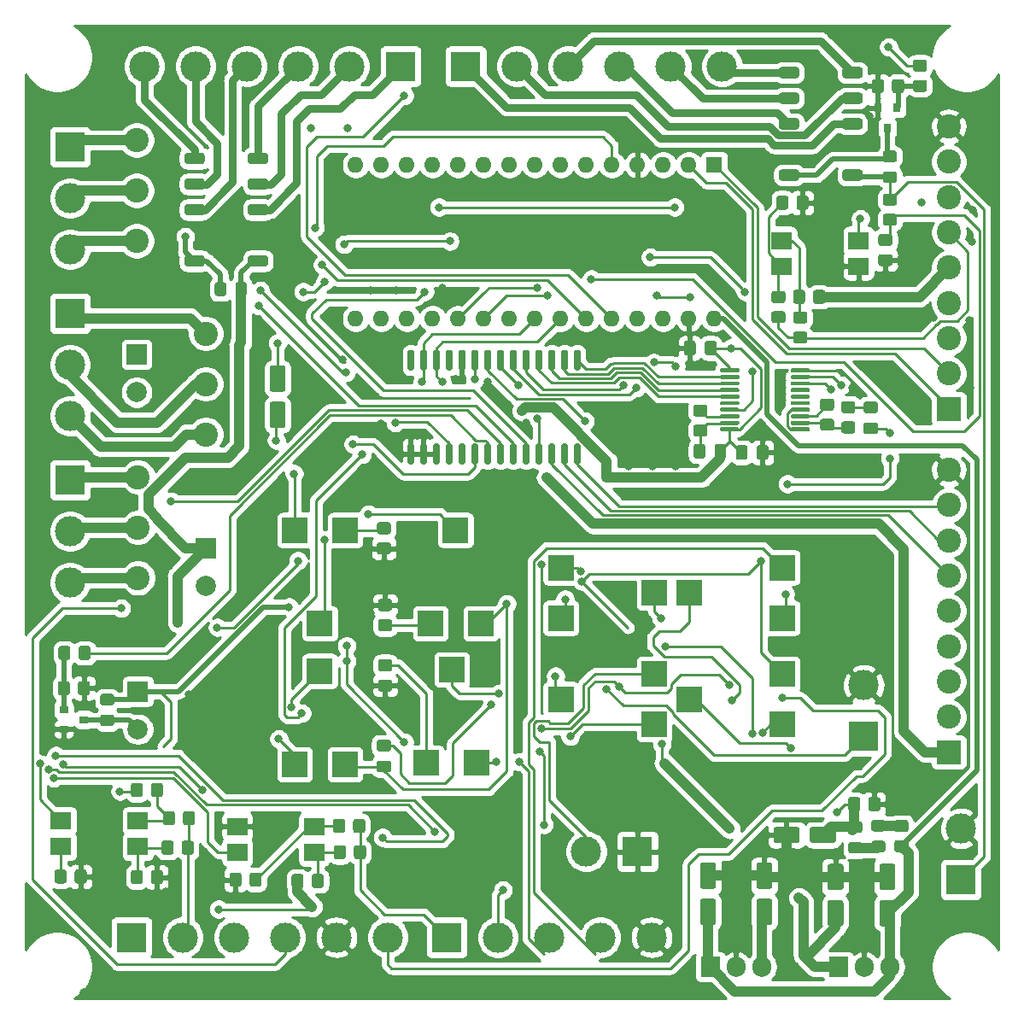
<source format=gbr>
%TF.GenerationSoftware,KiCad,Pcbnew,5.1.9-73d0e3b20d~88~ubuntu20.04.1*%
%TF.CreationDate,2021-04-06T10:54:45+03:00*%
%TF.ProjectId,hymRC,68796d52-432e-46b6-9963-61645f706362,rev?*%
%TF.SameCoordinates,Original*%
%TF.FileFunction,Copper,L1,Top*%
%TF.FilePolarity,Positive*%
%FSLAX46Y46*%
G04 Gerber Fmt 4.6, Leading zero omitted, Abs format (unit mm)*
G04 Created by KiCad (PCBNEW 5.1.9-73d0e3b20d~88~ubuntu20.04.1) date 2021-04-06 10:54:45*
%MOMM*%
%LPD*%
G01*
G04 APERTURE LIST*
%TA.AperFunction,ComponentPad*%
%ADD10C,3.000000*%
%TD*%
%TA.AperFunction,ComponentPad*%
%ADD11R,3.000000X3.000000*%
%TD*%
%TA.AperFunction,SMDPad,CuDef*%
%ADD12R,2.000000X1.780000*%
%TD*%
%TA.AperFunction,ComponentPad*%
%ADD13O,1.905000X2.000000*%
%TD*%
%TA.AperFunction,ComponentPad*%
%ADD14R,1.905000X2.000000*%
%TD*%
%TA.AperFunction,SMDPad,CuDef*%
%ADD15R,2.500000X2.500000*%
%TD*%
%TA.AperFunction,SMDPad,CuDef*%
%ADD16R,0.800000X0.900000*%
%TD*%
%TA.AperFunction,SMDPad,CuDef*%
%ADD17R,0.900000X0.800000*%
%TD*%
%TA.AperFunction,ComponentPad*%
%ADD18C,2.000000*%
%TD*%
%TA.AperFunction,ComponentPad*%
%ADD19R,2.000000X2.000000*%
%TD*%
%TA.AperFunction,ComponentPad*%
%ADD20C,2.400000*%
%TD*%
%TA.AperFunction,ComponentPad*%
%ADD21R,2.400000X2.400000*%
%TD*%
%TA.AperFunction,ComponentPad*%
%ADD22O,1.600000X1.600000*%
%TD*%
%TA.AperFunction,ComponentPad*%
%ADD23R,1.600000X1.600000*%
%TD*%
%TA.AperFunction,ViaPad*%
%ADD24C,0.800000*%
%TD*%
%TA.AperFunction,Conductor*%
%ADD25C,1.000000*%
%TD*%
%TA.AperFunction,Conductor*%
%ADD26C,0.500000*%
%TD*%
%TA.AperFunction,Conductor*%
%ADD27C,0.250000*%
%TD*%
%TA.AperFunction,Conductor*%
%ADD28C,0.750000*%
%TD*%
%TA.AperFunction,Conductor*%
%ADD29C,0.254000*%
%TD*%
%TA.AperFunction,Conductor*%
%ADD30C,0.100000*%
%TD*%
G04 APERTURE END LIST*
%TO.P,U1,20*%
%TO.N,/5V*%
%TA.AperFunction,SMDPad,CuDef*%
G36*
G01*
X94287500Y-72357500D02*
X94287500Y-72557500D01*
G75*
G02*
X94187500Y-72657500I-100000J0D01*
G01*
X92487500Y-72657500D01*
G75*
G02*
X92387500Y-72557500I0J100000D01*
G01*
X92387500Y-72357500D01*
G75*
G02*
X92487500Y-72257500I100000J0D01*
G01*
X94187500Y-72257500D01*
G75*
G02*
X94287500Y-72357500I0J-100000D01*
G01*
G37*
%TD.AperFunction*%
%TO.P,U1,19*%
%TO.N,Net-(C2-Pad2)*%
%TA.AperFunction,SMDPad,CuDef*%
G36*
G01*
X94287500Y-71707500D02*
X94287500Y-71907500D01*
G75*
G02*
X94187500Y-72007500I-100000J0D01*
G01*
X92487500Y-72007500D01*
G75*
G02*
X92387500Y-71907500I0J100000D01*
G01*
X92387500Y-71707500D01*
G75*
G02*
X92487500Y-71607500I100000J0D01*
G01*
X94187500Y-71607500D01*
G75*
G02*
X94287500Y-71707500I0J-100000D01*
G01*
G37*
%TD.AperFunction*%
%TO.P,U1,18*%
%TO.N,Net-(R3-Pad2)*%
%TA.AperFunction,SMDPad,CuDef*%
G36*
G01*
X94287500Y-71057500D02*
X94287500Y-71257500D01*
G75*
G02*
X94187500Y-71357500I-100000J0D01*
G01*
X92487500Y-71357500D01*
G75*
G02*
X92387500Y-71257500I0J100000D01*
G01*
X92387500Y-71057500D01*
G75*
G02*
X92487500Y-70957500I100000J0D01*
G01*
X94187500Y-70957500D01*
G75*
G02*
X94287500Y-71057500I0J-100000D01*
G01*
G37*
%TD.AperFunction*%
%TO.P,U1,17*%
%TO.N,/StD*%
%TA.AperFunction,SMDPad,CuDef*%
G36*
G01*
X94287500Y-70407500D02*
X94287500Y-70607500D01*
G75*
G02*
X94187500Y-70707500I-100000J0D01*
G01*
X92487500Y-70707500D01*
G75*
G02*
X92387500Y-70607500I0J100000D01*
G01*
X92387500Y-70407500D01*
G75*
G02*
X92487500Y-70307500I100000J0D01*
G01*
X94187500Y-70307500D01*
G75*
G02*
X94287500Y-70407500I0J-100000D01*
G01*
G37*
%TD.AperFunction*%
%TO.P,U1,16*%
%TO.N,N/C*%
%TA.AperFunction,SMDPad,CuDef*%
G36*
G01*
X94287500Y-69757500D02*
X94287500Y-69957500D01*
G75*
G02*
X94187500Y-70057500I-100000J0D01*
G01*
X92487500Y-70057500D01*
G75*
G02*
X92387500Y-69957500I0J100000D01*
G01*
X92387500Y-69757500D01*
G75*
G02*
X92487500Y-69657500I100000J0D01*
G01*
X94187500Y-69657500D01*
G75*
G02*
X94287500Y-69757500I0J-100000D01*
G01*
G37*
%TD.AperFunction*%
%TO.P,U1,15*%
%TO.N,/Q4*%
%TA.AperFunction,SMDPad,CuDef*%
G36*
G01*
X94287500Y-69107500D02*
X94287500Y-69307500D01*
G75*
G02*
X94187500Y-69407500I-100000J0D01*
G01*
X92487500Y-69407500D01*
G75*
G02*
X92387500Y-69307500I0J100000D01*
G01*
X92387500Y-69107500D01*
G75*
G02*
X92487500Y-69007500I100000J0D01*
G01*
X94187500Y-69007500D01*
G75*
G02*
X94287500Y-69107500I0J-100000D01*
G01*
G37*
%TD.AperFunction*%
%TO.P,U1,14*%
%TO.N,/Q3*%
%TA.AperFunction,SMDPad,CuDef*%
G36*
G01*
X94287500Y-68457500D02*
X94287500Y-68657500D01*
G75*
G02*
X94187500Y-68757500I-100000J0D01*
G01*
X92487500Y-68757500D01*
G75*
G02*
X92387500Y-68657500I0J100000D01*
G01*
X92387500Y-68457500D01*
G75*
G02*
X92487500Y-68357500I100000J0D01*
G01*
X94187500Y-68357500D01*
G75*
G02*
X94287500Y-68457500I0J-100000D01*
G01*
G37*
%TD.AperFunction*%
%TO.P,U1,13*%
%TO.N,/Q2*%
%TA.AperFunction,SMDPad,CuDef*%
G36*
G01*
X94287500Y-67807500D02*
X94287500Y-68007500D01*
G75*
G02*
X94187500Y-68107500I-100000J0D01*
G01*
X92487500Y-68107500D01*
G75*
G02*
X92387500Y-68007500I0J100000D01*
G01*
X92387500Y-67807500D01*
G75*
G02*
X92487500Y-67707500I100000J0D01*
G01*
X94187500Y-67707500D01*
G75*
G02*
X94287500Y-67807500I0J-100000D01*
G01*
G37*
%TD.AperFunction*%
%TO.P,U1,12*%
%TO.N,/Q1*%
%TA.AperFunction,SMDPad,CuDef*%
G36*
G01*
X94287500Y-67157500D02*
X94287500Y-67357500D01*
G75*
G02*
X94187500Y-67457500I-100000J0D01*
G01*
X92487500Y-67457500D01*
G75*
G02*
X92387500Y-67357500I0J100000D01*
G01*
X92387500Y-67157500D01*
G75*
G02*
X92487500Y-67057500I100000J0D01*
G01*
X94187500Y-67057500D01*
G75*
G02*
X94287500Y-67157500I0J-100000D01*
G01*
G37*
%TD.AperFunction*%
%TO.P,U1,11*%
%TO.N,/5V*%
%TA.AperFunction,SMDPad,CuDef*%
G36*
G01*
X94287500Y-66507500D02*
X94287500Y-66707500D01*
G75*
G02*
X94187500Y-66807500I-100000J0D01*
G01*
X92487500Y-66807500D01*
G75*
G02*
X92387500Y-66707500I0J100000D01*
G01*
X92387500Y-66507500D01*
G75*
G02*
X92487500Y-66407500I100000J0D01*
G01*
X94187500Y-66407500D01*
G75*
G02*
X94287500Y-66507500I0J-100000D01*
G01*
G37*
%TD.AperFunction*%
%TO.P,U1,10*%
%TO.N,GND*%
%TA.AperFunction,SMDPad,CuDef*%
G36*
G01*
X101287500Y-66507500D02*
X101287500Y-66707500D01*
G75*
G02*
X101187500Y-66807500I-100000J0D01*
G01*
X99487500Y-66807500D01*
G75*
G02*
X99387500Y-66707500I0J100000D01*
G01*
X99387500Y-66507500D01*
G75*
G02*
X99487500Y-66407500I100000J0D01*
G01*
X101187500Y-66407500D01*
G75*
G02*
X101287500Y-66507500I0J-100000D01*
G01*
G37*
%TD.AperFunction*%
%TO.P,U1,9*%
%TO.N,Net-(U1-Pad9)*%
%TA.AperFunction,SMDPad,CuDef*%
G36*
G01*
X101287500Y-67157500D02*
X101287500Y-67357500D01*
G75*
G02*
X101187500Y-67457500I-100000J0D01*
G01*
X99487500Y-67457500D01*
G75*
G02*
X99387500Y-67357500I0J100000D01*
G01*
X99387500Y-67157500D01*
G75*
G02*
X99487500Y-67057500I100000J0D01*
G01*
X101187500Y-67057500D01*
G75*
G02*
X101287500Y-67157500I0J-100000D01*
G01*
G37*
%TD.AperFunction*%
%TO.P,U1,8*%
%TO.N,Net-(U1-Pad8)*%
%TA.AperFunction,SMDPad,CuDef*%
G36*
G01*
X101287500Y-67807500D02*
X101287500Y-68007500D01*
G75*
G02*
X101187500Y-68107500I-100000J0D01*
G01*
X99487500Y-68107500D01*
G75*
G02*
X99387500Y-68007500I0J100000D01*
G01*
X99387500Y-67807500D01*
G75*
G02*
X99487500Y-67707500I100000J0D01*
G01*
X101187500Y-67707500D01*
G75*
G02*
X101287500Y-67807500I0J-100000D01*
G01*
G37*
%TD.AperFunction*%
%TO.P,U1,7*%
%TO.N,N/C*%
%TA.AperFunction,SMDPad,CuDef*%
G36*
G01*
X101287500Y-68457500D02*
X101287500Y-68657500D01*
G75*
G02*
X101187500Y-68757500I-100000J0D01*
G01*
X99487500Y-68757500D01*
G75*
G02*
X99387500Y-68657500I0J100000D01*
G01*
X99387500Y-68457500D01*
G75*
G02*
X99487500Y-68357500I100000J0D01*
G01*
X101187500Y-68357500D01*
G75*
G02*
X101287500Y-68457500I0J-100000D01*
G01*
G37*
%TD.AperFunction*%
%TO.P,U1,6*%
%TO.N,Net-(U1-Pad6)*%
%TA.AperFunction,SMDPad,CuDef*%
G36*
G01*
X101287500Y-69107500D02*
X101287500Y-69307500D01*
G75*
G02*
X101187500Y-69407500I-100000J0D01*
G01*
X99487500Y-69407500D01*
G75*
G02*
X99387500Y-69307500I0J100000D01*
G01*
X99387500Y-69107500D01*
G75*
G02*
X99487500Y-69007500I100000J0D01*
G01*
X101187500Y-69007500D01*
G75*
G02*
X101287500Y-69107500I0J-100000D01*
G01*
G37*
%TD.AperFunction*%
%TO.P,U1,5*%
%TO.N,Net-(U1-Pad5)*%
%TA.AperFunction,SMDPad,CuDef*%
G36*
G01*
X101287500Y-69757500D02*
X101287500Y-69957500D01*
G75*
G02*
X101187500Y-70057500I-100000J0D01*
G01*
X99487500Y-70057500D01*
G75*
G02*
X99387500Y-69957500I0J100000D01*
G01*
X99387500Y-69757500D01*
G75*
G02*
X99487500Y-69657500I100000J0D01*
G01*
X101187500Y-69657500D01*
G75*
G02*
X101287500Y-69757500I0J-100000D01*
G01*
G37*
%TD.AperFunction*%
%TO.P,U1,4*%
%TO.N,Net-(U1-Pad1)*%
%TA.AperFunction,SMDPad,CuDef*%
G36*
G01*
X101287500Y-70407500D02*
X101287500Y-70607500D01*
G75*
G02*
X101187500Y-70707500I-100000J0D01*
G01*
X99487500Y-70707500D01*
G75*
G02*
X99387500Y-70607500I0J100000D01*
G01*
X99387500Y-70407500D01*
G75*
G02*
X99487500Y-70307500I100000J0D01*
G01*
X101187500Y-70307500D01*
G75*
G02*
X101287500Y-70407500I0J-100000D01*
G01*
G37*
%TD.AperFunction*%
%TO.P,U1,3*%
%TO.N,Net-(R2-Pad1)*%
%TA.AperFunction,SMDPad,CuDef*%
G36*
G01*
X101287500Y-71057500D02*
X101287500Y-71257500D01*
G75*
G02*
X101187500Y-71357500I-100000J0D01*
G01*
X99487500Y-71357500D01*
G75*
G02*
X99387500Y-71257500I0J100000D01*
G01*
X99387500Y-71057500D01*
G75*
G02*
X99487500Y-70957500I100000J0D01*
G01*
X101187500Y-70957500D01*
G75*
G02*
X101287500Y-71057500I0J-100000D01*
G01*
G37*
%TD.AperFunction*%
%TO.P,U1,2*%
%TO.N,Net-(R1-Pad2)*%
%TA.AperFunction,SMDPad,CuDef*%
G36*
G01*
X101287500Y-71707500D02*
X101287500Y-71907500D01*
G75*
G02*
X101187500Y-72007500I-100000J0D01*
G01*
X99487500Y-72007500D01*
G75*
G02*
X99387500Y-71907500I0J100000D01*
G01*
X99387500Y-71707500D01*
G75*
G02*
X99487500Y-71607500I100000J0D01*
G01*
X101187500Y-71607500D01*
G75*
G02*
X101287500Y-71707500I0J-100000D01*
G01*
G37*
%TD.AperFunction*%
%TO.P,U1,1*%
%TO.N,Net-(U1-Pad1)*%
%TA.AperFunction,SMDPad,CuDef*%
G36*
G01*
X101287500Y-72357500D02*
X101287500Y-72557500D01*
G75*
G02*
X101187500Y-72657500I-100000J0D01*
G01*
X99487500Y-72657500D01*
G75*
G02*
X99387500Y-72557500I0J100000D01*
G01*
X99387500Y-72357500D01*
G75*
G02*
X99487500Y-72257500I100000J0D01*
G01*
X101187500Y-72257500D01*
G75*
G02*
X101287500Y-72357500I0J-100000D01*
G01*
G37*
%TD.AperFunction*%
%TD*%
D10*
%TO.P,J12,2*%
%TO.N,GND*%
X116268500Y-112014000D03*
D11*
%TO.P,J12,1*%
%TO.N,Aku_12V*%
X116268500Y-117094000D03*
%TD*%
D12*
%TO.P,U12,4*%
%TO.N,Net-(R90-Pad1)*%
X34671000Y-111252000D03*
%TO.P,U12,2*%
%TO.N,Net-(R89-Pad2)*%
X27051000Y-113792000D03*
%TO.P,U12,3*%
%TO.N,Net-(R91-Pad2)*%
X34671000Y-113792000D03*
%TO.P,U12,1*%
%TO.N,/PTT_CTRL*%
X27051000Y-111252000D03*
%TD*%
%TO.P,U10,4*%
%TO.N,/CONTROL_INPUT_2*%
X106108500Y-53721000D03*
%TO.P,U10,2*%
%TO.N,Net-(R82-Pad1)*%
X98488500Y-56261000D03*
%TO.P,U10,3*%
%TO.N,GND*%
X106108500Y-56261000D03*
%TO.P,U10,1*%
%TO.N,Net-(R81-Pad1)*%
X98488500Y-53721000D03*
%TD*%
D13*
%TO.P,U9,3*%
%TO.N,/5V*%
X96520000Y-125730000D03*
%TO.P,U9,2*%
%TO.N,GND*%
X93980000Y-125730000D03*
D14*
%TO.P,U9,1*%
%TO.N,/VIN*%
X91440000Y-125730000D03*
%TD*%
D13*
%TO.P,U8,3*%
%TO.N,/VIN*%
X109220000Y-125730000D03*
%TO.P,U8,2*%
%TO.N,GND*%
X106680000Y-125730000D03*
D14*
%TO.P,U8,1*%
%TO.N,Aku_12V*%
X104140000Y-125730000D03*
%TD*%
D12*
%TO.P,U3,4*%
%TO.N,/SQUELCH*%
X44513500Y-114363500D03*
%TO.P,U3,2*%
%TO.N,Net-(R13-Pad1)*%
X52133500Y-111823500D03*
%TO.P,U3,3*%
%TO.N,GND*%
X44513500Y-111823500D03*
%TO.P,U3,1*%
%TO.N,Net-(R12-Pad1)*%
X52133500Y-114363500D03*
%TD*%
%TO.P,U2,28*%
%TO.N,Digital_Sensor_CS1*%
%TA.AperFunction,SMDPad,CuDef*%
G36*
G01*
X78082000Y-73856000D02*
X78382000Y-73856000D01*
G75*
G02*
X78532000Y-74006000I0J-150000D01*
G01*
X78532000Y-75756000D01*
G75*
G02*
X78382000Y-75906000I-150000J0D01*
G01*
X78082000Y-75906000D01*
G75*
G02*
X77932000Y-75756000I0J150000D01*
G01*
X77932000Y-74006000D01*
G75*
G02*
X78082000Y-73856000I150000J0D01*
G01*
G37*
%TD.AperFunction*%
%TO.P,U2,27*%
%TO.N,Digital_Sensor_CS2*%
%TA.AperFunction,SMDPad,CuDef*%
G36*
G01*
X76812000Y-73856000D02*
X77112000Y-73856000D01*
G75*
G02*
X77262000Y-74006000I0J-150000D01*
G01*
X77262000Y-75756000D01*
G75*
G02*
X77112000Y-75906000I-150000J0D01*
G01*
X76812000Y-75906000D01*
G75*
G02*
X76662000Y-75756000I0J150000D01*
G01*
X76662000Y-74006000D01*
G75*
G02*
X76812000Y-73856000I150000J0D01*
G01*
G37*
%TD.AperFunction*%
%TO.P,U2,26*%
%TO.N,Digital_Sensor_CS3*%
%TA.AperFunction,SMDPad,CuDef*%
G36*
G01*
X75542000Y-73856000D02*
X75842000Y-73856000D01*
G75*
G02*
X75992000Y-74006000I0J-150000D01*
G01*
X75992000Y-75756000D01*
G75*
G02*
X75842000Y-75906000I-150000J0D01*
G01*
X75542000Y-75906000D01*
G75*
G02*
X75392000Y-75756000I0J150000D01*
G01*
X75392000Y-74006000D01*
G75*
G02*
X75542000Y-73856000I150000J0D01*
G01*
G37*
%TD.AperFunction*%
%TO.P,U2,25*%
%TO.N,/CONTROL_OUTPUT_4*%
%TA.AperFunction,SMDPad,CuDef*%
G36*
G01*
X74272000Y-73856000D02*
X74572000Y-73856000D01*
G75*
G02*
X74722000Y-74006000I0J-150000D01*
G01*
X74722000Y-75756000D01*
G75*
G02*
X74572000Y-75906000I-150000J0D01*
G01*
X74272000Y-75906000D01*
G75*
G02*
X74122000Y-75756000I0J150000D01*
G01*
X74122000Y-74006000D01*
G75*
G02*
X74272000Y-73856000I150000J0D01*
G01*
G37*
%TD.AperFunction*%
%TO.P,U2,24*%
%TO.N,/CONTROL_OUTPUT_3*%
%TA.AperFunction,SMDPad,CuDef*%
G36*
G01*
X73002000Y-73856000D02*
X73302000Y-73856000D01*
G75*
G02*
X73452000Y-74006000I0J-150000D01*
G01*
X73452000Y-75756000D01*
G75*
G02*
X73302000Y-75906000I-150000J0D01*
G01*
X73002000Y-75906000D01*
G75*
G02*
X72852000Y-75756000I0J150000D01*
G01*
X72852000Y-74006000D01*
G75*
G02*
X73002000Y-73856000I150000J0D01*
G01*
G37*
%TD.AperFunction*%
%TO.P,U2,23*%
%TO.N,/CONTROL_OUTPUT_2*%
%TA.AperFunction,SMDPad,CuDef*%
G36*
G01*
X71732000Y-73856000D02*
X72032000Y-73856000D01*
G75*
G02*
X72182000Y-74006000I0J-150000D01*
G01*
X72182000Y-75756000D01*
G75*
G02*
X72032000Y-75906000I-150000J0D01*
G01*
X71732000Y-75906000D01*
G75*
G02*
X71582000Y-75756000I0J150000D01*
G01*
X71582000Y-74006000D01*
G75*
G02*
X71732000Y-73856000I150000J0D01*
G01*
G37*
%TD.AperFunction*%
%TO.P,U2,22*%
%TO.N,/CONTROL_OUTPUT_1*%
%TA.AperFunction,SMDPad,CuDef*%
G36*
G01*
X70462000Y-73856000D02*
X70762000Y-73856000D01*
G75*
G02*
X70912000Y-74006000I0J-150000D01*
G01*
X70912000Y-75756000D01*
G75*
G02*
X70762000Y-75906000I-150000J0D01*
G01*
X70462000Y-75906000D01*
G75*
G02*
X70312000Y-75756000I0J150000D01*
G01*
X70312000Y-74006000D01*
G75*
G02*
X70462000Y-73856000I150000J0D01*
G01*
G37*
%TD.AperFunction*%
%TO.P,U2,21*%
%TO.N,/CONTROL_OUTPUT_0*%
%TA.AperFunction,SMDPad,CuDef*%
G36*
G01*
X69192000Y-73856000D02*
X69492000Y-73856000D01*
G75*
G02*
X69642000Y-74006000I0J-150000D01*
G01*
X69642000Y-75756000D01*
G75*
G02*
X69492000Y-75906000I-150000J0D01*
G01*
X69192000Y-75906000D01*
G75*
G02*
X69042000Y-75756000I0J150000D01*
G01*
X69042000Y-74006000D01*
G75*
G02*
X69192000Y-73856000I150000J0D01*
G01*
G37*
%TD.AperFunction*%
%TO.P,U2,20*%
%TO.N,/INTA*%
%TA.AperFunction,SMDPad,CuDef*%
G36*
G01*
X67922000Y-73856000D02*
X68222000Y-73856000D01*
G75*
G02*
X68372000Y-74006000I0J-150000D01*
G01*
X68372000Y-75756000D01*
G75*
G02*
X68222000Y-75906000I-150000J0D01*
G01*
X67922000Y-75906000D01*
G75*
G02*
X67772000Y-75756000I0J150000D01*
G01*
X67772000Y-74006000D01*
G75*
G02*
X67922000Y-73856000I150000J0D01*
G01*
G37*
%TD.AperFunction*%
%TO.P,U2,19*%
%TO.N,Net-(U2-Pad19)*%
%TA.AperFunction,SMDPad,CuDef*%
G36*
G01*
X66652000Y-73856000D02*
X66952000Y-73856000D01*
G75*
G02*
X67102000Y-74006000I0J-150000D01*
G01*
X67102000Y-75756000D01*
G75*
G02*
X66952000Y-75906000I-150000J0D01*
G01*
X66652000Y-75906000D01*
G75*
G02*
X66502000Y-75756000I0J150000D01*
G01*
X66502000Y-74006000D01*
G75*
G02*
X66652000Y-73856000I150000J0D01*
G01*
G37*
%TD.AperFunction*%
%TO.P,U2,18*%
%TO.N,/5V*%
%TA.AperFunction,SMDPad,CuDef*%
G36*
G01*
X65382000Y-73856000D02*
X65682000Y-73856000D01*
G75*
G02*
X65832000Y-74006000I0J-150000D01*
G01*
X65832000Y-75756000D01*
G75*
G02*
X65682000Y-75906000I-150000J0D01*
G01*
X65382000Y-75906000D01*
G75*
G02*
X65232000Y-75756000I0J150000D01*
G01*
X65232000Y-74006000D01*
G75*
G02*
X65382000Y-73856000I150000J0D01*
G01*
G37*
%TD.AperFunction*%
%TO.P,U2,17*%
%TO.N,GND*%
%TA.AperFunction,SMDPad,CuDef*%
G36*
G01*
X64112000Y-73856000D02*
X64412000Y-73856000D01*
G75*
G02*
X64562000Y-74006000I0J-150000D01*
G01*
X64562000Y-75756000D01*
G75*
G02*
X64412000Y-75906000I-150000J0D01*
G01*
X64112000Y-75906000D01*
G75*
G02*
X63962000Y-75756000I0J150000D01*
G01*
X63962000Y-74006000D01*
G75*
G02*
X64112000Y-73856000I150000J0D01*
G01*
G37*
%TD.AperFunction*%
%TO.P,U2,16*%
%TA.AperFunction,SMDPad,CuDef*%
G36*
G01*
X62842000Y-73856000D02*
X63142000Y-73856000D01*
G75*
G02*
X63292000Y-74006000I0J-150000D01*
G01*
X63292000Y-75756000D01*
G75*
G02*
X63142000Y-75906000I-150000J0D01*
G01*
X62842000Y-75906000D01*
G75*
G02*
X62692000Y-75756000I0J150000D01*
G01*
X62692000Y-74006000D01*
G75*
G02*
X62842000Y-73856000I150000J0D01*
G01*
G37*
%TD.AperFunction*%
%TO.P,U2,15*%
%TA.AperFunction,SMDPad,CuDef*%
G36*
G01*
X61572000Y-73856000D02*
X61872000Y-73856000D01*
G75*
G02*
X62022000Y-74006000I0J-150000D01*
G01*
X62022000Y-75756000D01*
G75*
G02*
X61872000Y-75906000I-150000J0D01*
G01*
X61572000Y-75906000D01*
G75*
G02*
X61422000Y-75756000I0J150000D01*
G01*
X61422000Y-74006000D01*
G75*
G02*
X61572000Y-73856000I150000J0D01*
G01*
G37*
%TD.AperFunction*%
%TO.P,U2,14*%
%TO.N,Net-(U2-Pad14)*%
%TA.AperFunction,SMDPad,CuDef*%
G36*
G01*
X61572000Y-64556000D02*
X61872000Y-64556000D01*
G75*
G02*
X62022000Y-64706000I0J-150000D01*
G01*
X62022000Y-66456000D01*
G75*
G02*
X61872000Y-66606000I-150000J0D01*
G01*
X61572000Y-66606000D01*
G75*
G02*
X61422000Y-66456000I0J150000D01*
G01*
X61422000Y-64706000D01*
G75*
G02*
X61572000Y-64556000I150000J0D01*
G01*
G37*
%TD.AperFunction*%
%TO.P,U2,13*%
%TO.N,/SDA*%
%TA.AperFunction,SMDPad,CuDef*%
G36*
G01*
X62842000Y-64556000D02*
X63142000Y-64556000D01*
G75*
G02*
X63292000Y-64706000I0J-150000D01*
G01*
X63292000Y-66456000D01*
G75*
G02*
X63142000Y-66606000I-150000J0D01*
G01*
X62842000Y-66606000D01*
G75*
G02*
X62692000Y-66456000I0J150000D01*
G01*
X62692000Y-64706000D01*
G75*
G02*
X62842000Y-64556000I150000J0D01*
G01*
G37*
%TD.AperFunction*%
%TO.P,U2,12*%
%TO.N,/SCL*%
%TA.AperFunction,SMDPad,CuDef*%
G36*
G01*
X64112000Y-64556000D02*
X64412000Y-64556000D01*
G75*
G02*
X64562000Y-64706000I0J-150000D01*
G01*
X64562000Y-66456000D01*
G75*
G02*
X64412000Y-66606000I-150000J0D01*
G01*
X64112000Y-66606000D01*
G75*
G02*
X63962000Y-66456000I0J150000D01*
G01*
X63962000Y-64706000D01*
G75*
G02*
X64112000Y-64556000I150000J0D01*
G01*
G37*
%TD.AperFunction*%
%TO.P,U2,11*%
%TO.N,Net-(U2-Pad11)*%
%TA.AperFunction,SMDPad,CuDef*%
G36*
G01*
X65382000Y-64556000D02*
X65682000Y-64556000D01*
G75*
G02*
X65832000Y-64706000I0J-150000D01*
G01*
X65832000Y-66456000D01*
G75*
G02*
X65682000Y-66606000I-150000J0D01*
G01*
X65382000Y-66606000D01*
G75*
G02*
X65232000Y-66456000I0J150000D01*
G01*
X65232000Y-64706000D01*
G75*
G02*
X65382000Y-64556000I150000J0D01*
G01*
G37*
%TD.AperFunction*%
%TO.P,U2,10*%
%TO.N,GND*%
%TA.AperFunction,SMDPad,CuDef*%
G36*
G01*
X66652000Y-64556000D02*
X66952000Y-64556000D01*
G75*
G02*
X67102000Y-64706000I0J-150000D01*
G01*
X67102000Y-66456000D01*
G75*
G02*
X66952000Y-66606000I-150000J0D01*
G01*
X66652000Y-66606000D01*
G75*
G02*
X66502000Y-66456000I0J150000D01*
G01*
X66502000Y-64706000D01*
G75*
G02*
X66652000Y-64556000I150000J0D01*
G01*
G37*
%TD.AperFunction*%
%TO.P,U2,9*%
%TO.N,/5V*%
%TA.AperFunction,SMDPad,CuDef*%
G36*
G01*
X67922000Y-64556000D02*
X68222000Y-64556000D01*
G75*
G02*
X68372000Y-64706000I0J-150000D01*
G01*
X68372000Y-66456000D01*
G75*
G02*
X68222000Y-66606000I-150000J0D01*
G01*
X67922000Y-66606000D01*
G75*
G02*
X67772000Y-66456000I0J150000D01*
G01*
X67772000Y-64706000D01*
G75*
G02*
X67922000Y-64556000I150000J0D01*
G01*
G37*
%TD.AperFunction*%
%TO.P,U2,8*%
%TO.N,/CONTROL_INPUT_2*%
%TA.AperFunction,SMDPad,CuDef*%
G36*
G01*
X69192000Y-64556000D02*
X69492000Y-64556000D01*
G75*
G02*
X69642000Y-64706000I0J-150000D01*
G01*
X69642000Y-66456000D01*
G75*
G02*
X69492000Y-66606000I-150000J0D01*
G01*
X69192000Y-66606000D01*
G75*
G02*
X69042000Y-66456000I0J150000D01*
G01*
X69042000Y-64706000D01*
G75*
G02*
X69192000Y-64556000I150000J0D01*
G01*
G37*
%TD.AperFunction*%
%TO.P,U2,7*%
%TO.N,/CONTROL_INPUT_1*%
%TA.AperFunction,SMDPad,CuDef*%
G36*
G01*
X70462000Y-64556000D02*
X70762000Y-64556000D01*
G75*
G02*
X70912000Y-64706000I0J-150000D01*
G01*
X70912000Y-66456000D01*
G75*
G02*
X70762000Y-66606000I-150000J0D01*
G01*
X70462000Y-66606000D01*
G75*
G02*
X70312000Y-66456000I0J150000D01*
G01*
X70312000Y-64706000D01*
G75*
G02*
X70462000Y-64556000I150000J0D01*
G01*
G37*
%TD.AperFunction*%
%TO.P,U2,6*%
%TO.N,/CONTROL_INPUT_0*%
%TA.AperFunction,SMDPad,CuDef*%
G36*
G01*
X71732000Y-64556000D02*
X72032000Y-64556000D01*
G75*
G02*
X72182000Y-64706000I0J-150000D01*
G01*
X72182000Y-66456000D01*
G75*
G02*
X72032000Y-66606000I-150000J0D01*
G01*
X71732000Y-66606000D01*
G75*
G02*
X71582000Y-66456000I0J150000D01*
G01*
X71582000Y-64706000D01*
G75*
G02*
X71732000Y-64556000I150000J0D01*
G01*
G37*
%TD.AperFunction*%
%TO.P,U2,5*%
%TO.N,/StD*%
%TA.AperFunction,SMDPad,CuDef*%
G36*
G01*
X73002000Y-64556000D02*
X73302000Y-64556000D01*
G75*
G02*
X73452000Y-64706000I0J-150000D01*
G01*
X73452000Y-66456000D01*
G75*
G02*
X73302000Y-66606000I-150000J0D01*
G01*
X73002000Y-66606000D01*
G75*
G02*
X72852000Y-66456000I0J150000D01*
G01*
X72852000Y-64706000D01*
G75*
G02*
X73002000Y-64556000I150000J0D01*
G01*
G37*
%TD.AperFunction*%
%TO.P,U2,4*%
%TO.N,/Q4*%
%TA.AperFunction,SMDPad,CuDef*%
G36*
G01*
X74272000Y-64556000D02*
X74572000Y-64556000D01*
G75*
G02*
X74722000Y-64706000I0J-150000D01*
G01*
X74722000Y-66456000D01*
G75*
G02*
X74572000Y-66606000I-150000J0D01*
G01*
X74272000Y-66606000D01*
G75*
G02*
X74122000Y-66456000I0J150000D01*
G01*
X74122000Y-64706000D01*
G75*
G02*
X74272000Y-64556000I150000J0D01*
G01*
G37*
%TD.AperFunction*%
%TO.P,U2,3*%
%TO.N,/Q3*%
%TA.AperFunction,SMDPad,CuDef*%
G36*
G01*
X75542000Y-64556000D02*
X75842000Y-64556000D01*
G75*
G02*
X75992000Y-64706000I0J-150000D01*
G01*
X75992000Y-66456000D01*
G75*
G02*
X75842000Y-66606000I-150000J0D01*
G01*
X75542000Y-66606000D01*
G75*
G02*
X75392000Y-66456000I0J150000D01*
G01*
X75392000Y-64706000D01*
G75*
G02*
X75542000Y-64556000I150000J0D01*
G01*
G37*
%TD.AperFunction*%
%TO.P,U2,2*%
%TO.N,/Q2*%
%TA.AperFunction,SMDPad,CuDef*%
G36*
G01*
X76812000Y-64556000D02*
X77112000Y-64556000D01*
G75*
G02*
X77262000Y-64706000I0J-150000D01*
G01*
X77262000Y-66456000D01*
G75*
G02*
X77112000Y-66606000I-150000J0D01*
G01*
X76812000Y-66606000D01*
G75*
G02*
X76662000Y-66456000I0J150000D01*
G01*
X76662000Y-64706000D01*
G75*
G02*
X76812000Y-64556000I150000J0D01*
G01*
G37*
%TD.AperFunction*%
%TO.P,U2,1*%
%TO.N,/Q1*%
%TA.AperFunction,SMDPad,CuDef*%
G36*
G01*
X78082000Y-64556000D02*
X78382000Y-64556000D01*
G75*
G02*
X78532000Y-64706000I0J-150000D01*
G01*
X78532000Y-66456000D01*
G75*
G02*
X78382000Y-66606000I-150000J0D01*
G01*
X78082000Y-66606000D01*
G75*
G02*
X77932000Y-66456000I0J150000D01*
G01*
X77932000Y-64706000D01*
G75*
G02*
X78082000Y-64556000I150000J0D01*
G01*
G37*
%TD.AperFunction*%
%TD*%
D15*
%TO.P,RV8,1*%
%TO.N,Net-(C13-Pad2)*%
X98541500Y-96687000D03*
%TO.P,RV8,2*%
%TO.N,Net-(C35-Pad1)*%
X89291500Y-99187000D03*
%TO.P,RV8,3*%
%TO.N,Net-(R61-Pad1)*%
X98541500Y-101687000D03*
%TD*%
%TO.P,RV7,1*%
%TO.N,Net-(C13-Pad2)*%
X76591500Y-91146000D03*
%TO.P,RV7,2*%
%TO.N,Net-(C34-Pad1)*%
X85841500Y-88646000D03*
%TO.P,RV7,3*%
%TO.N,Net-(R60-Pad1)*%
X76591500Y-86146000D03*
%TD*%
%TO.P,RV6,1*%
%TO.N,Net-(J10-Pad2)*%
X85841500Y-96687000D03*
%TO.P,RV6,2*%
%TO.N,Net-(C23-Pad2)*%
X76591500Y-99187000D03*
%TO.P,RV6,3*%
%TO.N,Net-(R47-Pad2)*%
X85841500Y-101687000D03*
%TD*%
%TO.P,RV5,1*%
%TO.N,/LINK_AUDIO_OUT*%
X98541500Y-86146000D03*
%TO.P,RV5,2*%
%TO.N,Net-(C24-Pad2)*%
X89291500Y-88646000D03*
%TO.P,RV5,3*%
%TO.N,Net-(R46-Pad2)*%
X98541500Y-91146000D03*
%TD*%
%TO.P,RV4,1*%
%TO.N,Net-(C13-Pad2)*%
X68667000Y-91683500D03*
%TO.P,RV4,2*%
%TO.N,Net-(C20-Pad1)*%
X66167000Y-82433500D03*
%TO.P,RV4,3*%
%TO.N,Net-(R41-Pad1)*%
X63667000Y-91683500D03*
%TD*%
%TO.P,RV3,1*%
%TO.N,Net-(C13-Pad2)*%
X55205000Y-105653500D03*
%TO.P,RV3,2*%
%TO.N,Net-(C14-Pad1)*%
X52705000Y-96403500D03*
%TO.P,RV3,3*%
%TO.N,Net-(R40-Pad1)*%
X50205000Y-105653500D03*
%TD*%
%TO.P,RV2,1*%
%TO.N,/MCU_MOD*%
X50205000Y-82433500D03*
%TO.P,RV2,2*%
%TO.N,Net-(C15-Pad2)*%
X52705000Y-91683500D03*
%TO.P,RV2,3*%
%TO.N,Net-(R32-Pad2)*%
X55205000Y-82433500D03*
%TD*%
%TO.P,RV1,1*%
%TO.N,/RX_AUDIO*%
X68286000Y-105526500D03*
%TO.P,RV1,2*%
%TO.N,Net-(C8-Pad2)*%
X65786000Y-96276500D03*
%TO.P,RV1,3*%
%TO.N,Net-(R24-Pad2)*%
X63286000Y-105526500D03*
%TD*%
%TO.P,R93,2*%
%TO.N,/TX_PTT*%
%TA.AperFunction,SMDPad,CuDef*%
G36*
G01*
X39008000Y-114369001D02*
X39008000Y-113468999D01*
G75*
G02*
X39257999Y-113219000I249999J0D01*
G01*
X39958001Y-113219000D01*
G75*
G02*
X40208000Y-113468999I0J-249999D01*
G01*
X40208000Y-114369001D01*
G75*
G02*
X39958001Y-114619000I-249999J0D01*
G01*
X39257999Y-114619000D01*
G75*
G02*
X39008000Y-114369001I0J249999D01*
G01*
G37*
%TD.AperFunction*%
%TO.P,R93,1*%
%TO.N,Net-(R91-Pad2)*%
%TA.AperFunction,SMDPad,CuDef*%
G36*
G01*
X37008000Y-114369001D02*
X37008000Y-113468999D01*
G75*
G02*
X37257999Y-113219000I249999J0D01*
G01*
X37958001Y-113219000D01*
G75*
G02*
X38208000Y-113468999I0J-249999D01*
G01*
X38208000Y-114369001D01*
G75*
G02*
X37958001Y-114619000I-249999J0D01*
G01*
X37257999Y-114619000D01*
G75*
G02*
X37008000Y-114369001I0J249999D01*
G01*
G37*
%TD.AperFunction*%
%TD*%
%TO.P,R92,2*%
%TO.N,/TX_PTT*%
%TA.AperFunction,SMDPad,CuDef*%
G36*
G01*
X39135000Y-111448001D02*
X39135000Y-110547999D01*
G75*
G02*
X39384999Y-110298000I249999J0D01*
G01*
X40085001Y-110298000D01*
G75*
G02*
X40335000Y-110547999I0J-249999D01*
G01*
X40335000Y-111448001D01*
G75*
G02*
X40085001Y-111698000I-249999J0D01*
G01*
X39384999Y-111698000D01*
G75*
G02*
X39135000Y-111448001I0J249999D01*
G01*
G37*
%TD.AperFunction*%
%TO.P,R92,1*%
%TO.N,Net-(R90-Pad1)*%
%TA.AperFunction,SMDPad,CuDef*%
G36*
G01*
X37135000Y-111448001D02*
X37135000Y-110547999D01*
G75*
G02*
X37384999Y-110298000I249999J0D01*
G01*
X38085001Y-110298000D01*
G75*
G02*
X38335000Y-110547999I0J-249999D01*
G01*
X38335000Y-111448001D01*
G75*
G02*
X38085001Y-111698000I-249999J0D01*
G01*
X37384999Y-111698000D01*
G75*
G02*
X37135000Y-111448001I0J249999D01*
G01*
G37*
%TD.AperFunction*%
%TD*%
%TO.P,R91,2*%
%TO.N,Net-(R91-Pad2)*%
%TA.AperFunction,SMDPad,CuDef*%
G36*
G01*
X35160000Y-116389999D02*
X35160000Y-117290001D01*
G75*
G02*
X34910001Y-117540000I-249999J0D01*
G01*
X34209999Y-117540000D01*
G75*
G02*
X33960000Y-117290001I0J249999D01*
G01*
X33960000Y-116389999D01*
G75*
G02*
X34209999Y-116140000I249999J0D01*
G01*
X34910001Y-116140000D01*
G75*
G02*
X35160000Y-116389999I0J-249999D01*
G01*
G37*
%TD.AperFunction*%
%TO.P,R91,1*%
%TO.N,GND*%
%TA.AperFunction,SMDPad,CuDef*%
G36*
G01*
X37160000Y-116389999D02*
X37160000Y-117290001D01*
G75*
G02*
X36910001Y-117540000I-249999J0D01*
G01*
X36209999Y-117540000D01*
G75*
G02*
X35960000Y-117290001I0J249999D01*
G01*
X35960000Y-116389999D01*
G75*
G02*
X36209999Y-116140000I249999J0D01*
G01*
X36910001Y-116140000D01*
G75*
G02*
X37160000Y-116389999I0J-249999D01*
G01*
G37*
%TD.AperFunction*%
%TD*%
%TO.P,R90,2*%
%TO.N,/5V*%
%TA.AperFunction,SMDPad,CuDef*%
G36*
G01*
X35160000Y-107753999D02*
X35160000Y-108654001D01*
G75*
G02*
X34910001Y-108904000I-249999J0D01*
G01*
X34209999Y-108904000D01*
G75*
G02*
X33960000Y-108654001I0J249999D01*
G01*
X33960000Y-107753999D01*
G75*
G02*
X34209999Y-107504000I249999J0D01*
G01*
X34910001Y-107504000D01*
G75*
G02*
X35160000Y-107753999I0J-249999D01*
G01*
G37*
%TD.AperFunction*%
%TO.P,R90,1*%
%TO.N,Net-(R90-Pad1)*%
%TA.AperFunction,SMDPad,CuDef*%
G36*
G01*
X37160000Y-107753999D02*
X37160000Y-108654001D01*
G75*
G02*
X36910001Y-108904000I-249999J0D01*
G01*
X36209999Y-108904000D01*
G75*
G02*
X35960000Y-108654001I0J249999D01*
G01*
X35960000Y-107753999D01*
G75*
G02*
X36209999Y-107504000I249999J0D01*
G01*
X36910001Y-107504000D01*
G75*
G02*
X37160000Y-107753999I0J-249999D01*
G01*
G37*
%TD.AperFunction*%
%TD*%
%TO.P,R89,2*%
%TO.N,Net-(R89-Pad2)*%
%TA.AperFunction,SMDPad,CuDef*%
G36*
G01*
X27603500Y-116326499D02*
X27603500Y-117226501D01*
G75*
G02*
X27353501Y-117476500I-249999J0D01*
G01*
X26653499Y-117476500D01*
G75*
G02*
X26403500Y-117226501I0J249999D01*
G01*
X26403500Y-116326499D01*
G75*
G02*
X26653499Y-116076500I249999J0D01*
G01*
X27353501Y-116076500D01*
G75*
G02*
X27603500Y-116326499I0J-249999D01*
G01*
G37*
%TD.AperFunction*%
%TO.P,R89,1*%
%TO.N,GND*%
%TA.AperFunction,SMDPad,CuDef*%
G36*
G01*
X29603500Y-116326499D02*
X29603500Y-117226501D01*
G75*
G02*
X29353501Y-117476500I-249999J0D01*
G01*
X28653499Y-117476500D01*
G75*
G02*
X28403500Y-117226501I0J249999D01*
G01*
X28403500Y-116326499D01*
G75*
G02*
X28653499Y-116076500I249999J0D01*
G01*
X29353501Y-116076500D01*
G75*
G02*
X29603500Y-116326499I0J-249999D01*
G01*
G37*
%TD.AperFunction*%
%TD*%
%TO.P,R84,2*%
%TO.N,Net-(R82-Pad1)*%
%TA.AperFunction,SMDPad,CuDef*%
G36*
G01*
X99168000Y-49524499D02*
X99168000Y-50424501D01*
G75*
G02*
X98918001Y-50674500I-249999J0D01*
G01*
X98217999Y-50674500D01*
G75*
G02*
X97968000Y-50424501I0J249999D01*
G01*
X97968000Y-49524499D01*
G75*
G02*
X98217999Y-49274500I249999J0D01*
G01*
X98918001Y-49274500D01*
G75*
G02*
X99168000Y-49524499I0J-249999D01*
G01*
G37*
%TD.AperFunction*%
%TO.P,R84,1*%
%TO.N,GND*%
%TA.AperFunction,SMDPad,CuDef*%
G36*
G01*
X101168000Y-49524499D02*
X101168000Y-50424501D01*
G75*
G02*
X100918001Y-50674500I-249999J0D01*
G01*
X100217999Y-50674500D01*
G75*
G02*
X99968000Y-50424501I0J249999D01*
G01*
X99968000Y-49524499D01*
G75*
G02*
X100217999Y-49274500I249999J0D01*
G01*
X100918001Y-49274500D01*
G75*
G02*
X101168000Y-49524499I0J-249999D01*
G01*
G37*
%TD.AperFunction*%
%TD*%
%TO.P,R83,2*%
%TO.N,/5V*%
%TA.AperFunction,SMDPad,CuDef*%
G36*
G01*
X101619000Y-59759001D02*
X101619000Y-58858999D01*
G75*
G02*
X101868999Y-58609000I249999J0D01*
G01*
X102569001Y-58609000D01*
G75*
G02*
X102819000Y-58858999I0J-249999D01*
G01*
X102819000Y-59759001D01*
G75*
G02*
X102569001Y-60009000I-249999J0D01*
G01*
X101868999Y-60009000D01*
G75*
G02*
X101619000Y-59759001I0J249999D01*
G01*
G37*
%TD.AperFunction*%
%TO.P,R83,1*%
%TO.N,Net-(R81-Pad1)*%
%TA.AperFunction,SMDPad,CuDef*%
G36*
G01*
X99619000Y-59759001D02*
X99619000Y-58858999D01*
G75*
G02*
X99868999Y-58609000I249999J0D01*
G01*
X100569001Y-58609000D01*
G75*
G02*
X100819000Y-58858999I0J-249999D01*
G01*
X100819000Y-59759001D01*
G75*
G02*
X100569001Y-60009000I-249999J0D01*
G01*
X99868999Y-60009000D01*
G75*
G02*
X99619000Y-59759001I0J249999D01*
G01*
G37*
%TD.AperFunction*%
%TD*%
%TO.P,R82,2*%
%TO.N,Digital_IN2*%
%TA.AperFunction,SMDPad,CuDef*%
G36*
G01*
X97720999Y-60725000D02*
X98621001Y-60725000D01*
G75*
G02*
X98871000Y-60974999I0J-249999D01*
G01*
X98871000Y-61675001D01*
G75*
G02*
X98621001Y-61925000I-249999J0D01*
G01*
X97720999Y-61925000D01*
G75*
G02*
X97471000Y-61675001I0J249999D01*
G01*
X97471000Y-60974999D01*
G75*
G02*
X97720999Y-60725000I249999J0D01*
G01*
G37*
%TD.AperFunction*%
%TO.P,R82,1*%
%TO.N,Net-(R82-Pad1)*%
%TA.AperFunction,SMDPad,CuDef*%
G36*
G01*
X97720999Y-58725000D02*
X98621001Y-58725000D01*
G75*
G02*
X98871000Y-58974999I0J-249999D01*
G01*
X98871000Y-59675001D01*
G75*
G02*
X98621001Y-59925000I-249999J0D01*
G01*
X97720999Y-59925000D01*
G75*
G02*
X97471000Y-59675001I0J249999D01*
G01*
X97471000Y-58974999D01*
G75*
G02*
X97720999Y-58725000I249999J0D01*
G01*
G37*
%TD.AperFunction*%
%TD*%
%TO.P,R81,2*%
%TO.N,Digital_IN2*%
%TA.AperFunction,SMDPad,CuDef*%
G36*
G01*
X99879999Y-62757000D02*
X100780001Y-62757000D01*
G75*
G02*
X101030000Y-63006999I0J-249999D01*
G01*
X101030000Y-63707001D01*
G75*
G02*
X100780001Y-63957000I-249999J0D01*
G01*
X99879999Y-63957000D01*
G75*
G02*
X99630000Y-63707001I0J249999D01*
G01*
X99630000Y-63006999D01*
G75*
G02*
X99879999Y-62757000I249999J0D01*
G01*
G37*
%TD.AperFunction*%
%TO.P,R81,1*%
%TO.N,Net-(R81-Pad1)*%
%TA.AperFunction,SMDPad,CuDef*%
G36*
G01*
X99879999Y-60757000D02*
X100780001Y-60757000D01*
G75*
G02*
X101030000Y-61006999I0J-249999D01*
G01*
X101030000Y-61707001D01*
G75*
G02*
X100780001Y-61957000I-249999J0D01*
G01*
X99879999Y-61957000D01*
G75*
G02*
X99630000Y-61707001I0J249999D01*
G01*
X99630000Y-61006999D01*
G75*
G02*
X99879999Y-60757000I249999J0D01*
G01*
G37*
%TD.AperFunction*%
%TD*%
%TO.P,R78,2*%
%TO.N,Net-(R13-Pad1)*%
%TA.AperFunction,SMDPad,CuDef*%
G36*
G01*
X45739000Y-117544001D02*
X45739000Y-116643999D01*
G75*
G02*
X45988999Y-116394000I249999J0D01*
G01*
X46689001Y-116394000D01*
G75*
G02*
X46939000Y-116643999I0J-249999D01*
G01*
X46939000Y-117544001D01*
G75*
G02*
X46689001Y-117794000I-249999J0D01*
G01*
X45988999Y-117794000D01*
G75*
G02*
X45739000Y-117544001I0J249999D01*
G01*
G37*
%TD.AperFunction*%
%TO.P,R78,1*%
%TO.N,GND*%
%TA.AperFunction,SMDPad,CuDef*%
G36*
G01*
X43739000Y-117544001D02*
X43739000Y-116643999D01*
G75*
G02*
X43988999Y-116394000I249999J0D01*
G01*
X44689001Y-116394000D01*
G75*
G02*
X44939000Y-116643999I0J-249999D01*
G01*
X44939000Y-117544001D01*
G75*
G02*
X44689001Y-117794000I-249999J0D01*
G01*
X43988999Y-117794000D01*
G75*
G02*
X43739000Y-117544001I0J249999D01*
G01*
G37*
%TD.AperFunction*%
%TD*%
%TO.P,R77,2*%
%TO.N,/5V*%
%TA.AperFunction,SMDPad,CuDef*%
G36*
G01*
X51098500Y-116770999D02*
X51098500Y-117671001D01*
G75*
G02*
X50848501Y-117921000I-249999J0D01*
G01*
X50148499Y-117921000D01*
G75*
G02*
X49898500Y-117671001I0J249999D01*
G01*
X49898500Y-116770999D01*
G75*
G02*
X50148499Y-116521000I249999J0D01*
G01*
X50848501Y-116521000D01*
G75*
G02*
X51098500Y-116770999I0J-249999D01*
G01*
G37*
%TD.AperFunction*%
%TO.P,R77,1*%
%TO.N,Net-(R12-Pad1)*%
%TA.AperFunction,SMDPad,CuDef*%
G36*
G01*
X53098500Y-116770999D02*
X53098500Y-117671001D01*
G75*
G02*
X52848501Y-117921000I-249999J0D01*
G01*
X52148499Y-117921000D01*
G75*
G02*
X51898500Y-117671001I0J249999D01*
G01*
X51898500Y-116770999D01*
G75*
G02*
X52148499Y-116521000I249999J0D01*
G01*
X52848501Y-116521000D01*
G75*
G02*
X53098500Y-116770999I0J-249999D01*
G01*
G37*
%TD.AperFunction*%
%TD*%
%TO.P,R41,2*%
%TO.N,GND*%
%TA.AperFunction,SMDPad,CuDef*%
G36*
G01*
X59632001Y-90468500D02*
X58731999Y-90468500D01*
G75*
G02*
X58482000Y-90218501I0J249999D01*
G01*
X58482000Y-89518499D01*
G75*
G02*
X58731999Y-89268500I249999J0D01*
G01*
X59632001Y-89268500D01*
G75*
G02*
X59882000Y-89518499I0J-249999D01*
G01*
X59882000Y-90218501D01*
G75*
G02*
X59632001Y-90468500I-249999J0D01*
G01*
G37*
%TD.AperFunction*%
%TO.P,R41,1*%
%TO.N,Net-(R41-Pad1)*%
%TA.AperFunction,SMDPad,CuDef*%
G36*
G01*
X59632001Y-92468500D02*
X58731999Y-92468500D01*
G75*
G02*
X58482000Y-92218501I0J249999D01*
G01*
X58482000Y-91518499D01*
G75*
G02*
X58731999Y-91268500I249999J0D01*
G01*
X59632001Y-91268500D01*
G75*
G02*
X59882000Y-91518499I0J-249999D01*
G01*
X59882000Y-92218501D01*
G75*
G02*
X59632001Y-92468500I-249999J0D01*
G01*
G37*
%TD.AperFunction*%
%TD*%
%TO.P,R32,2*%
%TO.N,Net-(R32-Pad2)*%
%TA.AperFunction,SMDPad,CuDef*%
G36*
G01*
X59505001Y-82848500D02*
X58604999Y-82848500D01*
G75*
G02*
X58355000Y-82598501I0J249999D01*
G01*
X58355000Y-81898499D01*
G75*
G02*
X58604999Y-81648500I249999J0D01*
G01*
X59505001Y-81648500D01*
G75*
G02*
X59755000Y-81898499I0J-249999D01*
G01*
X59755000Y-82598501D01*
G75*
G02*
X59505001Y-82848500I-249999J0D01*
G01*
G37*
%TD.AperFunction*%
%TO.P,R32,1*%
%TO.N,GND*%
%TA.AperFunction,SMDPad,CuDef*%
G36*
G01*
X59505001Y-84848500D02*
X58604999Y-84848500D01*
G75*
G02*
X58355000Y-84598501I0J249999D01*
G01*
X58355000Y-83898499D01*
G75*
G02*
X58604999Y-83648500I249999J0D01*
G01*
X59505001Y-83648500D01*
G75*
G02*
X59755000Y-83898499I0J-249999D01*
G01*
X59755000Y-84598501D01*
G75*
G02*
X59505001Y-84848500I-249999J0D01*
G01*
G37*
%TD.AperFunction*%
%TD*%
%TO.P,R24,2*%
%TO.N,Net-(R24-Pad2)*%
%TA.AperFunction,SMDPad,CuDef*%
G36*
G01*
X59632001Y-96437500D02*
X58731999Y-96437500D01*
G75*
G02*
X58482000Y-96187501I0J249999D01*
G01*
X58482000Y-95487499D01*
G75*
G02*
X58731999Y-95237500I249999J0D01*
G01*
X59632001Y-95237500D01*
G75*
G02*
X59882000Y-95487499I0J-249999D01*
G01*
X59882000Y-96187501D01*
G75*
G02*
X59632001Y-96437500I-249999J0D01*
G01*
G37*
%TD.AperFunction*%
%TO.P,R24,1*%
%TO.N,GND*%
%TA.AperFunction,SMDPad,CuDef*%
G36*
G01*
X59632001Y-98437500D02*
X58731999Y-98437500D01*
G75*
G02*
X58482000Y-98187501I0J249999D01*
G01*
X58482000Y-97487499D01*
G75*
G02*
X58731999Y-97237500I249999J0D01*
G01*
X59632001Y-97237500D01*
G75*
G02*
X59882000Y-97487499I0J-249999D01*
G01*
X59882000Y-98187501D01*
G75*
G02*
X59632001Y-98437500I-249999J0D01*
G01*
G37*
%TD.AperFunction*%
%TD*%
%TO.P,R23,2*%
%TO.N,GND*%
%TA.AperFunction,SMDPad,CuDef*%
G36*
G01*
X107080000Y-110051001D02*
X107080000Y-109150999D01*
G75*
G02*
X107329999Y-108901000I249999J0D01*
G01*
X108030001Y-108901000D01*
G75*
G02*
X108280000Y-109150999I0J-249999D01*
G01*
X108280000Y-110051001D01*
G75*
G02*
X108030001Y-110301000I-249999J0D01*
G01*
X107329999Y-110301000D01*
G75*
G02*
X107080000Y-110051001I0J249999D01*
G01*
G37*
%TD.AperFunction*%
%TO.P,R23,1*%
%TO.N,/VCC_2*%
%TA.AperFunction,SMDPad,CuDef*%
G36*
G01*
X105080000Y-110051001D02*
X105080000Y-109150999D01*
G75*
G02*
X105329999Y-108901000I249999J0D01*
G01*
X106030001Y-108901000D01*
G75*
G02*
X106280000Y-109150999I0J-249999D01*
G01*
X106280000Y-110051001D01*
G75*
G02*
X106030001Y-110301000I-249999J0D01*
G01*
X105329999Y-110301000D01*
G75*
G02*
X105080000Y-110051001I0J249999D01*
G01*
G37*
%TD.AperFunction*%
%TD*%
%TO.P,R22,2*%
%TO.N,Net-(D6-Pad2)*%
%TA.AperFunction,SMDPad,CuDef*%
G36*
G01*
X110813001Y-112376000D02*
X109912999Y-112376000D01*
G75*
G02*
X109663000Y-112126001I0J249999D01*
G01*
X109663000Y-111425999D01*
G75*
G02*
X109912999Y-111176000I249999J0D01*
G01*
X110813001Y-111176000D01*
G75*
G02*
X111063000Y-111425999I0J-249999D01*
G01*
X111063000Y-112126001D01*
G75*
G02*
X110813001Y-112376000I-249999J0D01*
G01*
G37*
%TD.AperFunction*%
%TO.P,R22,1*%
%TO.N,/VIN*%
%TA.AperFunction,SMDPad,CuDef*%
G36*
G01*
X110813001Y-114376000D02*
X109912999Y-114376000D01*
G75*
G02*
X109663000Y-114126001I0J249999D01*
G01*
X109663000Y-113425999D01*
G75*
G02*
X109912999Y-113176000I249999J0D01*
G01*
X110813001Y-113176000D01*
G75*
G02*
X111063000Y-113425999I0J-249999D01*
G01*
X111063000Y-114126001D01*
G75*
G02*
X110813001Y-114376000I-249999J0D01*
G01*
G37*
%TD.AperFunction*%
%TD*%
%TO.P,R21,2*%
%TO.N,GND*%
%TA.AperFunction,SMDPad,CuDef*%
G36*
G01*
X108629500Y-37967499D02*
X108629500Y-38867501D01*
G75*
G02*
X108379501Y-39117500I-249999J0D01*
G01*
X107679499Y-39117500D01*
G75*
G02*
X107429500Y-38867501I0J249999D01*
G01*
X107429500Y-37967499D01*
G75*
G02*
X107679499Y-37717500I249999J0D01*
G01*
X108379501Y-37717500D01*
G75*
G02*
X108629500Y-37967499I0J-249999D01*
G01*
G37*
%TD.AperFunction*%
%TO.P,R21,1*%
%TO.N,Net-(Q4-Pad1)*%
%TA.AperFunction,SMDPad,CuDef*%
G36*
G01*
X110629500Y-37967499D02*
X110629500Y-38867501D01*
G75*
G02*
X110379501Y-39117500I-249999J0D01*
G01*
X109679499Y-39117500D01*
G75*
G02*
X109429500Y-38867501I0J249999D01*
G01*
X109429500Y-37967499D01*
G75*
G02*
X109679499Y-37717500I249999J0D01*
G01*
X110379501Y-37717500D01*
G75*
G02*
X110629500Y-37967499I0J-249999D01*
G01*
G37*
%TD.AperFunction*%
%TD*%
%TO.P,R20,2*%
%TO.N,/CONTROL_OUTPUT_3*%
%TA.AperFunction,SMDPad,CuDef*%
G36*
G01*
X112654501Y-37001500D02*
X111754499Y-37001500D01*
G75*
G02*
X111504500Y-36751501I0J249999D01*
G01*
X111504500Y-36051499D01*
G75*
G02*
X111754499Y-35801500I249999J0D01*
G01*
X112654501Y-35801500D01*
G75*
G02*
X112904500Y-36051499I0J-249999D01*
G01*
X112904500Y-36751501D01*
G75*
G02*
X112654501Y-37001500I-249999J0D01*
G01*
G37*
%TD.AperFunction*%
%TO.P,R20,1*%
%TO.N,Net-(Q4-Pad1)*%
%TA.AperFunction,SMDPad,CuDef*%
G36*
G01*
X112654501Y-39001500D02*
X111754499Y-39001500D01*
G75*
G02*
X111504500Y-38751501I0J249999D01*
G01*
X111504500Y-38051499D01*
G75*
G02*
X111754499Y-37801500I249999J0D01*
G01*
X112654501Y-37801500D01*
G75*
G02*
X112904500Y-38051499I0J-249999D01*
G01*
X112904500Y-38751501D01*
G75*
G02*
X112654501Y-39001500I-249999J0D01*
G01*
G37*
%TD.AperFunction*%
%TD*%
%TO.P,R17,2*%
%TO.N,GND*%
%TA.AperFunction,SMDPad,CuDef*%
G36*
G01*
X28721000Y-98557501D02*
X28721000Y-97657499D01*
G75*
G02*
X28970999Y-97407500I249999J0D01*
G01*
X29671001Y-97407500D01*
G75*
G02*
X29921000Y-97657499I0J-249999D01*
G01*
X29921000Y-98557501D01*
G75*
G02*
X29671001Y-98807500I-249999J0D01*
G01*
X28970999Y-98807500D01*
G75*
G02*
X28721000Y-98557501I0J249999D01*
G01*
G37*
%TD.AperFunction*%
%TO.P,R17,1*%
%TO.N,Net-(Q3-Pad1)*%
%TA.AperFunction,SMDPad,CuDef*%
G36*
G01*
X26721000Y-98557501D02*
X26721000Y-97657499D01*
G75*
G02*
X26970999Y-97407500I249999J0D01*
G01*
X27671001Y-97407500D01*
G75*
G02*
X27921000Y-97657499I0J-249999D01*
G01*
X27921000Y-98557501D01*
G75*
G02*
X27671001Y-98807500I-249999J0D01*
G01*
X26970999Y-98807500D01*
G75*
G02*
X26721000Y-98557501I0J249999D01*
G01*
G37*
%TD.AperFunction*%
%TD*%
%TO.P,R16,2*%
%TO.N,/CONTROL_OUTPUT_0*%
%TA.AperFunction,SMDPad,CuDef*%
G36*
G01*
X28784500Y-95065001D02*
X28784500Y-94164999D01*
G75*
G02*
X29034499Y-93915000I249999J0D01*
G01*
X29734501Y-93915000D01*
G75*
G02*
X29984500Y-94164999I0J-249999D01*
G01*
X29984500Y-95065001D01*
G75*
G02*
X29734501Y-95315000I-249999J0D01*
G01*
X29034499Y-95315000D01*
G75*
G02*
X28784500Y-95065001I0J249999D01*
G01*
G37*
%TD.AperFunction*%
%TO.P,R16,1*%
%TO.N,Net-(Q3-Pad1)*%
%TA.AperFunction,SMDPad,CuDef*%
G36*
G01*
X26784500Y-95065001D02*
X26784500Y-94164999D01*
G75*
G02*
X27034499Y-93915000I249999J0D01*
G01*
X27734501Y-93915000D01*
G75*
G02*
X27984500Y-94164999I0J-249999D01*
G01*
X27984500Y-95065001D01*
G75*
G02*
X27734501Y-95315000I-249999J0D01*
G01*
X27034499Y-95315000D01*
G75*
G02*
X26784500Y-95065001I0J249999D01*
G01*
G37*
%TD.AperFunction*%
%TD*%
%TO.P,R13,2*%
%TO.N,/RX_SQL*%
%TA.AperFunction,SMDPad,CuDef*%
G36*
G01*
X56010000Y-112210001D02*
X56010000Y-111309999D01*
G75*
G02*
X56259999Y-111060000I249999J0D01*
G01*
X56960001Y-111060000D01*
G75*
G02*
X57210000Y-111309999I0J-249999D01*
G01*
X57210000Y-112210001D01*
G75*
G02*
X56960001Y-112460000I-249999J0D01*
G01*
X56259999Y-112460000D01*
G75*
G02*
X56010000Y-112210001I0J249999D01*
G01*
G37*
%TD.AperFunction*%
%TO.P,R13,1*%
%TO.N,Net-(R13-Pad1)*%
%TA.AperFunction,SMDPad,CuDef*%
G36*
G01*
X54010000Y-112210001D02*
X54010000Y-111309999D01*
G75*
G02*
X54259999Y-111060000I249999J0D01*
G01*
X54960001Y-111060000D01*
G75*
G02*
X55210000Y-111309999I0J-249999D01*
G01*
X55210000Y-112210001D01*
G75*
G02*
X54960001Y-112460000I-249999J0D01*
G01*
X54259999Y-112460000D01*
G75*
G02*
X54010000Y-112210001I0J249999D01*
G01*
G37*
%TD.AperFunction*%
%TD*%
%TO.P,R12,2*%
%TO.N,/RX_SQL*%
%TA.AperFunction,SMDPad,CuDef*%
G36*
G01*
X56089500Y-114813501D02*
X56089500Y-113913499D01*
G75*
G02*
X56339499Y-113663500I249999J0D01*
G01*
X57039501Y-113663500D01*
G75*
G02*
X57289500Y-113913499I0J-249999D01*
G01*
X57289500Y-114813501D01*
G75*
G02*
X57039501Y-115063500I-249999J0D01*
G01*
X56339499Y-115063500D01*
G75*
G02*
X56089500Y-114813501I0J249999D01*
G01*
G37*
%TD.AperFunction*%
%TO.P,R12,1*%
%TO.N,Net-(R12-Pad1)*%
%TA.AperFunction,SMDPad,CuDef*%
G36*
G01*
X54089500Y-114813501D02*
X54089500Y-113913499D01*
G75*
G02*
X54339499Y-113663500I249999J0D01*
G01*
X55039501Y-113663500D01*
G75*
G02*
X55289500Y-113913499I0J-249999D01*
G01*
X55289500Y-114813501D01*
G75*
G02*
X55039501Y-115063500I-249999J0D01*
G01*
X54339499Y-115063500D01*
G75*
G02*
X54089500Y-114813501I0J249999D01*
G01*
G37*
%TD.AperFunction*%
%TD*%
%TO.P,R7,2*%
%TO.N,GND*%
%TA.AperFunction,SMDPad,CuDef*%
G36*
G01*
X108325499Y-55073500D02*
X109225501Y-55073500D01*
G75*
G02*
X109475500Y-55323499I0J-249999D01*
G01*
X109475500Y-56023501D01*
G75*
G02*
X109225501Y-56273500I-249999J0D01*
G01*
X108325499Y-56273500D01*
G75*
G02*
X108075500Y-56023501I0J249999D01*
G01*
X108075500Y-55323499D01*
G75*
G02*
X108325499Y-55073500I249999J0D01*
G01*
G37*
%TD.AperFunction*%
%TO.P,R7,1*%
%TO.N,/Analog0*%
%TA.AperFunction,SMDPad,CuDef*%
G36*
G01*
X108325499Y-53073500D02*
X109225501Y-53073500D01*
G75*
G02*
X109475500Y-53323499I0J-249999D01*
G01*
X109475500Y-54023501D01*
G75*
G02*
X109225501Y-54273500I-249999J0D01*
G01*
X108325499Y-54273500D01*
G75*
G02*
X108075500Y-54023501I0J249999D01*
G01*
X108075500Y-53323499D01*
G75*
G02*
X108325499Y-53073500I249999J0D01*
G01*
G37*
%TD.AperFunction*%
%TD*%
%TO.P,R6,2*%
%TO.N,/Analog0*%
%TA.AperFunction,SMDPad,CuDef*%
G36*
G01*
X108769999Y-51073000D02*
X109670001Y-51073000D01*
G75*
G02*
X109920000Y-51322999I0J-249999D01*
G01*
X109920000Y-52023001D01*
G75*
G02*
X109670001Y-52273000I-249999J0D01*
G01*
X108769999Y-52273000D01*
G75*
G02*
X108520000Y-52023001I0J249999D01*
G01*
X108520000Y-51322999D01*
G75*
G02*
X108769999Y-51073000I249999J0D01*
G01*
G37*
%TD.AperFunction*%
%TO.P,R6,1*%
%TO.N,Aku_12V*%
%TA.AperFunction,SMDPad,CuDef*%
G36*
G01*
X108769999Y-49073000D02*
X109670001Y-49073000D01*
G75*
G02*
X109920000Y-49322999I0J-249999D01*
G01*
X109920000Y-50023001D01*
G75*
G02*
X109670001Y-50273000I-249999J0D01*
G01*
X108769999Y-50273000D01*
G75*
G02*
X108520000Y-50023001I0J249999D01*
G01*
X108520000Y-49322999D01*
G75*
G02*
X108769999Y-49073000I249999J0D01*
G01*
G37*
%TD.AperFunction*%
%TD*%
%TO.P,R3,2*%
%TO.N,Net-(R3-Pad2)*%
%TA.AperFunction,SMDPad,CuDef*%
G36*
G01*
X90874001Y-71180500D02*
X89973999Y-71180500D01*
G75*
G02*
X89724000Y-70930501I0J249999D01*
G01*
X89724000Y-70230499D01*
G75*
G02*
X89973999Y-69980500I249999J0D01*
G01*
X90874001Y-69980500D01*
G75*
G02*
X91124000Y-70230499I0J-249999D01*
G01*
X91124000Y-70930501D01*
G75*
G02*
X90874001Y-71180500I-249999J0D01*
G01*
G37*
%TD.AperFunction*%
%TO.P,R3,1*%
%TO.N,Net-(C2-Pad2)*%
%TA.AperFunction,SMDPad,CuDef*%
G36*
G01*
X90874001Y-73180500D02*
X89973999Y-73180500D01*
G75*
G02*
X89724000Y-72930501I0J249999D01*
G01*
X89724000Y-72230499D01*
G75*
G02*
X89973999Y-71980500I249999J0D01*
G01*
X90874001Y-71980500D01*
G75*
G02*
X91124000Y-72230499I0J-249999D01*
G01*
X91124000Y-72930501D01*
G75*
G02*
X90874001Y-73180500I-249999J0D01*
G01*
G37*
%TD.AperFunction*%
%TD*%
%TO.P,R2,2*%
%TO.N,Net-(R1-Pad2)*%
%TA.AperFunction,SMDPad,CuDef*%
G36*
G01*
X102546999Y-71393000D02*
X103447001Y-71393000D01*
G75*
G02*
X103697000Y-71642999I0J-249999D01*
G01*
X103697000Y-72343001D01*
G75*
G02*
X103447001Y-72593000I-249999J0D01*
G01*
X102546999Y-72593000D01*
G75*
G02*
X102297000Y-72343001I0J249999D01*
G01*
X102297000Y-71642999D01*
G75*
G02*
X102546999Y-71393000I249999J0D01*
G01*
G37*
%TD.AperFunction*%
%TO.P,R2,1*%
%TO.N,Net-(R2-Pad1)*%
%TA.AperFunction,SMDPad,CuDef*%
G36*
G01*
X102546999Y-69393000D02*
X103447001Y-69393000D01*
G75*
G02*
X103697000Y-69642999I0J-249999D01*
G01*
X103697000Y-70343001D01*
G75*
G02*
X103447001Y-70593000I-249999J0D01*
G01*
X102546999Y-70593000D01*
G75*
G02*
X102297000Y-70343001I0J249999D01*
G01*
X102297000Y-69642999D01*
G75*
G02*
X102546999Y-69393000I249999J0D01*
G01*
G37*
%TD.AperFunction*%
%TD*%
%TO.P,R1,2*%
%TO.N,Net-(R1-Pad2)*%
%TA.AperFunction,SMDPad,CuDef*%
G36*
G01*
X104642499Y-71663000D02*
X105542501Y-71663000D01*
G75*
G02*
X105792500Y-71912999I0J-249999D01*
G01*
X105792500Y-72613001D01*
G75*
G02*
X105542501Y-72863000I-249999J0D01*
G01*
X104642499Y-72863000D01*
G75*
G02*
X104392500Y-72613001I0J249999D01*
G01*
X104392500Y-71912999D01*
G75*
G02*
X104642499Y-71663000I249999J0D01*
G01*
G37*
%TD.AperFunction*%
%TO.P,R1,1*%
%TO.N,Net-(C1-Pad1)*%
%TA.AperFunction,SMDPad,CuDef*%
G36*
G01*
X104642499Y-69663000D02*
X105542501Y-69663000D01*
G75*
G02*
X105792500Y-69912999I0J-249999D01*
G01*
X105792500Y-70613001D01*
G75*
G02*
X105542501Y-70863000I-249999J0D01*
G01*
X104642499Y-70863000D01*
G75*
G02*
X104392500Y-70613001I0J249999D01*
G01*
X104392500Y-69912999D01*
G75*
G02*
X104642499Y-69663000I249999J0D01*
G01*
G37*
%TD.AperFunction*%
%TD*%
D16*
%TO.P,Q4,3*%
%TO.N,Net-(D4-Pad2)*%
X108966000Y-42592500D03*
%TO.P,Q4,2*%
%TO.N,GND*%
X108016000Y-40592500D03*
%TO.P,Q4,1*%
%TO.N,Net-(Q4-Pad1)*%
X109916000Y-40592500D03*
%TD*%
D17*
%TO.P,Q3,3*%
%TO.N,Net-(D3-Pad2)*%
X29321000Y-101219000D03*
%TO.P,Q3,2*%
%TO.N,GND*%
X27321000Y-102169000D03*
%TO.P,Q3,1*%
%TO.N,Net-(Q3-Pad1)*%
X27321000Y-100269000D03*
%TD*%
%TO.P,K5,1*%
%TO.N,Aku_12V*%
%TA.AperFunction,SMDPad,CuDef*%
G36*
G01*
X47329250Y-56308000D02*
X45828750Y-56308000D01*
G75*
G02*
X45579000Y-56058250I0J249750D01*
G01*
X45579000Y-55447750D01*
G75*
G02*
X45828750Y-55198000I249750J0D01*
G01*
X47329250Y-55198000D01*
G75*
G02*
X47579000Y-55447750I0J-249750D01*
G01*
X47579000Y-56058250D01*
G75*
G02*
X47329250Y-56308000I-249750J0D01*
G01*
G37*
%TD.AperFunction*%
%TO.P,K5,3*%
%TO.N,R4_NC1*%
%TA.AperFunction,SMDPad,CuDef*%
G36*
G01*
X47329250Y-51228000D02*
X45828750Y-51228000D01*
G75*
G02*
X45579000Y-50978250I0J249750D01*
G01*
X45579000Y-50367750D01*
G75*
G02*
X45828750Y-50118000I249750J0D01*
G01*
X47329250Y-50118000D01*
G75*
G02*
X47579000Y-50367750I0J-249750D01*
G01*
X47579000Y-50978250D01*
G75*
G02*
X47329250Y-51228000I-249750J0D01*
G01*
G37*
%TD.AperFunction*%
%TO.P,K5,4*%
%TO.N,R4_COM1*%
%TA.AperFunction,SMDPad,CuDef*%
G36*
G01*
X47329250Y-48688000D02*
X45828750Y-48688000D01*
G75*
G02*
X45579000Y-48438250I0J249750D01*
G01*
X45579000Y-47827750D01*
G75*
G02*
X45828750Y-47578000I249750J0D01*
G01*
X47329250Y-47578000D01*
G75*
G02*
X47579000Y-47827750I0J-249750D01*
G01*
X47579000Y-48438250D01*
G75*
G02*
X47329250Y-48688000I-249750J0D01*
G01*
G37*
%TD.AperFunction*%
%TO.P,K5,5*%
%TO.N,R4_NO1*%
%TA.AperFunction,SMDPad,CuDef*%
G36*
G01*
X47329250Y-46148000D02*
X45828750Y-46148000D01*
G75*
G02*
X45579000Y-45898250I0J249750D01*
G01*
X45579000Y-45287750D01*
G75*
G02*
X45828750Y-45038000I249750J0D01*
G01*
X47329250Y-45038000D01*
G75*
G02*
X47579000Y-45287750I0J-249750D01*
G01*
X47579000Y-45898250D01*
G75*
G02*
X47329250Y-46148000I-249750J0D01*
G01*
G37*
%TD.AperFunction*%
%TO.P,K5,8*%
%TO.N,R4_NO2*%
%TA.AperFunction,SMDPad,CuDef*%
G36*
G01*
X41039250Y-46148000D02*
X39538750Y-46148000D01*
G75*
G02*
X39289000Y-45898250I0J249750D01*
G01*
X39289000Y-45287750D01*
G75*
G02*
X39538750Y-45038000I249750J0D01*
G01*
X41039250Y-45038000D01*
G75*
G02*
X41289000Y-45287750I0J-249750D01*
G01*
X41289000Y-45898250D01*
G75*
G02*
X41039250Y-46148000I-249750J0D01*
G01*
G37*
%TD.AperFunction*%
%TO.P,K5,9*%
%TO.N,R4_COM2*%
%TA.AperFunction,SMDPad,CuDef*%
G36*
G01*
X41039250Y-48688000D02*
X39538750Y-48688000D01*
G75*
G02*
X39289000Y-48438250I0J249750D01*
G01*
X39289000Y-47827750D01*
G75*
G02*
X39538750Y-47578000I249750J0D01*
G01*
X41039250Y-47578000D01*
G75*
G02*
X41289000Y-47827750I0J-249750D01*
G01*
X41289000Y-48438250D01*
G75*
G02*
X41039250Y-48688000I-249750J0D01*
G01*
G37*
%TD.AperFunction*%
%TO.P,K5,10*%
%TO.N,R4_NC2*%
%TA.AperFunction,SMDPad,CuDef*%
G36*
G01*
X41039250Y-51228000D02*
X39538750Y-51228000D01*
G75*
G02*
X39289000Y-50978250I0J249750D01*
G01*
X39289000Y-50367750D01*
G75*
G02*
X39538750Y-50118000I249750J0D01*
G01*
X41039250Y-50118000D01*
G75*
G02*
X41289000Y-50367750I0J-249750D01*
G01*
X41289000Y-50978250D01*
G75*
G02*
X41039250Y-51228000I-249750J0D01*
G01*
G37*
%TD.AperFunction*%
%TO.P,K5,12*%
%TO.N,Net-(D5-Pad2)*%
%TA.AperFunction,SMDPad,CuDef*%
G36*
G01*
X41039250Y-56308000D02*
X39538750Y-56308000D01*
G75*
G02*
X39289000Y-56058250I0J249750D01*
G01*
X39289000Y-55447750D01*
G75*
G02*
X39538750Y-55198000I249750J0D01*
G01*
X41039250Y-55198000D01*
G75*
G02*
X41289000Y-55447750I0J-249750D01*
G01*
X41289000Y-56058250D01*
G75*
G02*
X41039250Y-56308000I-249750J0D01*
G01*
G37*
%TD.AperFunction*%
%TD*%
%TO.P,K4,1*%
%TO.N,Aku_12V*%
%TA.AperFunction,SMDPad,CuDef*%
G36*
G01*
X106257250Y-47799000D02*
X104756750Y-47799000D01*
G75*
G02*
X104507000Y-47549250I0J249750D01*
G01*
X104507000Y-46938750D01*
G75*
G02*
X104756750Y-46689000I249750J0D01*
G01*
X106257250Y-46689000D01*
G75*
G02*
X106507000Y-46938750I0J-249750D01*
G01*
X106507000Y-47549250D01*
G75*
G02*
X106257250Y-47799000I-249750J0D01*
G01*
G37*
%TD.AperFunction*%
%TO.P,K4,3*%
%TO.N,R3_NC1*%
%TA.AperFunction,SMDPad,CuDef*%
G36*
G01*
X106257250Y-42719000D02*
X104756750Y-42719000D01*
G75*
G02*
X104507000Y-42469250I0J249750D01*
G01*
X104507000Y-41858750D01*
G75*
G02*
X104756750Y-41609000I249750J0D01*
G01*
X106257250Y-41609000D01*
G75*
G02*
X106507000Y-41858750I0J-249750D01*
G01*
X106507000Y-42469250D01*
G75*
G02*
X106257250Y-42719000I-249750J0D01*
G01*
G37*
%TD.AperFunction*%
%TO.P,K4,4*%
%TO.N,R3_COM1*%
%TA.AperFunction,SMDPad,CuDef*%
G36*
G01*
X106257250Y-40179000D02*
X104756750Y-40179000D01*
G75*
G02*
X104507000Y-39929250I0J249750D01*
G01*
X104507000Y-39318750D01*
G75*
G02*
X104756750Y-39069000I249750J0D01*
G01*
X106257250Y-39069000D01*
G75*
G02*
X106507000Y-39318750I0J-249750D01*
G01*
X106507000Y-39929250D01*
G75*
G02*
X106257250Y-40179000I-249750J0D01*
G01*
G37*
%TD.AperFunction*%
%TO.P,K4,5*%
%TO.N,R3_NO1*%
%TA.AperFunction,SMDPad,CuDef*%
G36*
G01*
X106257250Y-37639000D02*
X104756750Y-37639000D01*
G75*
G02*
X104507000Y-37389250I0J249750D01*
G01*
X104507000Y-36778750D01*
G75*
G02*
X104756750Y-36529000I249750J0D01*
G01*
X106257250Y-36529000D01*
G75*
G02*
X106507000Y-36778750I0J-249750D01*
G01*
X106507000Y-37389250D01*
G75*
G02*
X106257250Y-37639000I-249750J0D01*
G01*
G37*
%TD.AperFunction*%
%TO.P,K4,8*%
%TO.N,R3_NO2*%
%TA.AperFunction,SMDPad,CuDef*%
G36*
G01*
X99967250Y-37639000D02*
X98466750Y-37639000D01*
G75*
G02*
X98217000Y-37389250I0J249750D01*
G01*
X98217000Y-36778750D01*
G75*
G02*
X98466750Y-36529000I249750J0D01*
G01*
X99967250Y-36529000D01*
G75*
G02*
X100217000Y-36778750I0J-249750D01*
G01*
X100217000Y-37389250D01*
G75*
G02*
X99967250Y-37639000I-249750J0D01*
G01*
G37*
%TD.AperFunction*%
%TO.P,K4,9*%
%TO.N,R3_COM2*%
%TA.AperFunction,SMDPad,CuDef*%
G36*
G01*
X99967250Y-40179000D02*
X98466750Y-40179000D01*
G75*
G02*
X98217000Y-39929250I0J249750D01*
G01*
X98217000Y-39318750D01*
G75*
G02*
X98466750Y-39069000I249750J0D01*
G01*
X99967250Y-39069000D01*
G75*
G02*
X100217000Y-39318750I0J-249750D01*
G01*
X100217000Y-39929250D01*
G75*
G02*
X99967250Y-40179000I-249750J0D01*
G01*
G37*
%TD.AperFunction*%
%TO.P,K4,10*%
%TO.N,R3_NC2*%
%TA.AperFunction,SMDPad,CuDef*%
G36*
G01*
X99967250Y-42719000D02*
X98466750Y-42719000D01*
G75*
G02*
X98217000Y-42469250I0J249750D01*
G01*
X98217000Y-41858750D01*
G75*
G02*
X98466750Y-41609000I249750J0D01*
G01*
X99967250Y-41609000D01*
G75*
G02*
X100217000Y-41858750I0J-249750D01*
G01*
X100217000Y-42469250D01*
G75*
G02*
X99967250Y-42719000I-249750J0D01*
G01*
G37*
%TD.AperFunction*%
%TO.P,K4,12*%
%TO.N,Net-(D4-Pad2)*%
%TA.AperFunction,SMDPad,CuDef*%
G36*
G01*
X99967250Y-47799000D02*
X98466750Y-47799000D01*
G75*
G02*
X98217000Y-47549250I0J249750D01*
G01*
X98217000Y-46938750D01*
G75*
G02*
X98466750Y-46689000I249750J0D01*
G01*
X99967250Y-46689000D01*
G75*
G02*
X100217000Y-46938750I0J-249750D01*
G01*
X100217000Y-47549250D01*
G75*
G02*
X99967250Y-47799000I-249750J0D01*
G01*
G37*
%TD.AperFunction*%
%TD*%
D18*
%TO.P,K3,A2*%
%TO.N,Net-(D3-Pad2)*%
X34671000Y-102175000D03*
D19*
%TO.P,K3,A1*%
%TO.N,Aku_12V*%
X34671000Y-98425000D03*
D20*
%TO.P,K3,12*%
%TO.N,R2_NC*%
X34671000Y-87175000D03*
%TO.P,K3,11*%
%TO.N,R2_COM*%
X34671000Y-82175000D03*
%TO.P,K3,14*%
%TO.N,R2_NO*%
X34671000Y-77175000D03*
%TD*%
D18*
%TO.P,K2,A2*%
%TO.N,Net-(D2-Pad2)*%
X41402000Y-87951000D03*
D19*
%TO.P,K2,A1*%
%TO.N,Aku_12V*%
X41402000Y-84201000D03*
D20*
%TO.P,K2,12*%
%TO.N,R1_NC*%
X41402000Y-72951000D03*
%TO.P,K2,11*%
%TO.N,R1_COM*%
X41402000Y-67951000D03*
%TO.P,K2,14*%
%TO.N,R1_NO*%
X41402000Y-62951000D03*
%TD*%
D18*
%TO.P,K1,A2*%
%TO.N,Net-(D1-Pad2)*%
X34544000Y-68774000D03*
D19*
%TO.P,K1,A1*%
%TO.N,Aku_12V*%
X34544000Y-65024000D03*
D20*
%TO.P,K1,12*%
%TO.N,R0_NC*%
X34544000Y-53774000D03*
%TO.P,K1,11*%
%TO.N,R0_COM*%
X34544000Y-48774000D03*
%TO.P,K1,14*%
%TO.N,RO_NO*%
X34544000Y-43774000D03*
%TD*%
D10*
%TO.P,J11,2*%
%TO.N,GND*%
X106616500Y-97790000D03*
D11*
%TO.P,J11,1*%
%TO.N,Net-(C36-Pad2)*%
X106616500Y-102870000D03*
%TD*%
D10*
%TO.P,J10,2*%
%TO.N,Net-(J10-Pad2)*%
X79121000Y-114300000D03*
D11*
%TO.P,J10,1*%
%TO.N,GND*%
X84201000Y-114300000D03*
%TD*%
D10*
%TO.P,J9,6*%
%TO.N,R4_NO2*%
X35306000Y-36449000D03*
%TO.P,J9,5*%
%TO.N,R4_COM2*%
X40386000Y-36449000D03*
%TO.P,J9,4*%
%TO.N,R4_NC2*%
X45466000Y-36449000D03*
D11*
%TO.P,J9,1*%
%TO.N,R4_NC1*%
X60706000Y-36449000D03*
D10*
%TO.P,J9,3*%
%TO.N,R4_NO1*%
X50546000Y-36449000D03*
%TO.P,J9,2*%
%TO.N,R4_COM1*%
X55626000Y-36449000D03*
%TD*%
%TO.P,J8,6*%
%TO.N,R3_NO2*%
X92583000Y-36449000D03*
%TO.P,J8,5*%
%TO.N,R3_COM2*%
X87503000Y-36449000D03*
%TO.P,J8,4*%
%TO.N,R3_NC2*%
X82423000Y-36449000D03*
D11*
%TO.P,J8,1*%
%TO.N,R3_NC1*%
X67183000Y-36449000D03*
D10*
%TO.P,J8,3*%
%TO.N,R3_NO1*%
X77343000Y-36449000D03*
%TO.P,J8,2*%
%TO.N,R3_COM1*%
X72263000Y-36449000D03*
%TD*%
%TO.P,J7,3*%
%TO.N,R2_NC*%
X27940000Y-87630000D03*
%TO.P,J7,2*%
%TO.N,R2_COM*%
X27940000Y-82550000D03*
D11*
%TO.P,J7,1*%
%TO.N,R2_NO*%
X27940000Y-77470000D03*
%TD*%
D10*
%TO.P,J6,3*%
%TO.N,R1_NC*%
X27940000Y-71120000D03*
%TO.P,J6,2*%
%TO.N,R1_COM*%
X27940000Y-66040000D03*
D11*
%TO.P,J6,1*%
%TO.N,R1_NO*%
X27940000Y-60960000D03*
%TD*%
D10*
%TO.P,J5,5*%
%TO.N,GND*%
X85598000Y-122809000D03*
%TO.P,J5,4*%
%TO.N,/LINK_AUDIO_OUT*%
X80518000Y-122809000D03*
D11*
%TO.P,J5,1*%
%TO.N,/RX_SQL*%
X65278000Y-122809000D03*
D10*
%TO.P,J5,3*%
%TO.N,/RX_AUDIO*%
X75438000Y-122809000D03*
%TO.P,J5,2*%
%TO.N,/LINK_SQL*%
X70358000Y-122809000D03*
%TD*%
%TO.P,J4,6*%
%TO.N,/LINK_AUDIO_IN*%
X59436000Y-122809000D03*
%TO.P,J4,5*%
%TO.N,GND*%
X54356000Y-122809000D03*
%TO.P,J4,4*%
%TO.N,/TX_AUDIO*%
X49276000Y-122809000D03*
D11*
%TO.P,J4,1*%
%TO.N,/TX_POWER*%
X34036000Y-122809000D03*
D10*
%TO.P,J4,3*%
%TO.N,/LINK_PTT_OUT*%
X44196000Y-122809000D03*
%TO.P,J4,2*%
%TO.N,/TX_PTT*%
X39116000Y-122809000D03*
%TD*%
D20*
%TO.P,J3,9*%
%TO.N,GND*%
X115062000Y-42421500D03*
%TO.P,J3,8*%
%TO.N,Digital_IN0*%
X115062000Y-45921500D03*
%TO.P,J3,7*%
%TO.N,Digital_IN1*%
X115062000Y-49421500D03*
%TO.P,J3,6*%
%TO.N,Digital_IN2*%
X115062000Y-52921500D03*
%TO.P,J3,5*%
%TO.N,/5V*%
X115062000Y-56421500D03*
%TO.P,J3,4*%
%TO.N,Analog_Sensor2*%
X115062000Y-59921500D03*
%TO.P,J3,3*%
%TO.N,Analog_Sensor1*%
X115062000Y-63421500D03*
%TO.P,J3,2*%
%TO.N,UART_TX*%
X115062000Y-66921500D03*
D21*
%TO.P,J3,1*%
%TO.N,UART_RX*%
X115062000Y-70421500D03*
%TD*%
D20*
%TO.P,J2,9*%
%TO.N,GND*%
X115062000Y-76457500D03*
%TO.P,J2,8*%
%TO.N,Digital_Sensor_CS1*%
X115062000Y-79957500D03*
%TO.P,J2,7*%
%TO.N,Digital_Sensor_CS2*%
X115062000Y-83457500D03*
%TO.P,J2,6*%
%TO.N,Digital_Sensor_CS3*%
X115062000Y-86957500D03*
%TO.P,J2,5*%
%TO.N,SPI_SCK*%
X115062000Y-90457500D03*
%TO.P,J2,4*%
%TO.N,SPI_SS*%
X115062000Y-93957500D03*
%TO.P,J2,3*%
%TO.N,SPI_MOSI*%
X115062000Y-97457500D03*
%TO.P,J2,2*%
%TO.N,SPI_MISO*%
X115062000Y-100957500D03*
D21*
%TO.P,J2,1*%
%TO.N,/5V*%
X115062000Y-104457500D03*
%TD*%
D10*
%TO.P,J1,3*%
%TO.N,R0_NC*%
X27940000Y-54610000D03*
%TO.P,J1,2*%
%TO.N,R0_COM*%
X27940000Y-49530000D03*
D11*
%TO.P,J1,1*%
%TO.N,RO_NO*%
X27940000Y-44450000D03*
%TD*%
%TO.P,D7,2*%
%TO.N,Net-(D6-Pad1)*%
%TA.AperFunction,SMDPad,CuDef*%
G36*
G01*
X105340999Y-113353000D02*
X106241001Y-113353000D01*
G75*
G02*
X106491000Y-113602999I0J-249999D01*
G01*
X106491000Y-114253001D01*
G75*
G02*
X106241001Y-114503000I-249999J0D01*
G01*
X105340999Y-114503000D01*
G75*
G02*
X105091000Y-114253001I0J249999D01*
G01*
X105091000Y-113602999D01*
G75*
G02*
X105340999Y-113353000I249999J0D01*
G01*
G37*
%TD.AperFunction*%
%TO.P,D7,1*%
%TO.N,/VCC_2*%
%TA.AperFunction,SMDPad,CuDef*%
G36*
G01*
X105340999Y-111303000D02*
X106241001Y-111303000D01*
G75*
G02*
X106491000Y-111552999I0J-249999D01*
G01*
X106491000Y-112203001D01*
G75*
G02*
X106241001Y-112453000I-249999J0D01*
G01*
X105340999Y-112453000D01*
G75*
G02*
X105091000Y-112203001I0J249999D01*
G01*
X105091000Y-111552999D01*
G75*
G02*
X105340999Y-111303000I249999J0D01*
G01*
G37*
%TD.AperFunction*%
%TD*%
%TO.P,D6,2*%
%TO.N,Net-(D6-Pad2)*%
%TA.AperFunction,SMDPad,CuDef*%
G36*
G01*
X108527001Y-112326000D02*
X107626999Y-112326000D01*
G75*
G02*
X107377000Y-112076001I0J249999D01*
G01*
X107377000Y-111425999D01*
G75*
G02*
X107626999Y-111176000I249999J0D01*
G01*
X108527001Y-111176000D01*
G75*
G02*
X108777000Y-111425999I0J-249999D01*
G01*
X108777000Y-112076001D01*
G75*
G02*
X108527001Y-112326000I-249999J0D01*
G01*
G37*
%TD.AperFunction*%
%TO.P,D6,1*%
%TO.N,Net-(D6-Pad1)*%
%TA.AperFunction,SMDPad,CuDef*%
G36*
G01*
X108527001Y-114376000D02*
X107626999Y-114376000D01*
G75*
G02*
X107377000Y-114126001I0J249999D01*
G01*
X107377000Y-113475999D01*
G75*
G02*
X107626999Y-113226000I249999J0D01*
G01*
X108527001Y-113226000D01*
G75*
G02*
X108777000Y-113475999I0J-249999D01*
G01*
X108777000Y-114126001D01*
G75*
G02*
X108527001Y-114376000I-249999J0D01*
G01*
G37*
%TD.AperFunction*%
%TD*%
%TO.P,D5,2*%
%TO.N,Net-(D5-Pad2)*%
%TA.AperFunction,SMDPad,CuDef*%
G36*
G01*
X43428500Y-58096999D02*
X43428500Y-58997001D01*
G75*
G02*
X43178501Y-59247000I-249999J0D01*
G01*
X42528499Y-59247000D01*
G75*
G02*
X42278500Y-58997001I0J249999D01*
G01*
X42278500Y-58096999D01*
G75*
G02*
X42528499Y-57847000I249999J0D01*
G01*
X43178501Y-57847000D01*
G75*
G02*
X43428500Y-58096999I0J-249999D01*
G01*
G37*
%TD.AperFunction*%
%TO.P,D5,1*%
%TO.N,Aku_12V*%
%TA.AperFunction,SMDPad,CuDef*%
G36*
G01*
X45478500Y-58096999D02*
X45478500Y-58997001D01*
G75*
G02*
X45228501Y-59247000I-249999J0D01*
G01*
X44578499Y-59247000D01*
G75*
G02*
X44328500Y-58997001I0J249999D01*
G01*
X44328500Y-58096999D01*
G75*
G02*
X44578499Y-57847000I249999J0D01*
G01*
X45228501Y-57847000D01*
G75*
G02*
X45478500Y-58096999I0J-249999D01*
G01*
G37*
%TD.AperFunction*%
%TD*%
%TO.P,D4,2*%
%TO.N,Net-(D4-Pad2)*%
%TA.AperFunction,SMDPad,CuDef*%
G36*
G01*
X109670001Y-45968500D02*
X108769999Y-45968500D01*
G75*
G02*
X108520000Y-45718501I0J249999D01*
G01*
X108520000Y-45068499D01*
G75*
G02*
X108769999Y-44818500I249999J0D01*
G01*
X109670001Y-44818500D01*
G75*
G02*
X109920000Y-45068499I0J-249999D01*
G01*
X109920000Y-45718501D01*
G75*
G02*
X109670001Y-45968500I-249999J0D01*
G01*
G37*
%TD.AperFunction*%
%TO.P,D4,1*%
%TO.N,Aku_12V*%
%TA.AperFunction,SMDPad,CuDef*%
G36*
G01*
X109670001Y-48018500D02*
X108769999Y-48018500D01*
G75*
G02*
X108520000Y-47768501I0J249999D01*
G01*
X108520000Y-47118499D01*
G75*
G02*
X108769999Y-46868500I249999J0D01*
G01*
X109670001Y-46868500D01*
G75*
G02*
X109920000Y-47118499I0J-249999D01*
G01*
X109920000Y-47768501D01*
G75*
G02*
X109670001Y-48018500I-249999J0D01*
G01*
G37*
%TD.AperFunction*%
%TD*%
%TO.P,D3,2*%
%TO.N,Net-(D3-Pad2)*%
%TA.AperFunction,SMDPad,CuDef*%
G36*
G01*
X31172999Y-100716500D02*
X32073001Y-100716500D01*
G75*
G02*
X32323000Y-100966499I0J-249999D01*
G01*
X32323000Y-101616501D01*
G75*
G02*
X32073001Y-101866500I-249999J0D01*
G01*
X31172999Y-101866500D01*
G75*
G02*
X30923000Y-101616501I0J249999D01*
G01*
X30923000Y-100966499D01*
G75*
G02*
X31172999Y-100716500I249999J0D01*
G01*
G37*
%TD.AperFunction*%
%TO.P,D3,1*%
%TO.N,Aku_12V*%
%TA.AperFunction,SMDPad,CuDef*%
G36*
G01*
X31172999Y-98666500D02*
X32073001Y-98666500D01*
G75*
G02*
X32323000Y-98916499I0J-249999D01*
G01*
X32323000Y-99566501D01*
G75*
G02*
X32073001Y-99816500I-249999J0D01*
G01*
X31172999Y-99816500D01*
G75*
G02*
X30923000Y-99566501I0J249999D01*
G01*
X30923000Y-98916499D01*
G75*
G02*
X31172999Y-98666500I249999J0D01*
G01*
G37*
%TD.AperFunction*%
%TD*%
%TO.P,C47,2*%
%TO.N,GND*%
%TA.AperFunction,SMDPad,CuDef*%
G36*
G01*
X89974000Y-63914000D02*
X89974000Y-64864000D01*
G75*
G02*
X89724000Y-65114000I-250000J0D01*
G01*
X89049000Y-65114000D01*
G75*
G02*
X88799000Y-64864000I0J250000D01*
G01*
X88799000Y-63914000D01*
G75*
G02*
X89049000Y-63664000I250000J0D01*
G01*
X89724000Y-63664000D01*
G75*
G02*
X89974000Y-63914000I0J-250000D01*
G01*
G37*
%TD.AperFunction*%
%TO.P,C47,1*%
%TO.N,/5V*%
%TA.AperFunction,SMDPad,CuDef*%
G36*
G01*
X92049000Y-63914000D02*
X92049000Y-64864000D01*
G75*
G02*
X91799000Y-65114000I-250000J0D01*
G01*
X91124000Y-65114000D01*
G75*
G02*
X90874000Y-64864000I0J250000D01*
G01*
X90874000Y-63914000D01*
G75*
G02*
X91124000Y-63664000I250000J0D01*
G01*
X91799000Y-63664000D01*
G75*
G02*
X92049000Y-63914000I0J-250000D01*
G01*
G37*
%TD.AperFunction*%
%TD*%
%TO.P,C46,2*%
%TO.N,/5V*%
%TA.AperFunction,SMDPad,CuDef*%
G36*
G01*
X95117500Y-74264500D02*
X95117500Y-75214500D01*
G75*
G02*
X94867500Y-75464500I-250000J0D01*
G01*
X94192500Y-75464500D01*
G75*
G02*
X93942500Y-75214500I0J250000D01*
G01*
X93942500Y-74264500D01*
G75*
G02*
X94192500Y-74014500I250000J0D01*
G01*
X94867500Y-74014500D01*
G75*
G02*
X95117500Y-74264500I0J-250000D01*
G01*
G37*
%TD.AperFunction*%
%TO.P,C46,1*%
%TO.N,GND*%
%TA.AperFunction,SMDPad,CuDef*%
G36*
G01*
X97192500Y-74264500D02*
X97192500Y-75214500D01*
G75*
G02*
X96942500Y-75464500I-250000J0D01*
G01*
X96267500Y-75464500D01*
G75*
G02*
X96017500Y-75214500I0J250000D01*
G01*
X96017500Y-74264500D01*
G75*
G02*
X96267500Y-74014500I250000J0D01*
G01*
X96942500Y-74014500D01*
G75*
G02*
X97192500Y-74264500I0J-250000D01*
G01*
G37*
%TD.AperFunction*%
%TD*%
%TO.P,C39,2*%
%TO.N,/MCU_MOD*%
%TA.AperFunction,SMDPad,CuDef*%
G36*
G01*
X47964000Y-69715000D02*
X49064000Y-69715000D01*
G75*
G02*
X49314000Y-69965000I0J-250000D01*
G01*
X49314000Y-72065000D01*
G75*
G02*
X49064000Y-72315000I-250000J0D01*
G01*
X47964000Y-72315000D01*
G75*
G02*
X47714000Y-72065000I0J250000D01*
G01*
X47714000Y-69965000D01*
G75*
G02*
X47964000Y-69715000I250000J0D01*
G01*
G37*
%TD.AperFunction*%
%TO.P,C39,1*%
%TO.N,Net-(C38-Pad2)*%
%TA.AperFunction,SMDPad,CuDef*%
G36*
G01*
X47964000Y-66115000D02*
X49064000Y-66115000D01*
G75*
G02*
X49314000Y-66365000I0J-250000D01*
G01*
X49314000Y-68465000D01*
G75*
G02*
X49064000Y-68715000I-250000J0D01*
G01*
X47964000Y-68715000D01*
G75*
G02*
X47714000Y-68465000I0J250000D01*
G01*
X47714000Y-66365000D01*
G75*
G02*
X47964000Y-66115000I250000J0D01*
G01*
G37*
%TD.AperFunction*%
%TD*%
%TO.P,C13,2*%
%TO.N,Net-(C13-Pad2)*%
%TA.AperFunction,SMDPad,CuDef*%
G36*
G01*
X58580000Y-105288500D02*
X59530000Y-105288500D01*
G75*
G02*
X59780000Y-105538500I0J-250000D01*
G01*
X59780000Y-106213500D01*
G75*
G02*
X59530000Y-106463500I-250000J0D01*
G01*
X58580000Y-106463500D01*
G75*
G02*
X58330000Y-106213500I0J250000D01*
G01*
X58330000Y-105538500D01*
G75*
G02*
X58580000Y-105288500I250000J0D01*
G01*
G37*
%TD.AperFunction*%
%TO.P,C13,1*%
%TO.N,Net-(C12-Pad1)*%
%TA.AperFunction,SMDPad,CuDef*%
G36*
G01*
X58580000Y-103213500D02*
X59530000Y-103213500D01*
G75*
G02*
X59780000Y-103463500I0J-250000D01*
G01*
X59780000Y-104138500D01*
G75*
G02*
X59530000Y-104388500I-250000J0D01*
G01*
X58580000Y-104388500D01*
G75*
G02*
X58330000Y-104138500I0J250000D01*
G01*
X58330000Y-103463500D01*
G75*
G02*
X58580000Y-103213500I250000J0D01*
G01*
G37*
%TD.AperFunction*%
%TD*%
%TO.P,C7,2*%
%TO.N,GND*%
%TA.AperFunction,SMDPad,CuDef*%
G36*
G01*
X97324000Y-117991000D02*
X96224000Y-117991000D01*
G75*
G02*
X95974000Y-117741000I0J250000D01*
G01*
X95974000Y-115641000D01*
G75*
G02*
X96224000Y-115391000I250000J0D01*
G01*
X97324000Y-115391000D01*
G75*
G02*
X97574000Y-115641000I0J-250000D01*
G01*
X97574000Y-117741000D01*
G75*
G02*
X97324000Y-117991000I-250000J0D01*
G01*
G37*
%TD.AperFunction*%
%TO.P,C7,1*%
%TO.N,/5V*%
%TA.AperFunction,SMDPad,CuDef*%
G36*
G01*
X97324000Y-121591000D02*
X96224000Y-121591000D01*
G75*
G02*
X95974000Y-121341000I0J250000D01*
G01*
X95974000Y-119241000D01*
G75*
G02*
X96224000Y-118991000I250000J0D01*
G01*
X97324000Y-118991000D01*
G75*
G02*
X97574000Y-119241000I0J-250000D01*
G01*
X97574000Y-121341000D01*
G75*
G02*
X97324000Y-121591000I-250000J0D01*
G01*
G37*
%TD.AperFunction*%
%TD*%
%TO.P,C6,2*%
%TO.N,GND*%
%TA.AperFunction,SMDPad,CuDef*%
G36*
G01*
X91736000Y-117991000D02*
X90636000Y-117991000D01*
G75*
G02*
X90386000Y-117741000I0J250000D01*
G01*
X90386000Y-115641000D01*
G75*
G02*
X90636000Y-115391000I250000J0D01*
G01*
X91736000Y-115391000D01*
G75*
G02*
X91986000Y-115641000I0J-250000D01*
G01*
X91986000Y-117741000D01*
G75*
G02*
X91736000Y-117991000I-250000J0D01*
G01*
G37*
%TD.AperFunction*%
%TO.P,C6,1*%
%TO.N,/VIN*%
%TA.AperFunction,SMDPad,CuDef*%
G36*
G01*
X91736000Y-121591000D02*
X90636000Y-121591000D01*
G75*
G02*
X90386000Y-121341000I0J250000D01*
G01*
X90386000Y-119241000D01*
G75*
G02*
X90636000Y-118991000I250000J0D01*
G01*
X91736000Y-118991000D01*
G75*
G02*
X91986000Y-119241000I0J-250000D01*
G01*
X91986000Y-121341000D01*
G75*
G02*
X91736000Y-121591000I-250000J0D01*
G01*
G37*
%TD.AperFunction*%
%TD*%
%TO.P,C5,2*%
%TO.N,GND*%
%TA.AperFunction,SMDPad,CuDef*%
G36*
G01*
X100274500Y-112099000D02*
X100274500Y-113199000D01*
G75*
G02*
X100024500Y-113449000I-250000J0D01*
G01*
X97924500Y-113449000D01*
G75*
G02*
X97674500Y-113199000I0J250000D01*
G01*
X97674500Y-112099000D01*
G75*
G02*
X97924500Y-111849000I250000J0D01*
G01*
X100024500Y-111849000D01*
G75*
G02*
X100274500Y-112099000I0J-250000D01*
G01*
G37*
%TD.AperFunction*%
%TO.P,C5,1*%
%TO.N,/VCC_2*%
%TA.AperFunction,SMDPad,CuDef*%
G36*
G01*
X103874500Y-112099000D02*
X103874500Y-113199000D01*
G75*
G02*
X103624500Y-113449000I-250000J0D01*
G01*
X101524500Y-113449000D01*
G75*
G02*
X101274500Y-113199000I0J250000D01*
G01*
X101274500Y-112099000D01*
G75*
G02*
X101524500Y-111849000I250000J0D01*
G01*
X103624500Y-111849000D01*
G75*
G02*
X103874500Y-112099000I0J-250000D01*
G01*
G37*
%TD.AperFunction*%
%TD*%
%TO.P,C4,2*%
%TO.N,GND*%
%TA.AperFunction,SMDPad,CuDef*%
G36*
G01*
X109516000Y-118118000D02*
X108416000Y-118118000D01*
G75*
G02*
X108166000Y-117868000I0J250000D01*
G01*
X108166000Y-115768000D01*
G75*
G02*
X108416000Y-115518000I250000J0D01*
G01*
X109516000Y-115518000D01*
G75*
G02*
X109766000Y-115768000I0J-250000D01*
G01*
X109766000Y-117868000D01*
G75*
G02*
X109516000Y-118118000I-250000J0D01*
G01*
G37*
%TD.AperFunction*%
%TO.P,C4,1*%
%TO.N,/VIN*%
%TA.AperFunction,SMDPad,CuDef*%
G36*
G01*
X109516000Y-121718000D02*
X108416000Y-121718000D01*
G75*
G02*
X108166000Y-121468000I0J250000D01*
G01*
X108166000Y-119368000D01*
G75*
G02*
X108416000Y-119118000I250000J0D01*
G01*
X109516000Y-119118000D01*
G75*
G02*
X109766000Y-119368000I0J-250000D01*
G01*
X109766000Y-121468000D01*
G75*
G02*
X109516000Y-121718000I-250000J0D01*
G01*
G37*
%TD.AperFunction*%
%TD*%
%TO.P,C3,2*%
%TO.N,GND*%
%TA.AperFunction,SMDPad,CuDef*%
G36*
G01*
X104372500Y-118118000D02*
X103272500Y-118118000D01*
G75*
G02*
X103022500Y-117868000I0J250000D01*
G01*
X103022500Y-115768000D01*
G75*
G02*
X103272500Y-115518000I250000J0D01*
G01*
X104372500Y-115518000D01*
G75*
G02*
X104622500Y-115768000I0J-250000D01*
G01*
X104622500Y-117868000D01*
G75*
G02*
X104372500Y-118118000I-250000J0D01*
G01*
G37*
%TD.AperFunction*%
%TO.P,C3,1*%
%TO.N,Aku_12V*%
%TA.AperFunction,SMDPad,CuDef*%
G36*
G01*
X104372500Y-121718000D02*
X103272500Y-121718000D01*
G75*
G02*
X103022500Y-121468000I0J250000D01*
G01*
X103022500Y-119368000D01*
G75*
G02*
X103272500Y-119118000I250000J0D01*
G01*
X104372500Y-119118000D01*
G75*
G02*
X104622500Y-119368000I0J-250000D01*
G01*
X104622500Y-121468000D01*
G75*
G02*
X104372500Y-121718000I-250000J0D01*
G01*
G37*
%TD.AperFunction*%
%TD*%
%TO.P,C2,2*%
%TO.N,Net-(C2-Pad2)*%
%TA.AperFunction,SMDPad,CuDef*%
G36*
G01*
X90926500Y-74137500D02*
X90926500Y-75087500D01*
G75*
G02*
X90676500Y-75337500I-250000J0D01*
G01*
X90001500Y-75337500D01*
G75*
G02*
X89751500Y-75087500I0J250000D01*
G01*
X89751500Y-74137500D01*
G75*
G02*
X90001500Y-73887500I250000J0D01*
G01*
X90676500Y-73887500D01*
G75*
G02*
X90926500Y-74137500I0J-250000D01*
G01*
G37*
%TD.AperFunction*%
%TO.P,C2,1*%
%TO.N,/5V*%
%TA.AperFunction,SMDPad,CuDef*%
G36*
G01*
X93001500Y-74137500D02*
X93001500Y-75087500D01*
G75*
G02*
X92751500Y-75337500I-250000J0D01*
G01*
X92076500Y-75337500D01*
G75*
G02*
X91826500Y-75087500I0J250000D01*
G01*
X91826500Y-74137500D01*
G75*
G02*
X92076500Y-73887500I250000J0D01*
G01*
X92751500Y-73887500D01*
G75*
G02*
X93001500Y-74137500I0J-250000D01*
G01*
G37*
%TD.AperFunction*%
%TD*%
%TO.P,C1,2*%
%TO.N,DTMF_In*%
%TA.AperFunction,SMDPad,CuDef*%
G36*
G01*
X106840000Y-71760500D02*
X107790000Y-71760500D01*
G75*
G02*
X108040000Y-72010500I0J-250000D01*
G01*
X108040000Y-72685500D01*
G75*
G02*
X107790000Y-72935500I-250000J0D01*
G01*
X106840000Y-72935500D01*
G75*
G02*
X106590000Y-72685500I0J250000D01*
G01*
X106590000Y-72010500D01*
G75*
G02*
X106840000Y-71760500I250000J0D01*
G01*
G37*
%TD.AperFunction*%
%TO.P,C1,1*%
%TO.N,Net-(C1-Pad1)*%
%TA.AperFunction,SMDPad,CuDef*%
G36*
G01*
X106840000Y-69685500D02*
X107790000Y-69685500D01*
G75*
G02*
X108040000Y-69935500I0J-250000D01*
G01*
X108040000Y-70610500D01*
G75*
G02*
X107790000Y-70860500I-250000J0D01*
G01*
X106840000Y-70860500D01*
G75*
G02*
X106590000Y-70610500I0J250000D01*
G01*
X106590000Y-69935500D01*
G75*
G02*
X106840000Y-69685500I250000J0D01*
G01*
G37*
%TD.AperFunction*%
%TD*%
D22*
%TO.P,A1,16*%
%TO.N,Net-(A1-Pad16)*%
X56261000Y-61468000D03*
%TO.P,A1,15*%
%TO.N,Net-(A1-Pad15)*%
X56261000Y-46228000D03*
%TO.P,A1,30*%
%TO.N,/VIN*%
X91821000Y-61468000D03*
%TO.P,A1,14*%
%TO.N,Net-(A1-Pad14)*%
X58801000Y-46228000D03*
%TO.P,A1,29*%
%TO.N,GND*%
X89281000Y-61468000D03*
%TO.P,A1,13*%
%TO.N,Net-(A1-Pad13)*%
X61341000Y-46228000D03*
%TO.P,A1,28*%
%TO.N,Net-(A1-Pad28)*%
X86741000Y-61468000D03*
%TO.P,A1,12*%
%TO.N,/LINK_SQUELCH*%
X63881000Y-46228000D03*
%TO.P,A1,27*%
%TO.N,Net-(A1-Pad27)*%
X84201000Y-61468000D03*
%TO.P,A1,11*%
%TO.N,/PTT_CTRL*%
X66421000Y-46228000D03*
%TO.P,A1,26*%
%TO.N,/TX_PWR_CTRL*%
X81661000Y-61468000D03*
%TO.P,A1,10*%
%TO.N,Net-(A1-Pad10)*%
X68961000Y-46228000D03*
%TO.P,A1,25*%
%TO.N,/LINK_PTT_CTRL*%
X79121000Y-61468000D03*
%TO.P,A1,9*%
%TO.N,Net-(A1-Pad9)*%
X71501000Y-46228000D03*
%TO.P,A1,24*%
%TO.N,/SCL*%
X76581000Y-61468000D03*
%TO.P,A1,8*%
%TO.N,Net-(A1-Pad8)*%
X74041000Y-46228000D03*
%TO.P,A1,23*%
%TO.N,/SDA*%
X74041000Y-61468000D03*
%TO.P,A1,7*%
%TO.N,Net-(A1-Pad7)*%
X76581000Y-46228000D03*
%TO.P,A1,22*%
%TO.N,Net-(A1-Pad22)*%
X71501000Y-61468000D03*
%TO.P,A1,6*%
%TO.N,/SQUELCH*%
X79121000Y-46228000D03*
%TO.P,A1,21*%
%TO.N,/Analog2*%
X68961000Y-61468000D03*
%TO.P,A1,5*%
%TO.N,/INTA*%
X81661000Y-46228000D03*
%TO.P,A1,20*%
%TO.N,/Analog1*%
X66421000Y-61468000D03*
%TO.P,A1,4*%
%TO.N,GND*%
X84201000Y-46228000D03*
%TO.P,A1,19*%
%TO.N,/Analog0*%
X63881000Y-61468000D03*
%TO.P,A1,3*%
%TO.N,Net-(A1-Pad3)*%
X86741000Y-46228000D03*
%TO.P,A1,18*%
%TO.N,Net-(A1-Pad18)*%
X61341000Y-61468000D03*
%TO.P,A1,2*%
%TO.N,UART_RX*%
X89281000Y-46228000D03*
%TO.P,A1,17*%
%TO.N,Net-(A1-Pad17)*%
X58801000Y-61468000D03*
D23*
%TO.P,A1,1*%
%TO.N,UART_TX*%
X91821000Y-46228000D03*
%TD*%
D24*
%TO.N,*%
X55499000Y-42545000D03*
X51816000Y-42545000D03*
X112395000Y-49911000D03*
%TO.N,GND*%
X80010000Y-53467000D03*
X81915000Y-53467000D03*
X84074000Y-53467000D03*
X80391000Y-48514000D03*
X82931000Y-48514000D03*
X85598000Y-48641000D03*
X88265000Y-48641000D03*
X82931000Y-42926000D03*
X68834000Y-41783000D03*
X66040000Y-41783000D03*
X31369000Y-34036000D03*
X31115000Y-38100000D03*
X24638000Y-39370000D03*
X39878000Y-102108000D03*
X39751000Y-98679000D03*
X47117000Y-94615000D03*
X46990000Y-101854000D03*
X43561000Y-97917000D03*
X43688000Y-100457000D03*
X44958000Y-105029000D03*
X41148000Y-104902000D03*
X47371000Y-108077000D03*
X52959000Y-107950000D03*
X58928000Y-107823000D03*
X72009000Y-107823000D03*
X72390000Y-79375000D03*
X72517000Y-81661000D03*
X72517000Y-83947000D03*
X70612000Y-79375000D03*
X67310000Y-79375000D03*
X48895000Y-79248000D03*
X47498000Y-79375000D03*
X48768000Y-84836000D03*
X49911000Y-87884000D03*
X69723000Y-83058000D03*
X69723000Y-85344000D03*
X102997000Y-85598000D03*
X106934000Y-85471000D03*
X102997000Y-88646000D03*
X107823000Y-88900000D03*
X102743000Y-92583000D03*
X107950000Y-92583000D03*
X105537000Y-90424000D03*
X105410000Y-87122000D03*
X96266000Y-77597000D03*
X93599000Y-77724000D03*
X74676000Y-79883000D03*
X75184000Y-82423000D03*
X77470000Y-107696000D03*
X80010000Y-107823000D03*
X82677000Y-107696000D03*
X91313000Y-107823000D03*
X93980000Y-107696000D03*
X96647000Y-107696000D03*
X99060000Y-107696000D03*
X101854000Y-107696000D03*
X92837000Y-109220000D03*
X95377000Y-109220000D03*
X98044000Y-109093000D03*
X100330000Y-109093000D03*
X81534000Y-109220000D03*
X78740000Y-109347000D03*
X85090000Y-109093000D03*
X88900000Y-112903000D03*
X87630000Y-114173000D03*
X112776000Y-127381000D03*
X118999000Y-120523000D03*
X116078000Y-120396000D03*
X112649000Y-125095000D03*
X113284000Y-114681000D03*
X24765000Y-120650000D03*
X31115000Y-127508000D03*
X24003000Y-118745000D03*
X27051000Y-121666000D03*
X24003000Y-122682000D03*
X29337000Y-128270000D03*
X33020000Y-128143000D03*
X30607000Y-125857000D03*
X46228000Y-74930000D03*
X52451000Y-75184000D03*
X46482000Y-65659000D03*
X46609000Y-62611000D03*
X49784000Y-65151000D03*
X50292000Y-72390000D03*
X46482000Y-72771000D03*
X54737000Y-74803000D03*
X52451000Y-77470000D03*
X107696000Y-66802000D03*
X109220000Y-68199000D03*
X110236000Y-69596000D03*
X112268000Y-69977000D03*
X117094000Y-65024000D03*
X117094000Y-61595000D03*
X117221000Y-68326000D03*
X113538000Y-61341000D03*
X105537000Y-68326000D03*
X117348000Y-53848000D03*
X117475000Y-50673000D03*
X37592000Y-45085000D03*
X30607000Y-45466000D03*
X81407000Y-64008000D03*
X83058000Y-64135000D03*
X84963000Y-63881000D03*
X86741000Y-63881000D03*
X77724000Y-63373000D03*
X57785000Y-58674000D03*
X60325000Y-58674000D03*
X64897000Y-58420000D03*
X101219000Y-36068000D03*
X104394000Y-50927000D03*
X101346000Y-52705000D03*
X54991000Y-65532000D03*
X58801000Y-71882000D03*
X58039000Y-69088000D03*
X75565000Y-88646000D03*
X74676000Y-85852000D03*
X41275000Y-114300000D03*
X42672000Y-112903000D03*
X41402000Y-118872000D03*
X43180000Y-118618000D03*
X45339000Y-118999000D03*
X37465000Y-118237000D03*
X30734000Y-118364000D03*
X29845000Y-114808000D03*
X31369000Y-96774000D03*
X57785000Y-90678000D03*
X107188000Y-41402000D03*
X66167000Y-114935000D03*
X83312000Y-76073000D03*
X85725000Y-76073000D03*
X88011000Y-76073000D03*
X81788000Y-70612000D03*
X84836000Y-70612000D03*
X87884000Y-70485000D03*
X59055000Y-65151000D03*
X66421000Y-67564000D03*
X60007500Y-67119500D03*
X69342000Y-67691000D03*
X73178039Y-71769423D03*
X36703000Y-119761000D03*
X69977000Y-33147000D03*
X74676000Y-33147000D03*
X57785000Y-32893000D03*
X53086000Y-33147000D03*
X48260000Y-33020000D03*
X43307000Y-33020000D03*
X37719000Y-33020000D03*
X54737000Y-85979000D03*
X64643000Y-93980000D03*
X62992000Y-96393000D03*
X112141000Y-54737000D03*
X98425000Y-70104000D03*
X67691000Y-58801000D03*
%TO.N,/LINK_SQUELCH*%
X64135000Y-112331500D03*
X25828402Y-106145840D03*
%TO.N,/PTT_CTRL*%
X24955500Y-105600500D03*
%TO.N,/LINK_PTT_CTRL*%
X58928000Y-112903000D03*
X26543000Y-104775000D03*
X52959000Y-56134002D03*
%TO.N,/TX_PWR_CTRL*%
X61087000Y-39370000D03*
X41026358Y-108198642D03*
X27305000Y-105664000D03*
%TO.N,/SCL*%
X64833500Y-67754500D03*
%TO.N,/SDA*%
X62865000Y-67691000D03*
%TO.N,/SQUELCH*%
X26352500Y-106997500D03*
%TO.N,/Analog2*%
X75311000Y-59182000D03*
X89408000Y-59309000D03*
X86106000Y-59182000D03*
%TO.N,/INTA*%
X52234000Y-52451000D03*
X56007000Y-73914000D03*
%TO.N,/Analog1*%
X74295000Y-58420000D03*
X94869000Y-58801002D03*
X85471000Y-55372000D03*
%TO.N,/Analog0*%
X79629000Y-57531000D03*
%TO.N,DTMF_In*%
X50927000Y-100584000D03*
X56896000Y-74930000D03*
X99060000Y-77851000D03*
X109220000Y-75311000D03*
X109220000Y-72771000D03*
%TO.N,/5V*%
X68072000Y-67500500D03*
X60198000Y-71781500D03*
X32893000Y-108331000D03*
X51943000Y-119761000D03*
X75184000Y-77216000D03*
X81153000Y-77216000D03*
X72771000Y-70612000D03*
X93472000Y-64389000D03*
X42672000Y-120015000D03*
%TO.N,Aku_12V*%
X100647500Y-124587000D03*
X44704000Y-64071500D03*
X49657000Y-90043000D03*
X100203000Y-118872000D03*
X93345000Y-112014000D03*
X86614000Y-103632000D03*
X38608000Y-91567000D03*
%TO.N,/VCC_2*%
X55372000Y-93916500D03*
X55372000Y-95440500D03*
X61087000Y-103441500D03*
X93281500Y-97790000D03*
X82359500Y-97917000D03*
X74676000Y-102108000D03*
X104013000Y-110363000D03*
X74930000Y-111633000D03*
X74549000Y-104394000D03*
%TO.N,Net-(C8-Pad2)*%
X70485000Y-98615500D03*
%TO.N,Net-(C12-Pad1)*%
X69723000Y-99758500D03*
%TO.N,Net-(C13-Pad2)*%
X71247000Y-89725500D03*
X77025500Y-89281000D03*
X96456500Y-85471000D03*
X78676500Y-87503000D03*
%TO.N,Net-(C14-Pad1)*%
X49911000Y-100012506D03*
%TO.N,Net-(C15-Pad2)*%
X53213000Y-83375500D03*
%TO.N,Net-(C20-Pad1)*%
X57531000Y-80835496D03*
%TO.N,/TX_AUDIO*%
X33020000Y-90170000D03*
X42545000Y-92075000D03*
X50546000Y-85471000D03*
%TO.N,Net-(C23-Pad2)*%
X76073000Y-96901000D03*
%TO.N,Net-(C24-Pad2)*%
X93599000Y-99314000D03*
%TO.N,Net-(C34-Pad1)*%
X86550500Y-91186000D03*
X86931500Y-93980000D03*
X95567500Y-102616000D03*
%TO.N,Net-(C35-Pad1)*%
X99377500Y-104013000D03*
%TO.N,Net-(C36-Pad2)*%
X81153000Y-98170986D03*
%TO.N,/LINK_AUDIO_IN*%
X98552000Y-99060000D03*
%TO.N,Net-(C38-Pad2)*%
X65595500Y-53784500D03*
X48514000Y-63881000D03*
X51054000Y-58801000D03*
X53213000Y-57785000D03*
X55118000Y-54102000D03*
%TO.N,/MCU_MOD*%
X50165000Y-76835000D03*
X48387000Y-73533000D03*
%TO.N,Net-(D5-Pad2)*%
X39370000Y-53340000D03*
%TO.N,/LINK_SQL*%
X70866000Y-118110000D03*
%TO.N,/RX_AUDIO*%
X70231000Y-105410000D03*
X72517000Y-105410000D03*
%TO.N,/CONTROL_OUTPUT_1*%
X37909500Y-79565500D03*
%TO.N,/CONTROL_OUTPUT_2*%
X46672500Y-60198000D03*
%TO.N,/CONTROL_OUTPUT_3*%
X109093000Y-34544000D03*
X63119000Y-58801000D03*
X64516000Y-50419000D03*
X87884000Y-50419000D03*
%TO.N,Net-(R40-Pad1)*%
X48641000Y-103124000D03*
%TO.N,/CONTROL_OUTPUT_4*%
X55308500Y-66802000D03*
X46799500Y-58674000D03*
X74295000Y-71374000D03*
%TO.N,Net-(R46-Pad2)*%
X98869500Y-88773000D03*
%TO.N,Net-(R47-Pad2)*%
X77533500Y-102870000D03*
%TO.N,Net-(R60-Pad1)*%
X78549500Y-86487000D03*
%TO.N,Net-(R61-Pad1)*%
X96583500Y-102489000D03*
%TO.N,/StD*%
X95631000Y-66675000D03*
X88011000Y-66167000D03*
X85815637Y-65806083D03*
X82804000Y-68072000D03*
%TO.N,Net-(U1-Pad9)*%
X104394000Y-68072000D03*
%TO.N,Net-(U1-Pad8)*%
X103347844Y-68465924D03*
%TO.N,/CONTROL_INPUT_2*%
X78994000Y-71628000D03*
X106299000Y-51562004D03*
%TO.N,/CONTROL_INPUT_1*%
X72390000Y-68072000D03*
%TO.N,/CONTROL_INPUT_0*%
X84074000Y-68326000D03*
%TD*%
D25*
%TO.N,/VIN*%
X109220000Y-120672000D02*
X108966000Y-120418000D01*
X109220000Y-125730000D02*
X109220000Y-120672000D01*
X109220000Y-125730000D02*
X109220000Y-126619000D01*
X109220000Y-126619000D02*
X107696000Y-128143000D01*
X93853000Y-128143000D02*
X91440000Y-125730000D01*
X107696000Y-128143000D02*
X93853000Y-128143000D01*
X91186000Y-125476000D02*
X91440000Y-125730000D01*
X91186000Y-120291000D02*
X91186000Y-125476000D01*
X108966000Y-120418000D02*
X111061500Y-118322500D01*
X111061500Y-114474500D02*
X110363000Y-113776000D01*
X111061500Y-118322500D02*
X111061500Y-114474500D01*
D26*
X92710000Y-61468000D02*
X91821000Y-61468000D01*
X97028000Y-65786000D02*
X92710000Y-61468000D01*
X97028000Y-70911186D02*
X97028000Y-65786000D01*
X100157814Y-74041000D02*
X97028000Y-70911186D01*
X116459000Y-74041000D02*
X100157814Y-74041000D01*
X117856000Y-75438000D02*
X116459000Y-74041000D01*
X117856000Y-106283000D02*
X117856000Y-75438000D01*
X110363000Y-113776000D02*
X117856000Y-106283000D01*
D25*
%TO.N,GND*%
X108966000Y-116818000D02*
X103822500Y-116818000D01*
X96901000Y-116818000D02*
X96774000Y-116691000D01*
X96774000Y-116691000D02*
X91186000Y-116691000D01*
X99038000Y-116671500D02*
X98891500Y-116818000D01*
X98891500Y-116818000D02*
X96901000Y-116818000D01*
X103822500Y-116818000D02*
X98891500Y-116818000D01*
D26*
X108029500Y-40579000D02*
X108016000Y-40592500D01*
X108029500Y-38417500D02*
X108029500Y-40579000D01*
D25*
X98974500Y-116608000D02*
X99038000Y-116671500D01*
X98974500Y-112649000D02*
X98974500Y-116608000D01*
D27*
X61722000Y-74881000D02*
X62992000Y-74881000D01*
X62992000Y-74881000D02*
X64262000Y-74881000D01*
X105537000Y-67760315D02*
X105537000Y-68326000D01*
X104384185Y-66607500D02*
X105537000Y-67760315D01*
X100337500Y-66607500D02*
X104384185Y-66607500D01*
%TO.N,/LINK_SQUELCH*%
X61468000Y-109664500D02*
X41466910Y-109664500D01*
X64135000Y-112331500D02*
X61468000Y-109664500D01*
X38228410Y-106426000D02*
X26854002Y-106426000D01*
X41466910Y-109664500D02*
X38228410Y-106426000D01*
X26573842Y-106145840D02*
X25828402Y-106145840D01*
X26854002Y-106426000D02*
X26573842Y-106145840D01*
%TO.N,/PTT_CTRL*%
X24955500Y-109156500D02*
X27051000Y-111252000D01*
X24955500Y-105600500D02*
X24955500Y-109156500D01*
%TO.N,/LINK_PTT_CTRL*%
X59327999Y-113302999D02*
X64878001Y-113302999D01*
X58928000Y-112903000D02*
X59327999Y-113302999D01*
X64878001Y-113302999D02*
X65405000Y-112776000D01*
X65405000Y-112528498D02*
X62090992Y-109214490D01*
X65405000Y-112776000D02*
X65405000Y-112528498D01*
X43115208Y-109214490D02*
X39183718Y-105283000D01*
X62090992Y-109214490D02*
X43115208Y-109214490D01*
X38675718Y-104775000D02*
X26543000Y-104775000D01*
X39183718Y-105283000D02*
X38675718Y-104775000D01*
X54482998Y-57658000D02*
X52959000Y-56134002D01*
X79121000Y-61468000D02*
X75311000Y-57658000D01*
X75311000Y-57658000D02*
X54482998Y-57658000D01*
%TO.N,/TX_PWR_CTRL*%
X38745716Y-105918000D02*
X27813000Y-105918000D01*
X41026358Y-108198642D02*
X38745716Y-105918000D01*
X27559000Y-105918000D02*
X27305000Y-105664000D01*
X27813000Y-105918000D02*
X27559000Y-105918000D01*
X77343000Y-57150000D02*
X81661000Y-61468000D01*
X55245000Y-57150000D02*
X77343000Y-57150000D01*
X51435000Y-44450000D02*
X51435000Y-53340000D01*
X52451000Y-43434000D02*
X51435000Y-44450000D01*
X51435000Y-53340000D02*
X55245000Y-57150000D01*
X57023000Y-43434000D02*
X52451000Y-43434000D01*
X61087000Y-39370000D02*
X57023000Y-43434000D01*
%TO.N,/SCL*%
X64262000Y-67183000D02*
X64833500Y-67754500D01*
X64262000Y-65581000D02*
X64262000Y-67183000D01*
X76581000Y-61468000D02*
X74295000Y-63754000D01*
X74295000Y-63754000D02*
X64897000Y-63754000D01*
X64262000Y-64389000D02*
X64262000Y-65581000D01*
X64897000Y-63754000D02*
X64262000Y-64389000D01*
%TO.N,/SDA*%
X62992000Y-67564000D02*
X62865000Y-67691000D01*
X62992000Y-65581000D02*
X62992000Y-67564000D01*
X74041000Y-61468000D02*
X72517000Y-62992000D01*
X72517000Y-62992000D02*
X63881000Y-62992000D01*
X62992000Y-63881000D02*
X62992000Y-65581000D01*
X63881000Y-62992000D02*
X62992000Y-63881000D01*
%TO.N,/SQUELCH*%
X38163500Y-106997500D02*
X26352500Y-106997500D01*
X41592500Y-110426500D02*
X38163500Y-106997500D01*
X41592500Y-113347500D02*
X41592500Y-110426500D01*
X42608500Y-114363500D02*
X41592500Y-113347500D01*
X44513500Y-114363500D02*
X42608500Y-114363500D01*
%TO.N,/Analog2*%
X68961000Y-61468000D02*
X71247000Y-59182000D01*
X71247000Y-59182000D02*
X75311000Y-59182000D01*
X86233000Y-59309000D02*
X86106000Y-59182000D01*
X89408000Y-59309000D02*
X86233000Y-59309000D01*
%TO.N,/INTA*%
X52451000Y-52234000D02*
X52234000Y-52451000D01*
X52451000Y-45339000D02*
X52451000Y-52234000D01*
X53467000Y-44323000D02*
X52451000Y-45339000D01*
X59929998Y-43434000D02*
X59040998Y-44323000D01*
X80772000Y-43434000D02*
X59929998Y-43434000D01*
X81661000Y-44323000D02*
X80772000Y-43434000D01*
X59040998Y-44323000D02*
X53467000Y-44323000D01*
X81661000Y-46228000D02*
X81661000Y-44323000D01*
X68072000Y-74881000D02*
X68072000Y-76200000D01*
X67437000Y-76835000D02*
X60960000Y-76835000D01*
X68072000Y-76200000D02*
X67437000Y-76835000D01*
X60960000Y-76835000D02*
X58039000Y-73914000D01*
X58039000Y-73914000D02*
X56007000Y-73914000D01*
%TO.N,/Analog1*%
X66421000Y-61468000D02*
X68961000Y-58928000D01*
X68961000Y-58928000D02*
X69342000Y-58547000D01*
X69469000Y-58420000D02*
X74295000Y-58420000D01*
X69342000Y-58547000D02*
X69469000Y-58420000D01*
X94469001Y-58401003D02*
X94869000Y-58801002D01*
X85471000Y-55372000D02*
X91439998Y-55372000D01*
X91439998Y-55372000D02*
X94469001Y-58401003D01*
%TO.N,/Analog0*%
X109220000Y-53229000D02*
X108775500Y-53673500D01*
X109220000Y-51673000D02*
X109220000Y-53229000D01*
X89662000Y-57531000D02*
X79629000Y-57531000D01*
X97917000Y-65786000D02*
X89662000Y-57531000D01*
X104648000Y-65786000D02*
X97917000Y-65786000D01*
X111506000Y-72644000D02*
X104648000Y-65786000D01*
X116586000Y-72644000D02*
X111506000Y-72644000D01*
X118110000Y-71120000D02*
X116586000Y-72644000D01*
X118110000Y-52705000D02*
X118110000Y-71120000D01*
X116586000Y-51181000D02*
X118110000Y-52705000D01*
X109712000Y-51181000D02*
X116586000Y-51181000D01*
X109220000Y-51673000D02*
X109712000Y-51181000D01*
%TO.N,UART_RX*%
X92962590Y-48006000D02*
X91059000Y-48006000D01*
X95625490Y-50668900D02*
X92962590Y-48006000D01*
X95625490Y-61589490D02*
X95625490Y-50668900D01*
X91059000Y-48006000D02*
X89281000Y-46228000D01*
X98938509Y-64902509D02*
X95625490Y-61589490D01*
X109733509Y-64902509D02*
X98938509Y-64902509D01*
X115062000Y-70231000D02*
X109733509Y-64902509D01*
X115062000Y-70421500D02*
X115062000Y-70231000D01*
%TO.N,UART_TX*%
X96075500Y-61277500D02*
X96075500Y-50482500D01*
X99250500Y-64452500D02*
X96075500Y-61277500D01*
X112585500Y-64452500D02*
X99250500Y-64452500D01*
X96075500Y-50482500D02*
X91821000Y-46228000D01*
X115054500Y-66921500D02*
X112585500Y-64452500D01*
X115062000Y-66921500D02*
X115054500Y-66921500D01*
%TO.N,DTMF_In*%
X52324000Y-86233000D02*
X52324000Y-80518000D01*
X52324000Y-88979498D02*
X52324000Y-86233000D01*
X49185999Y-92117499D02*
X52324000Y-88979498D01*
X49185999Y-100747999D02*
X49185999Y-92117499D01*
X50527001Y-100983999D02*
X49421999Y-100983999D01*
X49421999Y-100983999D02*
X49185999Y-100747999D01*
X50927000Y-100584000D02*
X50527001Y-100983999D01*
X52324000Y-80518000D02*
X52324000Y-79502000D01*
X52324000Y-79502000D02*
X56896000Y-74930000D01*
X99060000Y-77851000D02*
X108585000Y-77851000D01*
X109220000Y-77216000D02*
X109220000Y-75311000D01*
X108585000Y-77851000D02*
X109220000Y-77216000D01*
X108797000Y-72348000D02*
X109220000Y-72771000D01*
X107315000Y-72348000D02*
X108797000Y-72348000D01*
%TO.N,Net-(C1-Pad1)*%
X107305000Y-70263000D02*
X107315000Y-70273000D01*
X105092500Y-70263000D02*
X107305000Y-70263000D01*
%TO.N,Net-(C2-Pad2)*%
X93090510Y-71882490D02*
X91122010Y-71882490D01*
X91122010Y-71882490D02*
X90424000Y-72580500D01*
X93165500Y-71807500D02*
X93090510Y-71882490D01*
X93337500Y-71807500D02*
X93165500Y-71807500D01*
X90424000Y-74527500D02*
X90339000Y-74612500D01*
X90424000Y-72580500D02*
X90424000Y-74527500D01*
D25*
%TO.N,/5V*%
X96520000Y-120545000D02*
X96774000Y-120291000D01*
X96520000Y-125730000D02*
X96520000Y-120545000D01*
D27*
X68072000Y-65581000D02*
X68072000Y-67500500D01*
X93337500Y-73689000D02*
X92414000Y-74612500D01*
X93337500Y-72457500D02*
X93337500Y-73689000D01*
X93337500Y-73547000D02*
X94530000Y-74739500D01*
X93337500Y-72457500D02*
X93337500Y-73547000D01*
X65532000Y-73856000D02*
X63367500Y-71691500D01*
X65532000Y-74881000D02*
X65532000Y-73856000D01*
X60288000Y-71691500D02*
X60198000Y-71781500D01*
X63367500Y-71691500D02*
X60288000Y-71691500D01*
X34433000Y-108331000D02*
X34560000Y-108204000D01*
X32893000Y-108331000D02*
X34433000Y-108331000D01*
D25*
X50498500Y-118316500D02*
X50498500Y-117221000D01*
X51943000Y-119761000D02*
X50498500Y-118316500D01*
X115062000Y-104457500D02*
X112712500Y-104457500D01*
X112712500Y-104457500D02*
X110617000Y-102362000D01*
X110617000Y-102362000D02*
X110617000Y-84328000D01*
X108087530Y-81798530D02*
X79766530Y-81798530D01*
X110617000Y-84328000D02*
X108087530Y-81798530D01*
X79766530Y-81798530D02*
X75184000Y-77216000D01*
X92414000Y-75337500D02*
X92414000Y-74612500D01*
X90535500Y-77216000D02*
X92414000Y-75337500D01*
X81153000Y-77216000D02*
X90535500Y-77216000D01*
D27*
X93337500Y-72457500D02*
X94293500Y-72457500D01*
X94293500Y-72457500D02*
X96452990Y-70298010D01*
X96452990Y-66423988D02*
X94418002Y-64389000D01*
X96452990Y-70298010D02*
X96452990Y-66423988D01*
X93337500Y-66265000D02*
X91461500Y-64389000D01*
X93337500Y-66607500D02*
X93337500Y-66265000D01*
X93472000Y-64389000D02*
X91461500Y-64389000D01*
X94418002Y-64389000D02*
X93472000Y-64389000D01*
D25*
X112174500Y-59309000D02*
X115062000Y-56421500D01*
X102219000Y-59309000D02*
X112174500Y-59309000D01*
D27*
X51689000Y-120015000D02*
X51943000Y-119761000D01*
X42672000Y-120015000D02*
X51689000Y-120015000D01*
D25*
X81153000Y-77216000D02*
X81153000Y-75574902D01*
X73109002Y-70273998D02*
X72771000Y-70612000D01*
X81153000Y-75574902D02*
X75852096Y-70273998D01*
X75852096Y-70273998D02*
X73109002Y-70273998D01*
%TO.N,Aku_12V*%
X101790500Y-125730000D02*
X100647500Y-124587000D01*
X104140000Y-125730000D02*
X101790500Y-125730000D01*
D26*
X46672500Y-55846500D02*
X46579000Y-55753000D01*
X46037500Y-55753000D02*
X46579000Y-55753000D01*
X44903500Y-56887000D02*
X46037500Y-55753000D01*
X44903500Y-58547000D02*
X44903500Y-56887000D01*
X105706500Y-47443500D02*
X105507000Y-47244000D01*
X109220000Y-47443500D02*
X105706500Y-47443500D01*
X33854500Y-99241500D02*
X34671000Y-98425000D01*
X31623000Y-99241500D02*
X33854500Y-99241500D01*
D27*
X109220000Y-47443500D02*
X109220000Y-49673000D01*
X34671000Y-98425000D02*
X36957000Y-98425000D01*
X38735000Y-98425000D02*
X36957000Y-98425000D01*
D25*
X103822500Y-120418000D02*
X103822500Y-121856500D01*
X101092000Y-124587000D02*
X100647500Y-124587000D01*
X103822500Y-121856500D02*
X101092000Y-124587000D01*
X100647500Y-119316500D02*
X100203000Y-118872000D01*
X100647500Y-124587000D02*
X100647500Y-119316500D01*
X93345000Y-112014000D02*
X86868000Y-105537000D01*
D27*
X86614000Y-105283000D02*
X86868000Y-105537000D01*
X86614000Y-103632000D02*
X86614000Y-105283000D01*
X37973000Y-103124000D02*
X37211000Y-103886000D01*
X37973000Y-99441000D02*
X37973000Y-103124000D01*
X36957000Y-98425000D02*
X37973000Y-99441000D01*
D26*
X38735000Y-98425000D02*
X47117000Y-90043000D01*
X34671000Y-98425000D02*
X38735000Y-98425000D01*
X49657000Y-90043000D02*
X47117000Y-90043000D01*
D25*
X38608000Y-86995000D02*
X41402000Y-84201000D01*
X38608000Y-91567000D02*
X38608000Y-86995000D01*
X41402000Y-84201000D02*
X39370000Y-84201000D01*
X36571001Y-81262999D02*
X35693001Y-80384999D01*
X36571001Y-81402001D02*
X36571001Y-81262999D01*
X39370000Y-84201000D02*
X36571001Y-81402001D01*
X35693001Y-78924499D02*
X39375511Y-75241989D01*
X35693001Y-80384999D02*
X35693001Y-78924499D01*
X39375511Y-75241989D02*
X43566511Y-75241989D01*
X43566511Y-75241989D02*
X44704000Y-74104500D01*
X44704000Y-74104500D02*
X44704000Y-64071500D01*
X44903500Y-63872000D02*
X44704000Y-64071500D01*
X44903500Y-58547000D02*
X44903500Y-63872000D01*
D27*
X118560010Y-114802490D02*
X116268500Y-117094000D01*
X118560010Y-50662508D02*
X118560010Y-114802490D01*
X115794001Y-47896499D02*
X118560010Y-50662508D01*
X110996501Y-47896499D02*
X115794001Y-47896499D01*
X109220000Y-49673000D02*
X110996501Y-47896499D01*
%TO.N,/VCC_2*%
X55372000Y-93916500D02*
X55372000Y-95440500D01*
X55372000Y-95440500D02*
X55372000Y-97726500D01*
X55372000Y-97726500D02*
X61087000Y-103441500D01*
X82994500Y-98552000D02*
X82359500Y-97917000D01*
X87122000Y-98552000D02*
X82994500Y-98552000D01*
X87566500Y-98107500D02*
X87122000Y-98552000D01*
X87566500Y-97663000D02*
X87566500Y-98107500D01*
X88455500Y-96774000D02*
X87566500Y-97663000D01*
X92265500Y-96774000D02*
X88455500Y-96774000D01*
X93281500Y-97790000D02*
X92265500Y-96774000D01*
D25*
X105528000Y-112141000D02*
X105791000Y-111878000D01*
X105680000Y-111767000D02*
X105791000Y-111878000D01*
X105680000Y-109601000D02*
X105680000Y-111767000D01*
X103345500Y-111878000D02*
X102574500Y-112649000D01*
X105791000Y-111878000D02*
X103345500Y-111878000D01*
D27*
X77597000Y-102108000D02*
X74676000Y-102108000D01*
X79375000Y-100330000D02*
X77597000Y-102108000D01*
X79973015Y-97445985D02*
X79375000Y-98044000D01*
X81888485Y-97445985D02*
X79973015Y-97445985D01*
X79375000Y-98044000D02*
X79375000Y-100330000D01*
X82359500Y-97917000D02*
X81888485Y-97445985D01*
X104775000Y-109601000D02*
X104013000Y-110363000D01*
X105680000Y-109601000D02*
X104775000Y-109601000D01*
X74930000Y-104775000D02*
X74549000Y-104394000D01*
X74930000Y-111633000D02*
X74930000Y-104775000D01*
%TO.N,Net-(C8-Pad2)*%
X65786000Y-96276500D02*
X65786000Y-97853500D01*
X65786000Y-97853500D02*
X66548000Y-98615500D01*
X66548000Y-98615500D02*
X70485000Y-98615500D01*
%TO.N,Net-(C12-Pad1)*%
X59922500Y-103801000D02*
X59055000Y-103801000D01*
X60706000Y-104584500D02*
X59922500Y-103801000D01*
X60706000Y-106616500D02*
X60706000Y-104584500D01*
X61595000Y-107505500D02*
X60706000Y-106616500D01*
X65151000Y-107505500D02*
X61595000Y-107505500D01*
X65913000Y-106743500D02*
X65151000Y-107505500D01*
X65913000Y-103568500D02*
X65913000Y-106743500D01*
X69723000Y-99758500D02*
X65913000Y-103568500D01*
%TO.N,Net-(C13-Pad2)*%
X55427500Y-105876000D02*
X55205000Y-105653500D01*
X59055000Y-105876000D02*
X55427500Y-105876000D01*
X69289000Y-91683500D02*
X68667000Y-91683500D01*
X71247000Y-89725500D02*
X69289000Y-91683500D01*
X71247000Y-106362500D02*
X71247000Y-89725500D01*
X69469000Y-108140500D02*
X71247000Y-106362500D01*
X60960000Y-108140500D02*
X69469000Y-108140500D01*
X59055000Y-106235500D02*
X60960000Y-108140500D01*
X59055000Y-105876000D02*
X59055000Y-106235500D01*
X77025500Y-90712000D02*
X76591500Y-91146000D01*
X77025500Y-89281000D02*
X77025500Y-90712000D01*
X78676500Y-87503000D02*
X83248500Y-92075000D01*
X78676500Y-87503000D02*
X79438500Y-86741000D01*
X95186500Y-86741000D02*
X96456500Y-85471000D01*
X79438500Y-86741000D02*
X95186500Y-86741000D01*
X96456500Y-94602000D02*
X98541500Y-96687000D01*
X96456500Y-85471000D02*
X96456500Y-94602000D01*
%TO.N,Net-(C14-Pad1)*%
X52705000Y-96403500D02*
X49911000Y-99197500D01*
X49911000Y-99197500D02*
X49911000Y-100012506D01*
%TO.N,Net-(C15-Pad2)*%
X53213000Y-91175500D02*
X52705000Y-91683500D01*
X53213000Y-83375500D02*
X53213000Y-91175500D01*
%TO.N,Net-(C20-Pad1)*%
X66167000Y-82433500D02*
X64568996Y-80835496D01*
X64568996Y-80835496D02*
X57531000Y-80835496D01*
%TO.N,/TX_AUDIO*%
X50546000Y-85725000D02*
X50546000Y-85471000D01*
X44196000Y-92075000D02*
X50546000Y-85725000D01*
X42545000Y-92075000D02*
X44196000Y-92075000D01*
X27178000Y-90170000D02*
X33020000Y-90170000D01*
X24230499Y-93117501D02*
X27178000Y-90170000D01*
X24230499Y-117067499D02*
X24230499Y-93117501D01*
X49276000Y-124460000D02*
X48260000Y-125476000D01*
X32639000Y-125476000D02*
X24230499Y-117067499D01*
X48260000Y-125476000D02*
X32639000Y-125476000D01*
X49276000Y-122809000D02*
X49276000Y-124460000D01*
%TO.N,Net-(C23-Pad2)*%
X76073000Y-98668500D02*
X76591500Y-99187000D01*
X76073000Y-96901000D02*
X76073000Y-98668500D01*
%TO.N,Net-(C24-Pad2)*%
X93599000Y-99314000D02*
X94361000Y-98552000D01*
X94361000Y-97796498D02*
X91567000Y-95002498D01*
X94361000Y-98552000D02*
X94361000Y-97796498D01*
X86880996Y-95002498D02*
X85731498Y-93853000D01*
X91567000Y-95002498D02*
X86880996Y-95002498D01*
X85731498Y-93853000D02*
X85731498Y-93084502D01*
X85731498Y-93084502D02*
X86360000Y-92456000D01*
X86360000Y-92456000D02*
X88392000Y-92456000D01*
X89291500Y-91556500D02*
X89291500Y-88646000D01*
X88392000Y-92456000D02*
X89291500Y-91556500D01*
%TO.N,Net-(C34-Pad1)*%
X85841500Y-90477000D02*
X86550500Y-91186000D01*
X85841500Y-88646000D02*
X85841500Y-90477000D01*
X95567500Y-97091500D02*
X95567500Y-102616000D01*
X92456000Y-93980000D02*
X95567500Y-97091500D01*
X86931500Y-93980000D02*
X92456000Y-93980000D01*
%TO.N,Net-(C35-Pad1)*%
X94297500Y-103505000D02*
X89979500Y-99187000D01*
X89979500Y-99187000D02*
X89291500Y-99187000D01*
X98869500Y-103505000D02*
X94297500Y-103505000D01*
X99377500Y-104013000D02*
X98869500Y-103505000D01*
%TO.N,Net-(C36-Pad2)*%
X87061502Y-99822000D02*
X82804014Y-99822000D01*
X104748499Y-104738001D02*
X91757499Y-104738001D01*
X106616500Y-102870000D02*
X104748499Y-104738001D01*
X91757499Y-104738001D02*
X87716499Y-100697001D01*
X87716499Y-100697001D02*
X87716499Y-100476997D01*
X87716499Y-100476997D02*
X87061502Y-99822000D01*
X82804014Y-99822000D02*
X81153000Y-98170986D01*
%TO.N,/LINK_AUDIO_IN*%
X101600000Y-100330000D02*
X100330000Y-99060000D01*
X108077000Y-100330000D02*
X101600000Y-100330000D01*
X59436000Y-122809000D02*
X59436000Y-125476000D01*
X108712000Y-104648000D02*
X108712000Y-100965000D01*
X59817000Y-125857000D02*
X87503000Y-125857000D01*
X87503000Y-125857000D02*
X89281000Y-124079000D01*
X59436000Y-125476000D02*
X59817000Y-125857000D01*
X89281000Y-115570000D02*
X90297000Y-114554000D01*
X89281000Y-124079000D02*
X89281000Y-115570000D01*
X90297000Y-114554000D02*
X93218000Y-114554000D01*
X97536000Y-110236000D02*
X102489000Y-110236000D01*
X93218000Y-114554000D02*
X97536000Y-110236000D01*
X105918000Y-106807000D02*
X106553000Y-106807000D01*
X108712000Y-100965000D02*
X108077000Y-100330000D01*
X102489000Y-110236000D02*
X105918000Y-106807000D01*
X100330000Y-99060000D02*
X98552000Y-99060000D01*
X106553000Y-106807000D02*
X108712000Y-104648000D01*
%TO.N,Net-(C38-Pad2)*%
X48514000Y-67415000D02*
X48514000Y-63881000D01*
X52197000Y-58801000D02*
X53213000Y-57785000D01*
X51054000Y-58801000D02*
X52197000Y-58801000D01*
X65595500Y-53784500D02*
X55435500Y-53784500D01*
X55435500Y-53784500D02*
X55118000Y-54102000D01*
%TO.N,/MCU_MOD*%
X50355500Y-82283000D02*
X50205000Y-82433500D01*
X50205000Y-76875000D02*
X50165000Y-76835000D01*
X50205000Y-82433500D02*
X50205000Y-76875000D01*
X48387000Y-71142000D02*
X48514000Y-71015000D01*
X48387000Y-73533000D02*
X48387000Y-71142000D01*
D26*
%TO.N,Net-(D3-Pad2)*%
X33787500Y-101291500D02*
X34671000Y-102175000D01*
X31623000Y-101291500D02*
X33787500Y-101291500D01*
X29393500Y-101291500D02*
X29321000Y-101219000D01*
X31623000Y-101291500D02*
X29393500Y-101291500D01*
%TO.N,Net-(D4-Pad2)*%
X108966000Y-45139500D02*
X109220000Y-45393500D01*
X108966000Y-42592500D02*
X108966000Y-45139500D01*
X101981000Y-47244000D02*
X99217000Y-47244000D01*
X103568991Y-45656009D02*
X101981000Y-47244000D01*
X108957491Y-45656009D02*
X103568991Y-45656009D01*
X109220000Y-45393500D02*
X108957491Y-45656009D01*
%TO.N,Net-(D5-Pad2)*%
X39370000Y-54834000D02*
X40289000Y-55753000D01*
X39370000Y-53340000D02*
X39370000Y-54834000D01*
X41529000Y-55753000D02*
X40289000Y-55753000D01*
X42853500Y-57077500D02*
X41529000Y-55753000D01*
X42853500Y-58547000D02*
X42853500Y-57077500D01*
D25*
%TO.N,Net-(D6-Pad2)*%
X110338000Y-111751000D02*
X110363000Y-111776000D01*
X108077000Y-111751000D02*
X110338000Y-111751000D01*
%TO.N,Net-(D6-Pad1)*%
X107950000Y-113928000D02*
X108077000Y-113801000D01*
X105791000Y-113928000D02*
X107950000Y-113928000D01*
%TO.N,RO_NO*%
X28616000Y-43774000D02*
X27940000Y-44450000D01*
X34544000Y-43774000D02*
X28616000Y-43774000D01*
%TO.N,R0_NC*%
X28776000Y-53774000D02*
X27940000Y-54610000D01*
X34544000Y-53774000D02*
X28776000Y-53774000D01*
%TO.N,R0_COM*%
X28696000Y-48774000D02*
X27940000Y-49530000D01*
X34544000Y-48774000D02*
X28696000Y-48774000D01*
D27*
%TO.N,Digital_Sensor_CS3*%
X115062000Y-86957500D02*
X109078020Y-80973520D01*
X75692000Y-75906000D02*
X75692000Y-74881000D01*
X80759520Y-80973520D02*
X75692000Y-75906000D01*
X109078020Y-80973520D02*
X80759520Y-80973520D01*
%TO.N,Digital_Sensor_CS2*%
X76962000Y-75906000D02*
X76962000Y-74881000D01*
X81579510Y-80523510D02*
X76962000Y-75906000D01*
X114064500Y-83457500D02*
X111130510Y-80523510D01*
X111130510Y-80523510D02*
X81579510Y-80523510D01*
X115062000Y-83457500D02*
X114064500Y-83457500D01*
%TO.N,Digital_Sensor_CS1*%
X78232000Y-75906000D02*
X82399500Y-80073500D01*
X78232000Y-74881000D02*
X78232000Y-75906000D01*
X114946000Y-80073500D02*
X115062000Y-79957500D01*
X82399500Y-80073500D02*
X114946000Y-80073500D01*
%TO.N,Digital_IN2*%
X98171000Y-61325000D02*
X98171000Y-62357000D01*
X99171000Y-63357000D02*
X100330000Y-63357000D01*
X98171000Y-62357000D02*
X99171000Y-63357000D01*
X112522000Y-63373000D02*
X100346000Y-63373000D01*
X113828999Y-62066001D02*
X112522000Y-63373000D01*
X113886001Y-62066001D02*
X113828999Y-62066001D01*
X114230002Y-61722000D02*
X113886001Y-62066001D01*
X115893998Y-61722000D02*
X114230002Y-61722000D01*
X100346000Y-63373000D02*
X100330000Y-63357000D01*
X116967000Y-60648998D02*
X115893998Y-61722000D01*
X116967000Y-54826500D02*
X116967000Y-60648998D01*
X115062000Y-52921500D02*
X116967000Y-54826500D01*
%TO.N,/TX_PTT*%
X39735000Y-113792000D02*
X39608000Y-113919000D01*
X39735000Y-110998000D02*
X39735000Y-113792000D01*
X39608000Y-122317000D02*
X39116000Y-122809000D01*
X39608000Y-113919000D02*
X39608000Y-122317000D01*
%TO.N,/LINK_SQL*%
X70358000Y-118618000D02*
X70358000Y-122809000D01*
X70866000Y-118110000D02*
X70358000Y-118618000D01*
%TO.N,/RX_SQL*%
X56689500Y-111839500D02*
X56610000Y-111760000D01*
X56689500Y-114363500D02*
X56689500Y-111839500D01*
X62992000Y-120523000D02*
X65278000Y-122809000D01*
X59118500Y-120523000D02*
X62992000Y-120523000D01*
X56689500Y-118094000D02*
X59118500Y-120523000D01*
X56689500Y-114363500D02*
X56689500Y-118094000D01*
%TO.N,/RX_AUDIO*%
X70114500Y-105526500D02*
X70231000Y-105410000D01*
X68286000Y-105526500D02*
X70114500Y-105526500D01*
X73430001Y-106323001D02*
X72517000Y-105410000D01*
X73430001Y-122960001D02*
X73430001Y-106323001D01*
X74930000Y-124460000D02*
X73430001Y-122960001D01*
%TO.N,/LINK_AUDIO_OUT*%
X96596500Y-84201000D02*
X98541500Y-86146000D01*
X75184000Y-84201000D02*
X96596500Y-84201000D01*
X73914000Y-85471000D02*
X75184000Y-84201000D01*
X80010000Y-124460000D02*
X73914000Y-118364000D01*
X73914000Y-100963590D02*
X73406000Y-101471590D01*
X73914000Y-85471000D02*
X73914000Y-100963590D01*
X73406000Y-105662590D02*
X73914000Y-106170590D01*
X73914000Y-106170590D02*
X73914000Y-118364000D01*
X73406000Y-101471590D02*
X73406000Y-105662590D01*
D25*
%TO.N,R1_NO*%
X28407000Y-61427000D02*
X27940000Y-60960000D01*
X39878000Y-61427000D02*
X28407000Y-61427000D01*
X41402000Y-62951000D02*
X39878000Y-61427000D01*
%TO.N,R1_NC*%
X38280000Y-74168000D02*
X30988000Y-74168000D01*
X39497000Y-72951000D02*
X38280000Y-74168000D01*
X30988000Y-74168000D02*
X27940000Y-71120000D01*
X41402000Y-72951000D02*
X39497000Y-72951000D01*
%TO.N,R1_COM*%
X27940000Y-67056000D02*
X27940000Y-66040000D01*
X32639000Y-71755000D02*
X27940000Y-67056000D01*
X36576000Y-71755000D02*
X32639000Y-71755000D01*
X40380000Y-67951000D02*
X36576000Y-71755000D01*
X41402000Y-67951000D02*
X40380000Y-67951000D01*
%TO.N,R2_NO*%
X28235000Y-77175000D02*
X27940000Y-77470000D01*
X34671000Y-77175000D02*
X28235000Y-77175000D01*
%TO.N,R2_NC*%
X28395000Y-87175000D02*
X27940000Y-87630000D01*
X34671000Y-87175000D02*
X28395000Y-87175000D01*
%TO.N,R2_COM*%
X28315000Y-82175000D02*
X27940000Y-82550000D01*
X34671000Y-82175000D02*
X28315000Y-82175000D01*
D28*
%TO.N,R3_NO2*%
X93218000Y-37084000D02*
X92583000Y-36449000D01*
X99217000Y-37084000D02*
X93218000Y-37084000D01*
%TO.N,R3_NC2*%
X83058000Y-36449000D02*
X82423000Y-36449000D01*
X87630000Y-41021000D02*
X83058000Y-36449000D01*
X98074000Y-41021000D02*
X87630000Y-41021000D01*
X99217000Y-42164000D02*
X98074000Y-41021000D01*
%TO.N,R3_COM2*%
X90678000Y-39624000D02*
X87503000Y-36449000D01*
X99217000Y-39624000D02*
X90678000Y-39624000D01*
%TO.N,R3_COM1*%
X87249000Y-42418000D02*
X84074000Y-39243000D01*
X98125122Y-43294010D02*
X97249112Y-42418000D01*
X100787490Y-43294010D02*
X98125122Y-43294010D01*
X84074000Y-39243000D02*
X75057000Y-39243000D01*
X104457500Y-39624000D02*
X100787490Y-43294010D01*
X75057000Y-39243000D02*
X72263000Y-36449000D01*
X97249112Y-42418000D02*
X87249000Y-42418000D01*
X105507000Y-39624000D02*
X104457500Y-39624000D01*
%TO.N,R3_NO1*%
X105507000Y-37084000D02*
X102332000Y-33909000D01*
X79883000Y-33909000D02*
X77343000Y-36449000D01*
X102332000Y-33909000D02*
X79883000Y-33909000D01*
%TO.N,R3_NC1*%
X83375500Y-40513000D02*
X71247000Y-40513000D01*
X86487000Y-43624500D02*
X83375500Y-40513000D01*
X97112094Y-43624500D02*
X86487000Y-43624500D01*
X101551980Y-44244020D02*
X97731614Y-44244020D01*
X71247000Y-40513000D02*
X67183000Y-36449000D01*
X97731614Y-44244020D02*
X97112094Y-43624500D01*
X103632000Y-42164000D02*
X101551980Y-44244020D01*
X105507000Y-42164000D02*
X103632000Y-42164000D01*
%TO.N,R4_NO2*%
X35306000Y-36449000D02*
X35306000Y-39751000D01*
X40289000Y-44734000D02*
X40289000Y-45593000D01*
X35306000Y-39751000D02*
X40289000Y-44734000D01*
%TO.N,R4_NC2*%
X41289000Y-50673000D02*
X44069000Y-47893000D01*
X40289000Y-50673000D02*
X41289000Y-50673000D01*
X44069000Y-37846000D02*
X45466000Y-36449000D01*
X44069000Y-47893000D02*
X44069000Y-37846000D01*
%TO.N,R4_COM2*%
X40289000Y-48133000D02*
X41529000Y-48133000D01*
X41529000Y-48133000D02*
X42545000Y-47117000D01*
X42545000Y-47117000D02*
X42545000Y-44069000D01*
X40386000Y-41910000D02*
X40386000Y-36449000D01*
X42545000Y-44069000D02*
X40386000Y-41910000D01*
%TO.N,R4_COM1*%
X46579000Y-48133000D02*
X47879000Y-48133000D01*
X47879000Y-48133000D02*
X48895000Y-47117000D01*
X48895000Y-47117000D02*
X48895000Y-41148000D01*
X48895000Y-41148000D02*
X50800000Y-39243000D01*
X52832000Y-39243000D02*
X55626000Y-36449000D01*
X50800000Y-39243000D02*
X52832000Y-39243000D01*
%TO.N,R4_NO1*%
X46579000Y-40416000D02*
X50546000Y-36449000D01*
X46579000Y-45593000D02*
X46579000Y-40416000D01*
%TO.N,R4_NC1*%
X46579000Y-50673000D02*
X47752000Y-50673000D01*
X47752000Y-50673000D02*
X50419000Y-48006000D01*
X50419000Y-48006000D02*
X50419000Y-41910000D01*
X50419000Y-41910000D02*
X51689000Y-40640000D01*
X51689000Y-40640000D02*
X54737000Y-40640000D01*
X54737000Y-40640000D02*
X56134000Y-39243000D01*
X57912000Y-39243000D02*
X60706000Y-36449000D01*
X56134000Y-39243000D02*
X57912000Y-39243000D01*
D27*
%TO.N,Net-(J10-Pad2)*%
X79057500Y-112839500D02*
X79057500Y-114935000D01*
X75438000Y-109220000D02*
X79057500Y-112839500D01*
X75438000Y-103425502D02*
X75438000Y-109220000D01*
X77343000Y-101600000D02*
X75565000Y-101600000D01*
X78867000Y-100076000D02*
X77343000Y-101600000D01*
X78867000Y-97796498D02*
X78867000Y-100076000D01*
X79976498Y-96687000D02*
X78867000Y-97796498D01*
X85841500Y-96687000D02*
X79976498Y-96687000D01*
X75438000Y-103425502D02*
X74469502Y-103425502D01*
X73950999Y-102906999D02*
X73950999Y-101563001D01*
X74469502Y-103425502D02*
X73950999Y-102906999D01*
X75347999Y-101382999D02*
X75565000Y-101600000D01*
X74131001Y-101382999D02*
X75347999Y-101382999D01*
X73950999Y-101563001D02*
X74131001Y-101382999D01*
D26*
%TO.N,Net-(Q3-Pad1)*%
X27321000Y-100269000D02*
X27321000Y-98107500D01*
X27321000Y-94678500D02*
X27384500Y-94615000D01*
X27321000Y-98107500D02*
X27321000Y-94678500D01*
%TO.N,Net-(Q4-Pad1)*%
X110045500Y-38401500D02*
X110029500Y-38417500D01*
X112204500Y-38401500D02*
X110045500Y-38401500D01*
X110029500Y-40479000D02*
X109916000Y-40592500D01*
X110029500Y-38417500D02*
X110029500Y-40479000D01*
D27*
%TO.N,Net-(R1-Pad2)*%
X103267000Y-72263000D02*
X102997000Y-71993000D01*
X105092500Y-72263000D02*
X103267000Y-72263000D01*
X102811500Y-71807500D02*
X102997000Y-71993000D01*
X100337500Y-71807500D02*
X102811500Y-71807500D01*
%TO.N,Net-(R2-Pad1)*%
X101907490Y-71082510D02*
X102997000Y-69993000D01*
X101065990Y-71082510D02*
X101907490Y-71082510D01*
X100991000Y-71157500D02*
X101065990Y-71082510D01*
X100337500Y-71157500D02*
X100991000Y-71157500D01*
%TO.N,Net-(R3-Pad2)*%
X91075990Y-71232490D02*
X90424000Y-70580500D01*
X93296010Y-71232490D02*
X91075990Y-71232490D01*
X93337500Y-71191000D02*
X93296010Y-71232490D01*
X93337500Y-71157500D02*
X93337500Y-71191000D01*
%TO.N,/CONTROL_OUTPUT_0*%
X37528500Y-94615000D02*
X29384500Y-94615000D01*
X43751500Y-88392000D02*
X37528500Y-94615000D01*
X43751500Y-81026000D02*
X43751500Y-88392000D01*
X53721000Y-71056500D02*
X43751500Y-81026000D01*
X65722500Y-71056500D02*
X53721000Y-71056500D01*
X68196990Y-73530990D02*
X65722500Y-71056500D01*
X69133374Y-73530990D02*
X68196990Y-73530990D01*
X69342000Y-73739616D02*
X69133374Y-73530990D01*
X69342000Y-74881000D02*
X69342000Y-73739616D01*
%TO.N,/CONTROL_OUTPUT_1*%
X70612000Y-74881000D02*
X70612000Y-73856000D01*
X70612000Y-73856000D02*
X67310010Y-70554010D01*
X67310010Y-70554010D02*
X53587080Y-70554010D01*
X53587080Y-70554010D02*
X44575590Y-79565500D01*
X44575590Y-79565500D02*
X37909500Y-79565500D01*
%TO.N,Net-(R12-Pad1)*%
X52498500Y-114728500D02*
X52133500Y-114363500D01*
X52498500Y-117221000D02*
X52498500Y-114728500D01*
X52133500Y-114363500D02*
X54689500Y-114363500D01*
%TO.N,Net-(R13-Pad1)*%
X52197000Y-111760000D02*
X52133500Y-111823500D01*
X54610000Y-111760000D02*
X52197000Y-111760000D01*
X51609500Y-111823500D02*
X46339000Y-117094000D01*
X52133500Y-111823500D02*
X51609500Y-111823500D01*
%TO.N,/CONTROL_OUTPUT_2*%
X71882000Y-73856000D02*
X68130000Y-70104000D01*
X71882000Y-74881000D02*
X71882000Y-73856000D01*
X68130000Y-70104000D02*
X56642000Y-70104000D01*
X56642000Y-70104000D02*
X56578500Y-70104000D01*
X56578500Y-70104000D02*
X51562000Y-65087500D01*
X51562000Y-65087500D02*
X46672500Y-60198000D01*
%TO.N,/CONTROL_OUTPUT_3*%
X110950500Y-36401500D02*
X109093000Y-34544000D01*
X112204500Y-36401500D02*
X110950500Y-36401500D01*
X64516000Y-50419000D02*
X87884000Y-50419000D01*
X62357000Y-59563000D02*
X63119000Y-58801000D01*
X53340000Y-59563000D02*
X62357000Y-59563000D01*
X51943000Y-60960000D02*
X53340000Y-59563000D01*
X59055000Y-68580000D02*
X51943000Y-61468000D01*
X67876000Y-68580000D02*
X59055000Y-68580000D01*
X51943000Y-61468000D02*
X51943000Y-60960000D01*
X73152000Y-73856000D02*
X67876000Y-68580000D01*
X73152000Y-74881000D02*
X73152000Y-73856000D01*
%TO.N,Net-(R24-Pad2)*%
X59182000Y-95837500D02*
X60468000Y-95837500D01*
X63286000Y-98655500D02*
X63286000Y-105526500D01*
X60468000Y-95837500D02*
X63286000Y-98655500D01*
%TO.N,Net-(R32-Pad2)*%
X58870000Y-82433500D02*
X59055000Y-82248500D01*
X55205000Y-82433500D02*
X58870000Y-82433500D01*
%TO.N,Net-(R40-Pad1)*%
X50205000Y-104688000D02*
X50205000Y-105653500D01*
X48641000Y-103124000D02*
X50205000Y-104688000D01*
%TO.N,Net-(R41-Pad1)*%
X63482000Y-91868500D02*
X63667000Y-91683500D01*
X59182000Y-91868500D02*
X63482000Y-91868500D01*
%TO.N,/CONTROL_OUTPUT_4*%
X54927500Y-66802000D02*
X55308500Y-66802000D01*
X46799500Y-58674000D02*
X54927500Y-66802000D01*
X74422000Y-74881000D02*
X74422000Y-71501000D01*
X74422000Y-71501000D02*
X74295000Y-71374000D01*
%TO.N,Net-(R46-Pad2)*%
X98739500Y-90948000D02*
X98541500Y-91146000D01*
X98869500Y-90818000D02*
X98541500Y-91146000D01*
X98869500Y-88773000D02*
X98869500Y-90818000D01*
%TO.N,Net-(R47-Pad2)*%
X78716500Y-101687000D02*
X85841500Y-101687000D01*
X77533500Y-102870000D02*
X78716500Y-101687000D01*
%TO.N,Net-(R60-Pad1)*%
X78208500Y-86146000D02*
X78549500Y-86487000D01*
X76591500Y-86146000D02*
X78208500Y-86146000D01*
%TO.N,Net-(R61-Pad1)*%
X97385500Y-101687000D02*
X96583500Y-102489000D01*
X98541500Y-101687000D02*
X97385500Y-101687000D01*
%TO.N,Net-(R81-Pad1)*%
X98488500Y-53721000D02*
X99504500Y-53721000D01*
X100219000Y-54435500D02*
X100219000Y-59309000D01*
X99504500Y-53721000D02*
X100219000Y-54435500D01*
X100219000Y-61246000D02*
X100330000Y-61357000D01*
X100219000Y-59309000D02*
X100219000Y-61246000D01*
%TO.N,Net-(R82-Pad1)*%
X97163499Y-54935999D02*
X98488500Y-56261000D01*
X97163499Y-51379001D02*
X97163499Y-54935999D01*
X98568000Y-49974500D02*
X97163499Y-51379001D01*
X98171000Y-56578500D02*
X98488500Y-56261000D01*
X98171000Y-59325000D02*
X98171000Y-56578500D01*
%TO.N,Net-(R89-Pad2)*%
X27051000Y-116729000D02*
X27003500Y-116776500D01*
X27051000Y-113792000D02*
X27051000Y-116729000D01*
%TO.N,Net-(R90-Pad1)*%
X36560000Y-109823000D02*
X37735000Y-110998000D01*
X36560000Y-108204000D02*
X36560000Y-109823000D01*
X37481000Y-111252000D02*
X37735000Y-110998000D01*
X34671000Y-111252000D02*
X37481000Y-111252000D01*
%TO.N,Net-(R91-Pad2)*%
X34798000Y-113919000D02*
X34671000Y-113792000D01*
X37608000Y-113919000D02*
X34798000Y-113919000D01*
X34671000Y-116729000D02*
X34560000Y-116840000D01*
X34671000Y-113792000D02*
X34671000Y-116729000D01*
%TO.N,/StD*%
X93337500Y-70507500D02*
X94719500Y-70507500D01*
X94719500Y-70507500D02*
X95631000Y-69596000D01*
X95631000Y-69596000D02*
X95631000Y-66675000D01*
X73152000Y-65581000D02*
X73152000Y-66802000D01*
X82404001Y-68471999D02*
X82804000Y-68072000D01*
X73152000Y-66802000D02*
X74821999Y-68471999D01*
X74821999Y-68471999D02*
X82404001Y-68471999D01*
X85835720Y-65786000D02*
X85815637Y-65806083D01*
X87630000Y-65786000D02*
X85835720Y-65786000D01*
X88011000Y-66167000D02*
X87630000Y-65786000D01*
%TO.N,/Q4*%
X74422000Y-66606000D02*
X74422000Y-65581000D01*
X81878001Y-67854999D02*
X75670999Y-67854999D01*
X75670999Y-67854999D02*
X74422000Y-66606000D01*
X82423000Y-67310000D02*
X81878001Y-67854999D01*
X84385002Y-67310000D02*
X82423000Y-67310000D01*
X86282502Y-69207500D02*
X84385002Y-67310000D01*
X93337500Y-69207500D02*
X86282502Y-69207500D01*
%TO.N,/Q3*%
X75692000Y-66606000D02*
X75692000Y-65581000D01*
X76490988Y-67404988D02*
X75692000Y-66606000D01*
X81566012Y-67404988D02*
X76490988Y-67404988D01*
X82169000Y-66802000D02*
X81566012Y-67404988D01*
X84513413Y-66802000D02*
X82169000Y-66802000D01*
X86268913Y-68557500D02*
X84513413Y-66802000D01*
X93337500Y-68557500D02*
X86268913Y-68557500D01*
%TO.N,/Q2*%
X77310977Y-66954977D02*
X76962000Y-66606000D01*
X81992600Y-66344811D02*
X81974400Y-66363011D01*
X84692635Y-66344811D02*
X81992600Y-66344811D01*
X86255324Y-67907500D02*
X84692635Y-66344811D01*
X93337500Y-67907500D02*
X86255324Y-67907500D01*
X81845989Y-66363011D02*
X81254023Y-66954977D01*
X76962000Y-66606000D02*
X76962000Y-65581000D01*
X81974400Y-66363011D02*
X81845989Y-66363011D01*
X81254023Y-66954977D02*
X77310977Y-66954977D01*
%TO.N,/Q1*%
X79072000Y-66421000D02*
X78232000Y-65581000D01*
X81026000Y-66421000D02*
X79072000Y-66421000D01*
X81534000Y-65913000D02*
X81026000Y-66421000D01*
X81788000Y-65913000D02*
X81534000Y-65913000D01*
X86241734Y-67257500D02*
X84879034Y-65894800D01*
X93337500Y-67257500D02*
X86241734Y-67257500D01*
X84879034Y-65894800D02*
X81806200Y-65894800D01*
X81806200Y-65894800D02*
X81788000Y-65913000D01*
%TO.N,Net-(U1-Pad9)*%
X103579500Y-67257500D02*
X104394000Y-68072000D01*
X100337500Y-67257500D02*
X103579500Y-67257500D01*
%TO.N,Net-(U1-Pad8)*%
X100337500Y-67907500D02*
X102789420Y-67907500D01*
X102789420Y-67907500D02*
X103347844Y-68465924D01*
%TO.N,Net-(U1-Pad1)*%
X99062490Y-72132490D02*
X99387500Y-72457500D01*
X99062490Y-70846098D02*
X99062490Y-72132490D01*
X99387500Y-72457500D02*
X100337500Y-72457500D01*
X99401088Y-70507500D02*
X99062490Y-70846098D01*
X100337500Y-70507500D02*
X99401088Y-70507500D01*
%TO.N,/CONTROL_INPUT_2*%
X106108500Y-53721000D02*
X106108500Y-51752504D01*
X106108500Y-51752504D02*
X106299000Y-51562004D01*
X69342000Y-66606000D02*
X72184987Y-69448987D01*
X72184987Y-69448987D02*
X76814987Y-69448987D01*
X69342000Y-65581000D02*
X69342000Y-66606000D01*
X76814987Y-69448987D02*
X78994000Y-71628000D01*
%TO.N,/CONTROL_INPUT_1*%
X70612000Y-66294000D02*
X70612000Y-65581000D01*
X72390000Y-68072000D02*
X70612000Y-66294000D01*
%TO.N,/CONTROL_INPUT_0*%
X71882000Y-65581000D02*
X71882000Y-66421000D01*
X83401024Y-68998976D02*
X84074000Y-68326000D01*
X71882000Y-66421000D02*
X74459976Y-68998976D01*
X74459976Y-68998976D02*
X83401024Y-68998976D01*
%TD*%
D29*
%TO.N,GND*%
X55711538Y-115441462D02*
X55846113Y-115551905D01*
X55929500Y-115596477D01*
X55929501Y-118056668D01*
X55925824Y-118094000D01*
X55929501Y-118131333D01*
X55934105Y-118178072D01*
X55940498Y-118242985D01*
X55983954Y-118386246D01*
X56054526Y-118518276D01*
X56116672Y-118594000D01*
X56149500Y-118634001D01*
X56178498Y-118657799D01*
X58433882Y-120913184D01*
X58424698Y-120916988D01*
X58075017Y-121150637D01*
X57777637Y-121448017D01*
X57543988Y-121797698D01*
X57383047Y-122186244D01*
X57301000Y-122598721D01*
X57301000Y-123019279D01*
X57383047Y-123431756D01*
X57543988Y-123820302D01*
X57777637Y-124169983D01*
X58075017Y-124467363D01*
X58424698Y-124701012D01*
X58676001Y-124805105D01*
X58676001Y-125438668D01*
X58672324Y-125476000D01*
X58676001Y-125513333D01*
X58686998Y-125624986D01*
X58700180Y-125668442D01*
X58730454Y-125768246D01*
X58801026Y-125900276D01*
X58843884Y-125952498D01*
X58896000Y-126016001D01*
X58924998Y-126039799D01*
X59253196Y-126367997D01*
X59276999Y-126397001D01*
X59392724Y-126491974D01*
X59524753Y-126562546D01*
X59668014Y-126606003D01*
X59779667Y-126617000D01*
X59779676Y-126617000D01*
X59816999Y-126620676D01*
X59854322Y-126617000D01*
X87465678Y-126617000D01*
X87503000Y-126620676D01*
X87540322Y-126617000D01*
X87540333Y-126617000D01*
X87651986Y-126606003D01*
X87795247Y-126562546D01*
X87927276Y-126491974D01*
X88043001Y-126397001D01*
X88066804Y-126367997D01*
X89792004Y-124642798D01*
X89821001Y-124619001D01*
X89879057Y-124548259D01*
X89861688Y-124605518D01*
X89849428Y-124730000D01*
X89849428Y-126730000D01*
X89861688Y-126854482D01*
X89897998Y-126974180D01*
X89956963Y-127084494D01*
X90036315Y-127181185D01*
X90133006Y-127260537D01*
X90243320Y-127319502D01*
X90363018Y-127355812D01*
X90487500Y-127368072D01*
X91472941Y-127368072D01*
X92959868Y-128855000D01*
X28342866Y-128855000D01*
X28918801Y-128470172D01*
X29410172Y-127978801D01*
X29796240Y-127401010D01*
X30062168Y-126759003D01*
X30197737Y-126077452D01*
X30197737Y-125382548D01*
X30062168Y-124700997D01*
X29796240Y-124058990D01*
X29410172Y-123481199D01*
X28918801Y-122989828D01*
X28341010Y-122603760D01*
X27699003Y-122337832D01*
X27017452Y-122202263D01*
X26322548Y-122202263D01*
X25640997Y-122337832D01*
X24998990Y-122603760D01*
X24421199Y-122989828D01*
X23929828Y-123481199D01*
X23545000Y-124057134D01*
X23545000Y-117397250D01*
X23595525Y-117491775D01*
X23627061Y-117530201D01*
X23690498Y-117607500D01*
X23719502Y-117631303D01*
X32075200Y-125987002D01*
X32098999Y-126016001D01*
X32127997Y-126039799D01*
X32214723Y-126110974D01*
X32318503Y-126166446D01*
X32346753Y-126181546D01*
X32490014Y-126225003D01*
X32601667Y-126236000D01*
X32601676Y-126236000D01*
X32638999Y-126239676D01*
X32676322Y-126236000D01*
X48222678Y-126236000D01*
X48260000Y-126239676D01*
X48297322Y-126236000D01*
X48297333Y-126236000D01*
X48408986Y-126225003D01*
X48552247Y-126181546D01*
X48684276Y-126110974D01*
X48800001Y-126016001D01*
X48823804Y-125986998D01*
X49787003Y-125023799D01*
X49816001Y-125000001D01*
X49844728Y-124964997D01*
X49910974Y-124884277D01*
X49929774Y-124849105D01*
X50287302Y-124701012D01*
X50636983Y-124467363D01*
X50803693Y-124300653D01*
X53043952Y-124300653D01*
X53199962Y-124616214D01*
X53574745Y-124807020D01*
X53979551Y-124921044D01*
X54398824Y-124953902D01*
X54816451Y-124904334D01*
X55216383Y-124774243D01*
X55512038Y-124616214D01*
X55668048Y-124300653D01*
X54356000Y-122988605D01*
X53043952Y-124300653D01*
X50803693Y-124300653D01*
X50934363Y-124169983D01*
X51168012Y-123820302D01*
X51328953Y-123431756D01*
X51411000Y-123019279D01*
X51411000Y-122851824D01*
X52211098Y-122851824D01*
X52260666Y-123269451D01*
X52390757Y-123669383D01*
X52548786Y-123965038D01*
X52864347Y-124121048D01*
X54176395Y-122809000D01*
X54535605Y-122809000D01*
X55847653Y-124121048D01*
X56163214Y-123965038D01*
X56354020Y-123590255D01*
X56468044Y-123185449D01*
X56500902Y-122766176D01*
X56451334Y-122348549D01*
X56321243Y-121948617D01*
X56163214Y-121652962D01*
X55847653Y-121496952D01*
X54535605Y-122809000D01*
X54176395Y-122809000D01*
X52864347Y-121496952D01*
X52548786Y-121652962D01*
X52357980Y-122027745D01*
X52243956Y-122432551D01*
X52211098Y-122851824D01*
X51411000Y-122851824D01*
X51411000Y-122598721D01*
X51328953Y-122186244D01*
X51168012Y-121797698D01*
X50934363Y-121448017D01*
X50803693Y-121317347D01*
X53043952Y-121317347D01*
X54356000Y-122629395D01*
X55668048Y-121317347D01*
X55512038Y-121001786D01*
X55137255Y-120810980D01*
X54732449Y-120696956D01*
X54313176Y-120664098D01*
X53895549Y-120713666D01*
X53495617Y-120843757D01*
X53199962Y-121001786D01*
X53043952Y-121317347D01*
X50803693Y-121317347D01*
X50636983Y-121150637D01*
X50287302Y-120916988D01*
X49944513Y-120775000D01*
X51432325Y-120775000D01*
X51506552Y-120814675D01*
X51720500Y-120879576D01*
X51942999Y-120901490D01*
X52165498Y-120879576D01*
X52379446Y-120814675D01*
X52576622Y-120709283D01*
X52749448Y-120567448D01*
X52891283Y-120394622D01*
X52996675Y-120197446D01*
X53061576Y-119983498D01*
X53083490Y-119760999D01*
X53061576Y-119538500D01*
X52996675Y-119324552D01*
X52891283Y-119127376D01*
X52784988Y-118997856D01*
X52346204Y-118559072D01*
X52848501Y-118559072D01*
X53021755Y-118542008D01*
X53188351Y-118491472D01*
X53341887Y-118409405D01*
X53476462Y-118298962D01*
X53586905Y-118164387D01*
X53668972Y-118010851D01*
X53719508Y-117844255D01*
X53736572Y-117671001D01*
X53736572Y-116770999D01*
X53719508Y-116597745D01*
X53668972Y-116431149D01*
X53586905Y-116277613D01*
X53476462Y-116143038D01*
X53341887Y-116032595D01*
X53258500Y-115988024D01*
X53258500Y-115879155D01*
X53377680Y-115843002D01*
X53487994Y-115784037D01*
X53584685Y-115704685D01*
X53664037Y-115607994D01*
X53723002Y-115497680D01*
X53734371Y-115460201D01*
X53846113Y-115551905D01*
X53999649Y-115633972D01*
X54166245Y-115684508D01*
X54339499Y-115701572D01*
X55039501Y-115701572D01*
X55212755Y-115684508D01*
X55379351Y-115633972D01*
X55532887Y-115551905D01*
X55667462Y-115441462D01*
X55689500Y-115414609D01*
X55711538Y-115441462D01*
%TA.AperFunction,Conductor*%
D30*
G36*
X55711538Y-115441462D02*
G01*
X55846113Y-115551905D01*
X55929500Y-115596477D01*
X55929501Y-118056668D01*
X55925824Y-118094000D01*
X55929501Y-118131333D01*
X55934105Y-118178072D01*
X55940498Y-118242985D01*
X55983954Y-118386246D01*
X56054526Y-118518276D01*
X56116672Y-118594000D01*
X56149500Y-118634001D01*
X56178498Y-118657799D01*
X58433882Y-120913184D01*
X58424698Y-120916988D01*
X58075017Y-121150637D01*
X57777637Y-121448017D01*
X57543988Y-121797698D01*
X57383047Y-122186244D01*
X57301000Y-122598721D01*
X57301000Y-123019279D01*
X57383047Y-123431756D01*
X57543988Y-123820302D01*
X57777637Y-124169983D01*
X58075017Y-124467363D01*
X58424698Y-124701012D01*
X58676001Y-124805105D01*
X58676001Y-125438668D01*
X58672324Y-125476000D01*
X58676001Y-125513333D01*
X58686998Y-125624986D01*
X58700180Y-125668442D01*
X58730454Y-125768246D01*
X58801026Y-125900276D01*
X58843884Y-125952498D01*
X58896000Y-126016001D01*
X58924998Y-126039799D01*
X59253196Y-126367997D01*
X59276999Y-126397001D01*
X59392724Y-126491974D01*
X59524753Y-126562546D01*
X59668014Y-126606003D01*
X59779667Y-126617000D01*
X59779676Y-126617000D01*
X59816999Y-126620676D01*
X59854322Y-126617000D01*
X87465678Y-126617000D01*
X87503000Y-126620676D01*
X87540322Y-126617000D01*
X87540333Y-126617000D01*
X87651986Y-126606003D01*
X87795247Y-126562546D01*
X87927276Y-126491974D01*
X88043001Y-126397001D01*
X88066804Y-126367997D01*
X89792004Y-124642798D01*
X89821001Y-124619001D01*
X89879057Y-124548259D01*
X89861688Y-124605518D01*
X89849428Y-124730000D01*
X89849428Y-126730000D01*
X89861688Y-126854482D01*
X89897998Y-126974180D01*
X89956963Y-127084494D01*
X90036315Y-127181185D01*
X90133006Y-127260537D01*
X90243320Y-127319502D01*
X90363018Y-127355812D01*
X90487500Y-127368072D01*
X91472941Y-127368072D01*
X92959868Y-128855000D01*
X28342866Y-128855000D01*
X28918801Y-128470172D01*
X29410172Y-127978801D01*
X29796240Y-127401010D01*
X30062168Y-126759003D01*
X30197737Y-126077452D01*
X30197737Y-125382548D01*
X30062168Y-124700997D01*
X29796240Y-124058990D01*
X29410172Y-123481199D01*
X28918801Y-122989828D01*
X28341010Y-122603760D01*
X27699003Y-122337832D01*
X27017452Y-122202263D01*
X26322548Y-122202263D01*
X25640997Y-122337832D01*
X24998990Y-122603760D01*
X24421199Y-122989828D01*
X23929828Y-123481199D01*
X23545000Y-124057134D01*
X23545000Y-117397250D01*
X23595525Y-117491775D01*
X23627061Y-117530201D01*
X23690498Y-117607500D01*
X23719502Y-117631303D01*
X32075200Y-125987002D01*
X32098999Y-126016001D01*
X32127997Y-126039799D01*
X32214723Y-126110974D01*
X32318503Y-126166446D01*
X32346753Y-126181546D01*
X32490014Y-126225003D01*
X32601667Y-126236000D01*
X32601676Y-126236000D01*
X32638999Y-126239676D01*
X32676322Y-126236000D01*
X48222678Y-126236000D01*
X48260000Y-126239676D01*
X48297322Y-126236000D01*
X48297333Y-126236000D01*
X48408986Y-126225003D01*
X48552247Y-126181546D01*
X48684276Y-126110974D01*
X48800001Y-126016001D01*
X48823804Y-125986998D01*
X49787003Y-125023799D01*
X49816001Y-125000001D01*
X49844728Y-124964997D01*
X49910974Y-124884277D01*
X49929774Y-124849105D01*
X50287302Y-124701012D01*
X50636983Y-124467363D01*
X50803693Y-124300653D01*
X53043952Y-124300653D01*
X53199962Y-124616214D01*
X53574745Y-124807020D01*
X53979551Y-124921044D01*
X54398824Y-124953902D01*
X54816451Y-124904334D01*
X55216383Y-124774243D01*
X55512038Y-124616214D01*
X55668048Y-124300653D01*
X54356000Y-122988605D01*
X53043952Y-124300653D01*
X50803693Y-124300653D01*
X50934363Y-124169983D01*
X51168012Y-123820302D01*
X51328953Y-123431756D01*
X51411000Y-123019279D01*
X51411000Y-122851824D01*
X52211098Y-122851824D01*
X52260666Y-123269451D01*
X52390757Y-123669383D01*
X52548786Y-123965038D01*
X52864347Y-124121048D01*
X54176395Y-122809000D01*
X54535605Y-122809000D01*
X55847653Y-124121048D01*
X56163214Y-123965038D01*
X56354020Y-123590255D01*
X56468044Y-123185449D01*
X56500902Y-122766176D01*
X56451334Y-122348549D01*
X56321243Y-121948617D01*
X56163214Y-121652962D01*
X55847653Y-121496952D01*
X54535605Y-122809000D01*
X54176395Y-122809000D01*
X52864347Y-121496952D01*
X52548786Y-121652962D01*
X52357980Y-122027745D01*
X52243956Y-122432551D01*
X52211098Y-122851824D01*
X51411000Y-122851824D01*
X51411000Y-122598721D01*
X51328953Y-122186244D01*
X51168012Y-121797698D01*
X50934363Y-121448017D01*
X50803693Y-121317347D01*
X53043952Y-121317347D01*
X54356000Y-122629395D01*
X55668048Y-121317347D01*
X55512038Y-121001786D01*
X55137255Y-120810980D01*
X54732449Y-120696956D01*
X54313176Y-120664098D01*
X53895549Y-120713666D01*
X53495617Y-120843757D01*
X53199962Y-121001786D01*
X53043952Y-121317347D01*
X50803693Y-121317347D01*
X50636983Y-121150637D01*
X50287302Y-120916988D01*
X49944513Y-120775000D01*
X51432325Y-120775000D01*
X51506552Y-120814675D01*
X51720500Y-120879576D01*
X51942999Y-120901490D01*
X52165498Y-120879576D01*
X52379446Y-120814675D01*
X52576622Y-120709283D01*
X52749448Y-120567448D01*
X52891283Y-120394622D01*
X52996675Y-120197446D01*
X53061576Y-119983498D01*
X53083490Y-119760999D01*
X53061576Y-119538500D01*
X52996675Y-119324552D01*
X52891283Y-119127376D01*
X52784988Y-118997856D01*
X52346204Y-118559072D01*
X52848501Y-118559072D01*
X53021755Y-118542008D01*
X53188351Y-118491472D01*
X53341887Y-118409405D01*
X53476462Y-118298962D01*
X53586905Y-118164387D01*
X53668972Y-118010851D01*
X53719508Y-117844255D01*
X53736572Y-117671001D01*
X53736572Y-116770999D01*
X53719508Y-116597745D01*
X53668972Y-116431149D01*
X53586905Y-116277613D01*
X53476462Y-116143038D01*
X53341887Y-116032595D01*
X53258500Y-115988024D01*
X53258500Y-115879155D01*
X53377680Y-115843002D01*
X53487994Y-115784037D01*
X53584685Y-115704685D01*
X53664037Y-115607994D01*
X53723002Y-115497680D01*
X53734371Y-115460201D01*
X53846113Y-115551905D01*
X53999649Y-115633972D01*
X54166245Y-115684508D01*
X54339499Y-115701572D01*
X55039501Y-115701572D01*
X55212755Y-115684508D01*
X55379351Y-115633972D01*
X55532887Y-115551905D01*
X55667462Y-115441462D01*
X55689500Y-115414609D01*
X55711538Y-115441462D01*
G37*
%TD.AperFunction*%
D29*
X113713760Y-37231010D02*
X114099828Y-37808801D01*
X114591199Y-38300172D01*
X115168990Y-38686240D01*
X115810997Y-38952168D01*
X116492548Y-39087737D01*
X117187452Y-39087737D01*
X117869003Y-38952168D01*
X118511010Y-38686240D01*
X119088801Y-38300172D01*
X119580172Y-37808801D01*
X119965000Y-37232866D01*
X119965001Y-124057136D01*
X119580172Y-123481199D01*
X119088801Y-122989828D01*
X118511010Y-122603760D01*
X117869003Y-122337832D01*
X117187452Y-122202263D01*
X116492548Y-122202263D01*
X115810997Y-122337832D01*
X115168990Y-122603760D01*
X114591199Y-122989828D01*
X114099828Y-123481199D01*
X113713760Y-124058990D01*
X113447832Y-124700997D01*
X113312263Y-125382548D01*
X113312263Y-126077452D01*
X113447832Y-126759003D01*
X113713760Y-127401010D01*
X114099828Y-127978801D01*
X114591199Y-128470172D01*
X115167134Y-128855000D01*
X108589131Y-128855000D01*
X109983140Y-127460991D01*
X110026449Y-127425449D01*
X110168284Y-127252623D01*
X110273676Y-127055447D01*
X110309631Y-126936922D01*
X110347963Y-126905463D01*
X110546345Y-126663734D01*
X110693755Y-126387948D01*
X110784530Y-126088703D01*
X110807500Y-125855485D01*
X110807500Y-125604514D01*
X110784530Y-125371296D01*
X110693755Y-125072051D01*
X110546345Y-124796265D01*
X110355000Y-124563112D01*
X110355000Y-121746771D01*
X110387008Y-121641254D01*
X110404072Y-121468000D01*
X110404072Y-120585060D01*
X111824646Y-119164487D01*
X111867949Y-119128949D01*
X111908414Y-119079643D01*
X112009784Y-118956123D01*
X112115176Y-118758947D01*
X112180077Y-118544999D01*
X112201991Y-118322500D01*
X112196500Y-118266748D01*
X112196500Y-114530243D01*
X112201990Y-114474499D01*
X112196500Y-114418755D01*
X112196500Y-114418748D01*
X112181038Y-114261754D01*
X112180077Y-114252000D01*
X112156112Y-114173000D01*
X112115176Y-114038053D01*
X112009784Y-113840877D01*
X111867949Y-113668051D01*
X111824635Y-113632504D01*
X111791355Y-113599224D01*
X111884926Y-113505653D01*
X114956452Y-113505653D01*
X115112462Y-113821214D01*
X115487245Y-114012020D01*
X115892051Y-114126044D01*
X116311324Y-114158902D01*
X116728951Y-114109334D01*
X117128883Y-113979243D01*
X117424538Y-113821214D01*
X117580548Y-113505653D01*
X116268500Y-112193605D01*
X114956452Y-113505653D01*
X111884926Y-113505653D01*
X114387308Y-111003271D01*
X114270480Y-111232745D01*
X114156456Y-111637551D01*
X114123598Y-112056824D01*
X114173166Y-112474451D01*
X114303257Y-112874383D01*
X114461286Y-113170038D01*
X114776847Y-113326048D01*
X116088895Y-112014000D01*
X116074753Y-111999858D01*
X116254358Y-111820253D01*
X116268500Y-111834395D01*
X117580548Y-110522347D01*
X117424538Y-110206786D01*
X117049755Y-110015980D01*
X116644949Y-109901956D01*
X116225676Y-109869098D01*
X115808049Y-109918666D01*
X115408117Y-110048757D01*
X115265698Y-110124881D01*
X117800011Y-107590568D01*
X117800011Y-110721657D01*
X117760153Y-110701952D01*
X116448105Y-112014000D01*
X117760153Y-113326048D01*
X117800011Y-113306343D01*
X117800011Y-114487687D01*
X117331770Y-114955928D01*
X114768500Y-114955928D01*
X114644018Y-114968188D01*
X114524320Y-115004498D01*
X114414006Y-115063463D01*
X114317315Y-115142815D01*
X114237963Y-115239506D01*
X114178998Y-115349820D01*
X114142688Y-115469518D01*
X114130428Y-115594000D01*
X114130428Y-118594000D01*
X114142688Y-118718482D01*
X114178998Y-118838180D01*
X114237963Y-118948494D01*
X114317315Y-119045185D01*
X114414006Y-119124537D01*
X114524320Y-119183502D01*
X114644018Y-119219812D01*
X114768500Y-119232072D01*
X117768500Y-119232072D01*
X117892982Y-119219812D01*
X118012680Y-119183502D01*
X118122994Y-119124537D01*
X118219685Y-119045185D01*
X118299037Y-118948494D01*
X118358002Y-118838180D01*
X118394312Y-118718482D01*
X118406572Y-118594000D01*
X118406572Y-116030730D01*
X119071013Y-115366289D01*
X119100011Y-115342491D01*
X119194984Y-115226766D01*
X119265556Y-115094737D01*
X119309013Y-114951476D01*
X119320010Y-114839823D01*
X119323687Y-114802490D01*
X119320010Y-114765157D01*
X119320010Y-50699830D01*
X119323686Y-50662507D01*
X119320010Y-50625184D01*
X119320010Y-50625175D01*
X119309013Y-50513522D01*
X119265556Y-50370261D01*
X119194984Y-50238232D01*
X119181821Y-50222193D01*
X119123809Y-50151504D01*
X119123805Y-50151500D01*
X119100011Y-50122507D01*
X119071019Y-50098714D01*
X116357805Y-47385502D01*
X116334002Y-47356498D01*
X116272532Y-47306050D01*
X116487338Y-47091244D01*
X116688156Y-46790699D01*
X116826482Y-46456750D01*
X116897000Y-46102232D01*
X116897000Y-45740768D01*
X116826482Y-45386250D01*
X116688156Y-45052301D01*
X116487338Y-44751756D01*
X116231744Y-44496162D01*
X115931199Y-44295344D01*
X115624511Y-44168310D01*
X115817833Y-44103346D01*
X116040486Y-43984336D01*
X116160374Y-43699480D01*
X115062000Y-42601105D01*
X113963626Y-43699480D01*
X114083514Y-43984336D01*
X114407210Y-44145199D01*
X114496690Y-44169469D01*
X114192801Y-44295344D01*
X113892256Y-44496162D01*
X113636662Y-44751756D01*
X113435844Y-45052301D01*
X113297518Y-45386250D01*
X113227000Y-45740768D01*
X113227000Y-46102232D01*
X113297518Y-46456750D01*
X113435844Y-46790699D01*
X113636662Y-47091244D01*
X113681917Y-47136499D01*
X111033824Y-47136499D01*
X110996501Y-47132823D01*
X110959178Y-47136499D01*
X110959168Y-47136499D01*
X110847515Y-47147496D01*
X110704254Y-47190953D01*
X110572225Y-47261525D01*
X110558072Y-47273140D01*
X110558072Y-47118499D01*
X110541008Y-46945245D01*
X110490472Y-46778649D01*
X110408405Y-46625113D01*
X110297962Y-46490538D01*
X110210184Y-46418500D01*
X110297962Y-46346462D01*
X110408405Y-46211887D01*
X110490472Y-46058351D01*
X110541008Y-45891755D01*
X110558072Y-45718501D01*
X110558072Y-45068499D01*
X110541008Y-44895245D01*
X110490472Y-44728649D01*
X110408405Y-44575113D01*
X110297962Y-44440538D01*
X110163387Y-44330095D01*
X110009851Y-44248028D01*
X109851000Y-44199841D01*
X109851000Y-43452481D01*
X109896537Y-43396994D01*
X109955502Y-43286680D01*
X109991812Y-43166982D01*
X110004072Y-43042500D01*
X110004072Y-42476184D01*
X113218933Y-42476184D01*
X113265015Y-42834698D01*
X113380154Y-43177333D01*
X113499164Y-43399986D01*
X113784020Y-43519874D01*
X114882395Y-42421500D01*
X115241605Y-42421500D01*
X116339980Y-43519874D01*
X116624836Y-43399986D01*
X116785699Y-43076290D01*
X116880322Y-42727431D01*
X116905067Y-42366816D01*
X116858985Y-42008302D01*
X116743846Y-41665667D01*
X116624836Y-41443014D01*
X116339980Y-41323126D01*
X115241605Y-42421500D01*
X114882395Y-42421500D01*
X113784020Y-41323126D01*
X113499164Y-41443014D01*
X113338301Y-41766710D01*
X113243678Y-42115569D01*
X113218933Y-42476184D01*
X110004072Y-42476184D01*
X110004072Y-42142500D01*
X109991812Y-42018018D01*
X109955502Y-41898320D01*
X109896537Y-41788006D01*
X109817185Y-41691315D01*
X109804095Y-41680572D01*
X110316000Y-41680572D01*
X110440482Y-41668312D01*
X110560180Y-41632002D01*
X110670494Y-41573037D01*
X110767185Y-41493685D01*
X110846537Y-41396994D01*
X110905502Y-41286680D01*
X110941812Y-41166982D01*
X110944122Y-41143520D01*
X113963626Y-41143520D01*
X115062000Y-42241895D01*
X116160374Y-41143520D01*
X116040486Y-40858664D01*
X115716790Y-40697801D01*
X115367931Y-40603178D01*
X115007316Y-40578433D01*
X114648802Y-40624515D01*
X114306167Y-40739654D01*
X114083514Y-40858664D01*
X113963626Y-41143520D01*
X110944122Y-41143520D01*
X110954072Y-41042500D01*
X110954072Y-40142500D01*
X110941812Y-40018018D01*
X110914500Y-39927982D01*
X110914500Y-39571754D01*
X111007462Y-39495462D01*
X111114599Y-39364915D01*
X111126538Y-39379462D01*
X111261113Y-39489905D01*
X111414649Y-39571972D01*
X111581245Y-39622508D01*
X111754499Y-39639572D01*
X112654501Y-39639572D01*
X112827755Y-39622508D01*
X112994351Y-39571972D01*
X113147887Y-39489905D01*
X113282462Y-39379462D01*
X113392905Y-39244887D01*
X113474972Y-39091351D01*
X113525508Y-38924755D01*
X113542572Y-38751501D01*
X113542572Y-38051499D01*
X113525508Y-37878245D01*
X113474972Y-37711649D01*
X113392905Y-37558113D01*
X113282462Y-37423538D01*
X113255609Y-37401500D01*
X113282462Y-37379462D01*
X113392905Y-37244887D01*
X113474972Y-37091351D01*
X113525508Y-36924755D01*
X113537302Y-36805004D01*
X113713760Y-37231010D01*
%TA.AperFunction,Conductor*%
D30*
G36*
X113713760Y-37231010D02*
G01*
X114099828Y-37808801D01*
X114591199Y-38300172D01*
X115168990Y-38686240D01*
X115810997Y-38952168D01*
X116492548Y-39087737D01*
X117187452Y-39087737D01*
X117869003Y-38952168D01*
X118511010Y-38686240D01*
X119088801Y-38300172D01*
X119580172Y-37808801D01*
X119965000Y-37232866D01*
X119965001Y-124057136D01*
X119580172Y-123481199D01*
X119088801Y-122989828D01*
X118511010Y-122603760D01*
X117869003Y-122337832D01*
X117187452Y-122202263D01*
X116492548Y-122202263D01*
X115810997Y-122337832D01*
X115168990Y-122603760D01*
X114591199Y-122989828D01*
X114099828Y-123481199D01*
X113713760Y-124058990D01*
X113447832Y-124700997D01*
X113312263Y-125382548D01*
X113312263Y-126077452D01*
X113447832Y-126759003D01*
X113713760Y-127401010D01*
X114099828Y-127978801D01*
X114591199Y-128470172D01*
X115167134Y-128855000D01*
X108589131Y-128855000D01*
X109983140Y-127460991D01*
X110026449Y-127425449D01*
X110168284Y-127252623D01*
X110273676Y-127055447D01*
X110309631Y-126936922D01*
X110347963Y-126905463D01*
X110546345Y-126663734D01*
X110693755Y-126387948D01*
X110784530Y-126088703D01*
X110807500Y-125855485D01*
X110807500Y-125604514D01*
X110784530Y-125371296D01*
X110693755Y-125072051D01*
X110546345Y-124796265D01*
X110355000Y-124563112D01*
X110355000Y-121746771D01*
X110387008Y-121641254D01*
X110404072Y-121468000D01*
X110404072Y-120585060D01*
X111824646Y-119164487D01*
X111867949Y-119128949D01*
X111908414Y-119079643D01*
X112009784Y-118956123D01*
X112115176Y-118758947D01*
X112180077Y-118544999D01*
X112201991Y-118322500D01*
X112196500Y-118266748D01*
X112196500Y-114530243D01*
X112201990Y-114474499D01*
X112196500Y-114418755D01*
X112196500Y-114418748D01*
X112181038Y-114261754D01*
X112180077Y-114252000D01*
X112156112Y-114173000D01*
X112115176Y-114038053D01*
X112009784Y-113840877D01*
X111867949Y-113668051D01*
X111824635Y-113632504D01*
X111791355Y-113599224D01*
X111884926Y-113505653D01*
X114956452Y-113505653D01*
X115112462Y-113821214D01*
X115487245Y-114012020D01*
X115892051Y-114126044D01*
X116311324Y-114158902D01*
X116728951Y-114109334D01*
X117128883Y-113979243D01*
X117424538Y-113821214D01*
X117580548Y-113505653D01*
X116268500Y-112193605D01*
X114956452Y-113505653D01*
X111884926Y-113505653D01*
X114387308Y-111003271D01*
X114270480Y-111232745D01*
X114156456Y-111637551D01*
X114123598Y-112056824D01*
X114173166Y-112474451D01*
X114303257Y-112874383D01*
X114461286Y-113170038D01*
X114776847Y-113326048D01*
X116088895Y-112014000D01*
X116074753Y-111999858D01*
X116254358Y-111820253D01*
X116268500Y-111834395D01*
X117580548Y-110522347D01*
X117424538Y-110206786D01*
X117049755Y-110015980D01*
X116644949Y-109901956D01*
X116225676Y-109869098D01*
X115808049Y-109918666D01*
X115408117Y-110048757D01*
X115265698Y-110124881D01*
X117800011Y-107590568D01*
X117800011Y-110721657D01*
X117760153Y-110701952D01*
X116448105Y-112014000D01*
X117760153Y-113326048D01*
X117800011Y-113306343D01*
X117800011Y-114487687D01*
X117331770Y-114955928D01*
X114768500Y-114955928D01*
X114644018Y-114968188D01*
X114524320Y-115004498D01*
X114414006Y-115063463D01*
X114317315Y-115142815D01*
X114237963Y-115239506D01*
X114178998Y-115349820D01*
X114142688Y-115469518D01*
X114130428Y-115594000D01*
X114130428Y-118594000D01*
X114142688Y-118718482D01*
X114178998Y-118838180D01*
X114237963Y-118948494D01*
X114317315Y-119045185D01*
X114414006Y-119124537D01*
X114524320Y-119183502D01*
X114644018Y-119219812D01*
X114768500Y-119232072D01*
X117768500Y-119232072D01*
X117892982Y-119219812D01*
X118012680Y-119183502D01*
X118122994Y-119124537D01*
X118219685Y-119045185D01*
X118299037Y-118948494D01*
X118358002Y-118838180D01*
X118394312Y-118718482D01*
X118406572Y-118594000D01*
X118406572Y-116030730D01*
X119071013Y-115366289D01*
X119100011Y-115342491D01*
X119194984Y-115226766D01*
X119265556Y-115094737D01*
X119309013Y-114951476D01*
X119320010Y-114839823D01*
X119323687Y-114802490D01*
X119320010Y-114765157D01*
X119320010Y-50699830D01*
X119323686Y-50662507D01*
X119320010Y-50625184D01*
X119320010Y-50625175D01*
X119309013Y-50513522D01*
X119265556Y-50370261D01*
X119194984Y-50238232D01*
X119181821Y-50222193D01*
X119123809Y-50151504D01*
X119123805Y-50151500D01*
X119100011Y-50122507D01*
X119071019Y-50098714D01*
X116357805Y-47385502D01*
X116334002Y-47356498D01*
X116272532Y-47306050D01*
X116487338Y-47091244D01*
X116688156Y-46790699D01*
X116826482Y-46456750D01*
X116897000Y-46102232D01*
X116897000Y-45740768D01*
X116826482Y-45386250D01*
X116688156Y-45052301D01*
X116487338Y-44751756D01*
X116231744Y-44496162D01*
X115931199Y-44295344D01*
X115624511Y-44168310D01*
X115817833Y-44103346D01*
X116040486Y-43984336D01*
X116160374Y-43699480D01*
X115062000Y-42601105D01*
X113963626Y-43699480D01*
X114083514Y-43984336D01*
X114407210Y-44145199D01*
X114496690Y-44169469D01*
X114192801Y-44295344D01*
X113892256Y-44496162D01*
X113636662Y-44751756D01*
X113435844Y-45052301D01*
X113297518Y-45386250D01*
X113227000Y-45740768D01*
X113227000Y-46102232D01*
X113297518Y-46456750D01*
X113435844Y-46790699D01*
X113636662Y-47091244D01*
X113681917Y-47136499D01*
X111033824Y-47136499D01*
X110996501Y-47132823D01*
X110959178Y-47136499D01*
X110959168Y-47136499D01*
X110847515Y-47147496D01*
X110704254Y-47190953D01*
X110572225Y-47261525D01*
X110558072Y-47273140D01*
X110558072Y-47118499D01*
X110541008Y-46945245D01*
X110490472Y-46778649D01*
X110408405Y-46625113D01*
X110297962Y-46490538D01*
X110210184Y-46418500D01*
X110297962Y-46346462D01*
X110408405Y-46211887D01*
X110490472Y-46058351D01*
X110541008Y-45891755D01*
X110558072Y-45718501D01*
X110558072Y-45068499D01*
X110541008Y-44895245D01*
X110490472Y-44728649D01*
X110408405Y-44575113D01*
X110297962Y-44440538D01*
X110163387Y-44330095D01*
X110009851Y-44248028D01*
X109851000Y-44199841D01*
X109851000Y-43452481D01*
X109896537Y-43396994D01*
X109955502Y-43286680D01*
X109991812Y-43166982D01*
X110004072Y-43042500D01*
X110004072Y-42476184D01*
X113218933Y-42476184D01*
X113265015Y-42834698D01*
X113380154Y-43177333D01*
X113499164Y-43399986D01*
X113784020Y-43519874D01*
X114882395Y-42421500D01*
X115241605Y-42421500D01*
X116339980Y-43519874D01*
X116624836Y-43399986D01*
X116785699Y-43076290D01*
X116880322Y-42727431D01*
X116905067Y-42366816D01*
X116858985Y-42008302D01*
X116743846Y-41665667D01*
X116624836Y-41443014D01*
X116339980Y-41323126D01*
X115241605Y-42421500D01*
X114882395Y-42421500D01*
X113784020Y-41323126D01*
X113499164Y-41443014D01*
X113338301Y-41766710D01*
X113243678Y-42115569D01*
X113218933Y-42476184D01*
X110004072Y-42476184D01*
X110004072Y-42142500D01*
X109991812Y-42018018D01*
X109955502Y-41898320D01*
X109896537Y-41788006D01*
X109817185Y-41691315D01*
X109804095Y-41680572D01*
X110316000Y-41680572D01*
X110440482Y-41668312D01*
X110560180Y-41632002D01*
X110670494Y-41573037D01*
X110767185Y-41493685D01*
X110846537Y-41396994D01*
X110905502Y-41286680D01*
X110941812Y-41166982D01*
X110944122Y-41143520D01*
X113963626Y-41143520D01*
X115062000Y-42241895D01*
X116160374Y-41143520D01*
X116040486Y-40858664D01*
X115716790Y-40697801D01*
X115367931Y-40603178D01*
X115007316Y-40578433D01*
X114648802Y-40624515D01*
X114306167Y-40739654D01*
X114083514Y-40858664D01*
X113963626Y-41143520D01*
X110944122Y-41143520D01*
X110954072Y-41042500D01*
X110954072Y-40142500D01*
X110941812Y-40018018D01*
X110914500Y-39927982D01*
X110914500Y-39571754D01*
X111007462Y-39495462D01*
X111114599Y-39364915D01*
X111126538Y-39379462D01*
X111261113Y-39489905D01*
X111414649Y-39571972D01*
X111581245Y-39622508D01*
X111754499Y-39639572D01*
X112654501Y-39639572D01*
X112827755Y-39622508D01*
X112994351Y-39571972D01*
X113147887Y-39489905D01*
X113282462Y-39379462D01*
X113392905Y-39244887D01*
X113474972Y-39091351D01*
X113525508Y-38924755D01*
X113542572Y-38751501D01*
X113542572Y-38051499D01*
X113525508Y-37878245D01*
X113474972Y-37711649D01*
X113392905Y-37558113D01*
X113282462Y-37423538D01*
X113255609Y-37401500D01*
X113282462Y-37379462D01*
X113392905Y-37244887D01*
X113474972Y-37091351D01*
X113525508Y-36924755D01*
X113537302Y-36805004D01*
X113713760Y-37231010D01*
G37*
%TD.AperFunction*%
D29*
X102582356Y-111036011D02*
X102582355Y-111036012D01*
X102539051Y-111071551D01*
X102503512Y-111114855D01*
X102407439Y-111210928D01*
X101524500Y-111210928D01*
X101351246Y-111227992D01*
X101184650Y-111278528D01*
X101031114Y-111360595D01*
X100896538Y-111471038D01*
X100833531Y-111547813D01*
X100805037Y-111494506D01*
X100725685Y-111397815D01*
X100628994Y-111318463D01*
X100518680Y-111259498D01*
X100398982Y-111223188D01*
X100274500Y-111210928D01*
X99260250Y-111214000D01*
X99101500Y-111372750D01*
X99101500Y-112522000D01*
X99121500Y-112522000D01*
X99121500Y-112776000D01*
X99101500Y-112776000D01*
X99101500Y-113925250D01*
X99260250Y-114084000D01*
X100274500Y-114087072D01*
X100398982Y-114074812D01*
X100518680Y-114038502D01*
X100628994Y-113979537D01*
X100725685Y-113900185D01*
X100805037Y-113803494D01*
X100833531Y-113750187D01*
X100896538Y-113826962D01*
X101031114Y-113937405D01*
X101184650Y-114019472D01*
X101351246Y-114070008D01*
X101524500Y-114087072D01*
X103624500Y-114087072D01*
X103797754Y-114070008D01*
X103964350Y-114019472D01*
X104117886Y-113937405D01*
X104252462Y-113826962D01*
X104362905Y-113692386D01*
X104444972Y-113538850D01*
X104466109Y-113469170D01*
X104452928Y-113602999D01*
X104452928Y-114253001D01*
X104469992Y-114426255D01*
X104520528Y-114592851D01*
X104602595Y-114746387D01*
X104713038Y-114880962D01*
X104723953Y-114889920D01*
X104622500Y-114879928D01*
X104108250Y-114883000D01*
X103949500Y-115041750D01*
X103949500Y-116691000D01*
X105098750Y-116691000D01*
X105257500Y-116532250D01*
X105260572Y-115518000D01*
X105248312Y-115393518D01*
X105212002Y-115273820D01*
X105153037Y-115163506D01*
X105105002Y-115104975D01*
X105167745Y-115124008D01*
X105340999Y-115141072D01*
X106241001Y-115141072D01*
X106414255Y-115124008D01*
X106580851Y-115073472D01*
X106600443Y-115063000D01*
X107719464Y-115063000D01*
X107714815Y-115066815D01*
X107635463Y-115163506D01*
X107576498Y-115273820D01*
X107540188Y-115393518D01*
X107527928Y-115518000D01*
X107531000Y-116532250D01*
X107689750Y-116691000D01*
X108839000Y-116691000D01*
X108839000Y-116671000D01*
X109093000Y-116671000D01*
X109093000Y-116691000D01*
X109113000Y-116691000D01*
X109113000Y-116945000D01*
X109093000Y-116945000D01*
X109093000Y-116965000D01*
X108839000Y-116965000D01*
X108839000Y-116945000D01*
X107689750Y-116945000D01*
X107531000Y-117103750D01*
X107527928Y-118118000D01*
X107540188Y-118242482D01*
X107576498Y-118362180D01*
X107635463Y-118472494D01*
X107714815Y-118569185D01*
X107811506Y-118648537D01*
X107864813Y-118677031D01*
X107788038Y-118740038D01*
X107677595Y-118874614D01*
X107595528Y-119028150D01*
X107544992Y-119194746D01*
X107527928Y-119368000D01*
X107527928Y-121468000D01*
X107544992Y-121641254D01*
X107595528Y-121807850D01*
X107677595Y-121961386D01*
X107788038Y-122095962D01*
X107922614Y-122206405D01*
X108076150Y-122288472D01*
X108085001Y-122291157D01*
X108085000Y-124563111D01*
X107944838Y-124733900D01*
X107789437Y-124548685D01*
X107546923Y-124354031D01*
X107271094Y-124210429D01*
X107052980Y-124139437D01*
X106807000Y-124259406D01*
X106807000Y-125603000D01*
X106827000Y-125603000D01*
X106827000Y-125857000D01*
X106807000Y-125857000D01*
X106807000Y-125877000D01*
X106553000Y-125877000D01*
X106553000Y-125857000D01*
X106533000Y-125857000D01*
X106533000Y-125603000D01*
X106553000Y-125603000D01*
X106553000Y-124259406D01*
X106307020Y-124139437D01*
X106088906Y-124210429D01*
X105813077Y-124354031D01*
X105672059Y-124467219D01*
X105623037Y-124375506D01*
X105543685Y-124278815D01*
X105446994Y-124199463D01*
X105336680Y-124140498D01*
X105216982Y-124104188D01*
X105092500Y-124091928D01*
X103192203Y-124091928D01*
X104585641Y-122698491D01*
X104628949Y-122662949D01*
X104770784Y-122490123D01*
X104876176Y-122292947D01*
X104914541Y-122166475D01*
X105000462Y-122095962D01*
X105110905Y-121961386D01*
X105192972Y-121807850D01*
X105243508Y-121641254D01*
X105260572Y-121468000D01*
X105260572Y-119368000D01*
X105243508Y-119194746D01*
X105192972Y-119028150D01*
X105110905Y-118874614D01*
X105000462Y-118740038D01*
X104923687Y-118677031D01*
X104976994Y-118648537D01*
X105073685Y-118569185D01*
X105153037Y-118472494D01*
X105212002Y-118362180D01*
X105248312Y-118242482D01*
X105260572Y-118118000D01*
X105257500Y-117103750D01*
X105098750Y-116945000D01*
X103949500Y-116945000D01*
X103949500Y-116965000D01*
X103695500Y-116965000D01*
X103695500Y-116945000D01*
X102546250Y-116945000D01*
X102387500Y-117103750D01*
X102384428Y-118118000D01*
X102396688Y-118242482D01*
X102432998Y-118362180D01*
X102491963Y-118472494D01*
X102571315Y-118569185D01*
X102668006Y-118648537D01*
X102721313Y-118677031D01*
X102644538Y-118740038D01*
X102534095Y-118874614D01*
X102452028Y-119028150D01*
X102401492Y-119194746D01*
X102384428Y-119368000D01*
X102384428Y-121468000D01*
X102401492Y-121641254D01*
X102408735Y-121665133D01*
X101782500Y-122291368D01*
X101782500Y-119372251D01*
X101787991Y-119316500D01*
X101771643Y-119150509D01*
X101766077Y-119094001D01*
X101701176Y-118880053D01*
X101595784Y-118682877D01*
X101453949Y-118510051D01*
X101410635Y-118474504D01*
X100966143Y-118030012D01*
X100836622Y-117923717D01*
X100639446Y-117818324D01*
X100425498Y-117753423D01*
X100203000Y-117731509D01*
X99980502Y-117753423D01*
X99766554Y-117818324D01*
X99569378Y-117923717D01*
X99396552Y-118065552D01*
X99254717Y-118238378D01*
X99149324Y-118435554D01*
X99084423Y-118649502D01*
X99062509Y-118872000D01*
X99084423Y-119094498D01*
X99149324Y-119308446D01*
X99254717Y-119505622D01*
X99361012Y-119635143D01*
X99512501Y-119786632D01*
X99512500Y-124531248D01*
X99507009Y-124587000D01*
X99528923Y-124809499D01*
X99593824Y-125023447D01*
X99699216Y-125220623D01*
X99841051Y-125393449D01*
X99884364Y-125428996D01*
X100948508Y-126493140D01*
X100984051Y-126536449D01*
X101156877Y-126678284D01*
X101307893Y-126759003D01*
X101354053Y-126783676D01*
X101568001Y-126848577D01*
X101790499Y-126870491D01*
X101846251Y-126865000D01*
X102564879Y-126865000D01*
X102597998Y-126974180D01*
X102616075Y-127008000D01*
X97523022Y-127008000D01*
X97647963Y-126905463D01*
X97846345Y-126663734D01*
X97993755Y-126387948D01*
X98084530Y-126088703D01*
X98107500Y-125855485D01*
X98107500Y-125604514D01*
X98084530Y-125371296D01*
X97993755Y-125072051D01*
X97846345Y-124796265D01*
X97655000Y-124563112D01*
X97655000Y-122164157D01*
X97663850Y-122161472D01*
X97817386Y-122079405D01*
X97951962Y-121968962D01*
X98062405Y-121834386D01*
X98144472Y-121680850D01*
X98195008Y-121514254D01*
X98212072Y-121341000D01*
X98212072Y-119241000D01*
X98195008Y-119067746D01*
X98144472Y-118901150D01*
X98062405Y-118747614D01*
X97951962Y-118613038D01*
X97875187Y-118550031D01*
X97928494Y-118521537D01*
X98025185Y-118442185D01*
X98104537Y-118345494D01*
X98163502Y-118235180D01*
X98199812Y-118115482D01*
X98212072Y-117991000D01*
X98209000Y-116976750D01*
X98050250Y-116818000D01*
X96901000Y-116818000D01*
X96901000Y-116838000D01*
X96647000Y-116838000D01*
X96647000Y-116818000D01*
X95497750Y-116818000D01*
X95339000Y-116976750D01*
X95335928Y-117991000D01*
X95348188Y-118115482D01*
X95384498Y-118235180D01*
X95443463Y-118345494D01*
X95522815Y-118442185D01*
X95619506Y-118521537D01*
X95672813Y-118550031D01*
X95596038Y-118613038D01*
X95485595Y-118747614D01*
X95403528Y-118901150D01*
X95352992Y-119067746D01*
X95335928Y-119241000D01*
X95335928Y-121341000D01*
X95352992Y-121514254D01*
X95385001Y-121619774D01*
X95385000Y-124563111D01*
X95244838Y-124733900D01*
X95089437Y-124548685D01*
X94846923Y-124354031D01*
X94571094Y-124210429D01*
X94352980Y-124139437D01*
X94107000Y-124259406D01*
X94107000Y-125603000D01*
X94127000Y-125603000D01*
X94127000Y-125857000D01*
X94107000Y-125857000D01*
X94107000Y-125877000D01*
X93853000Y-125877000D01*
X93853000Y-125857000D01*
X93833000Y-125857000D01*
X93833000Y-125603000D01*
X93853000Y-125603000D01*
X93853000Y-124259406D01*
X93607020Y-124139437D01*
X93388906Y-124210429D01*
X93113077Y-124354031D01*
X92972059Y-124467219D01*
X92923037Y-124375506D01*
X92843685Y-124278815D01*
X92746994Y-124199463D01*
X92636680Y-124140498D01*
X92516982Y-124104188D01*
X92392500Y-124091928D01*
X92321000Y-124091928D01*
X92321000Y-122004220D01*
X92363962Y-121968962D01*
X92474405Y-121834386D01*
X92556472Y-121680850D01*
X92607008Y-121514254D01*
X92624072Y-121341000D01*
X92624072Y-119241000D01*
X92607008Y-119067746D01*
X92556472Y-118901150D01*
X92474405Y-118747614D01*
X92363962Y-118613038D01*
X92287187Y-118550031D01*
X92340494Y-118521537D01*
X92437185Y-118442185D01*
X92516537Y-118345494D01*
X92575502Y-118235180D01*
X92611812Y-118115482D01*
X92624072Y-117991000D01*
X92621000Y-116976750D01*
X92462250Y-116818000D01*
X91313000Y-116818000D01*
X91313000Y-116838000D01*
X91059000Y-116838000D01*
X91059000Y-116818000D01*
X91039000Y-116818000D01*
X91039000Y-116564000D01*
X91059000Y-116564000D01*
X91059000Y-116544000D01*
X91313000Y-116544000D01*
X91313000Y-116564000D01*
X92462250Y-116564000D01*
X92621000Y-116405250D01*
X92624072Y-115391000D01*
X95335928Y-115391000D01*
X95339000Y-116405250D01*
X95497750Y-116564000D01*
X96647000Y-116564000D01*
X96647000Y-114914750D01*
X96901000Y-114914750D01*
X96901000Y-116564000D01*
X98050250Y-116564000D01*
X98209000Y-116405250D01*
X98211687Y-115518000D01*
X102384428Y-115518000D01*
X102387500Y-116532250D01*
X102546250Y-116691000D01*
X103695500Y-116691000D01*
X103695500Y-115041750D01*
X103536750Y-114883000D01*
X103022500Y-114879928D01*
X102898018Y-114892188D01*
X102778320Y-114928498D01*
X102668006Y-114987463D01*
X102571315Y-115066815D01*
X102491963Y-115163506D01*
X102432998Y-115273820D01*
X102396688Y-115393518D01*
X102384428Y-115518000D01*
X98211687Y-115518000D01*
X98212072Y-115391000D01*
X98199812Y-115266518D01*
X98163502Y-115146820D01*
X98104537Y-115036506D01*
X98025185Y-114939815D01*
X97928494Y-114860463D01*
X97818180Y-114801498D01*
X97698482Y-114765188D01*
X97574000Y-114752928D01*
X97059750Y-114756000D01*
X96901000Y-114914750D01*
X96647000Y-114914750D01*
X96488250Y-114756000D01*
X95974000Y-114752928D01*
X95849518Y-114765188D01*
X95729820Y-114801498D01*
X95619506Y-114860463D01*
X95522815Y-114939815D01*
X95443463Y-115036506D01*
X95384498Y-115146820D01*
X95348188Y-115266518D01*
X95335928Y-115391000D01*
X92624072Y-115391000D01*
X92616488Y-115314000D01*
X93180678Y-115314000D01*
X93218000Y-115317676D01*
X93255322Y-115314000D01*
X93255333Y-115314000D01*
X93366986Y-115303003D01*
X93510247Y-115259546D01*
X93642276Y-115188974D01*
X93758001Y-115094001D01*
X93781804Y-115064997D01*
X95397801Y-113449000D01*
X97036428Y-113449000D01*
X97048688Y-113573482D01*
X97084998Y-113693180D01*
X97143963Y-113803494D01*
X97223315Y-113900185D01*
X97320006Y-113979537D01*
X97430320Y-114038502D01*
X97550018Y-114074812D01*
X97674500Y-114087072D01*
X98688750Y-114084000D01*
X98847500Y-113925250D01*
X98847500Y-112776000D01*
X97198250Y-112776000D01*
X97039500Y-112934750D01*
X97036428Y-113449000D01*
X95397801Y-113449000D01*
X97040648Y-111806154D01*
X97036428Y-111849000D01*
X97039500Y-112363250D01*
X97198250Y-112522000D01*
X98847500Y-112522000D01*
X98847500Y-111372750D01*
X98688750Y-111214000D01*
X97674500Y-111210928D01*
X97631654Y-111215148D01*
X97850802Y-110996000D01*
X102451678Y-110996000D01*
X102489000Y-110999676D01*
X102526322Y-110996000D01*
X102526333Y-110996000D01*
X102637986Y-110985003D01*
X102648335Y-110981864D01*
X102582356Y-111036011D01*
%TA.AperFunction,Conductor*%
D30*
G36*
X102582356Y-111036011D02*
G01*
X102582355Y-111036012D01*
X102539051Y-111071551D01*
X102503512Y-111114855D01*
X102407439Y-111210928D01*
X101524500Y-111210928D01*
X101351246Y-111227992D01*
X101184650Y-111278528D01*
X101031114Y-111360595D01*
X100896538Y-111471038D01*
X100833531Y-111547813D01*
X100805037Y-111494506D01*
X100725685Y-111397815D01*
X100628994Y-111318463D01*
X100518680Y-111259498D01*
X100398982Y-111223188D01*
X100274500Y-111210928D01*
X99260250Y-111214000D01*
X99101500Y-111372750D01*
X99101500Y-112522000D01*
X99121500Y-112522000D01*
X99121500Y-112776000D01*
X99101500Y-112776000D01*
X99101500Y-113925250D01*
X99260250Y-114084000D01*
X100274500Y-114087072D01*
X100398982Y-114074812D01*
X100518680Y-114038502D01*
X100628994Y-113979537D01*
X100725685Y-113900185D01*
X100805037Y-113803494D01*
X100833531Y-113750187D01*
X100896538Y-113826962D01*
X101031114Y-113937405D01*
X101184650Y-114019472D01*
X101351246Y-114070008D01*
X101524500Y-114087072D01*
X103624500Y-114087072D01*
X103797754Y-114070008D01*
X103964350Y-114019472D01*
X104117886Y-113937405D01*
X104252462Y-113826962D01*
X104362905Y-113692386D01*
X104444972Y-113538850D01*
X104466109Y-113469170D01*
X104452928Y-113602999D01*
X104452928Y-114253001D01*
X104469992Y-114426255D01*
X104520528Y-114592851D01*
X104602595Y-114746387D01*
X104713038Y-114880962D01*
X104723953Y-114889920D01*
X104622500Y-114879928D01*
X104108250Y-114883000D01*
X103949500Y-115041750D01*
X103949500Y-116691000D01*
X105098750Y-116691000D01*
X105257500Y-116532250D01*
X105260572Y-115518000D01*
X105248312Y-115393518D01*
X105212002Y-115273820D01*
X105153037Y-115163506D01*
X105105002Y-115104975D01*
X105167745Y-115124008D01*
X105340999Y-115141072D01*
X106241001Y-115141072D01*
X106414255Y-115124008D01*
X106580851Y-115073472D01*
X106600443Y-115063000D01*
X107719464Y-115063000D01*
X107714815Y-115066815D01*
X107635463Y-115163506D01*
X107576498Y-115273820D01*
X107540188Y-115393518D01*
X107527928Y-115518000D01*
X107531000Y-116532250D01*
X107689750Y-116691000D01*
X108839000Y-116691000D01*
X108839000Y-116671000D01*
X109093000Y-116671000D01*
X109093000Y-116691000D01*
X109113000Y-116691000D01*
X109113000Y-116945000D01*
X109093000Y-116945000D01*
X109093000Y-116965000D01*
X108839000Y-116965000D01*
X108839000Y-116945000D01*
X107689750Y-116945000D01*
X107531000Y-117103750D01*
X107527928Y-118118000D01*
X107540188Y-118242482D01*
X107576498Y-118362180D01*
X107635463Y-118472494D01*
X107714815Y-118569185D01*
X107811506Y-118648537D01*
X107864813Y-118677031D01*
X107788038Y-118740038D01*
X107677595Y-118874614D01*
X107595528Y-119028150D01*
X107544992Y-119194746D01*
X107527928Y-119368000D01*
X107527928Y-121468000D01*
X107544992Y-121641254D01*
X107595528Y-121807850D01*
X107677595Y-121961386D01*
X107788038Y-122095962D01*
X107922614Y-122206405D01*
X108076150Y-122288472D01*
X108085001Y-122291157D01*
X108085000Y-124563111D01*
X107944838Y-124733900D01*
X107789437Y-124548685D01*
X107546923Y-124354031D01*
X107271094Y-124210429D01*
X107052980Y-124139437D01*
X106807000Y-124259406D01*
X106807000Y-125603000D01*
X106827000Y-125603000D01*
X106827000Y-125857000D01*
X106807000Y-125857000D01*
X106807000Y-125877000D01*
X106553000Y-125877000D01*
X106553000Y-125857000D01*
X106533000Y-125857000D01*
X106533000Y-125603000D01*
X106553000Y-125603000D01*
X106553000Y-124259406D01*
X106307020Y-124139437D01*
X106088906Y-124210429D01*
X105813077Y-124354031D01*
X105672059Y-124467219D01*
X105623037Y-124375506D01*
X105543685Y-124278815D01*
X105446994Y-124199463D01*
X105336680Y-124140498D01*
X105216982Y-124104188D01*
X105092500Y-124091928D01*
X103192203Y-124091928D01*
X104585641Y-122698491D01*
X104628949Y-122662949D01*
X104770784Y-122490123D01*
X104876176Y-122292947D01*
X104914541Y-122166475D01*
X105000462Y-122095962D01*
X105110905Y-121961386D01*
X105192972Y-121807850D01*
X105243508Y-121641254D01*
X105260572Y-121468000D01*
X105260572Y-119368000D01*
X105243508Y-119194746D01*
X105192972Y-119028150D01*
X105110905Y-118874614D01*
X105000462Y-118740038D01*
X104923687Y-118677031D01*
X104976994Y-118648537D01*
X105073685Y-118569185D01*
X105153037Y-118472494D01*
X105212002Y-118362180D01*
X105248312Y-118242482D01*
X105260572Y-118118000D01*
X105257500Y-117103750D01*
X105098750Y-116945000D01*
X103949500Y-116945000D01*
X103949500Y-116965000D01*
X103695500Y-116965000D01*
X103695500Y-116945000D01*
X102546250Y-116945000D01*
X102387500Y-117103750D01*
X102384428Y-118118000D01*
X102396688Y-118242482D01*
X102432998Y-118362180D01*
X102491963Y-118472494D01*
X102571315Y-118569185D01*
X102668006Y-118648537D01*
X102721313Y-118677031D01*
X102644538Y-118740038D01*
X102534095Y-118874614D01*
X102452028Y-119028150D01*
X102401492Y-119194746D01*
X102384428Y-119368000D01*
X102384428Y-121468000D01*
X102401492Y-121641254D01*
X102408735Y-121665133D01*
X101782500Y-122291368D01*
X101782500Y-119372251D01*
X101787991Y-119316500D01*
X101771643Y-119150509D01*
X101766077Y-119094001D01*
X101701176Y-118880053D01*
X101595784Y-118682877D01*
X101453949Y-118510051D01*
X101410635Y-118474504D01*
X100966143Y-118030012D01*
X100836622Y-117923717D01*
X100639446Y-117818324D01*
X100425498Y-117753423D01*
X100203000Y-117731509D01*
X99980502Y-117753423D01*
X99766554Y-117818324D01*
X99569378Y-117923717D01*
X99396552Y-118065552D01*
X99254717Y-118238378D01*
X99149324Y-118435554D01*
X99084423Y-118649502D01*
X99062509Y-118872000D01*
X99084423Y-119094498D01*
X99149324Y-119308446D01*
X99254717Y-119505622D01*
X99361012Y-119635143D01*
X99512501Y-119786632D01*
X99512500Y-124531248D01*
X99507009Y-124587000D01*
X99528923Y-124809499D01*
X99593824Y-125023447D01*
X99699216Y-125220623D01*
X99841051Y-125393449D01*
X99884364Y-125428996D01*
X100948508Y-126493140D01*
X100984051Y-126536449D01*
X101156877Y-126678284D01*
X101307893Y-126759003D01*
X101354053Y-126783676D01*
X101568001Y-126848577D01*
X101790499Y-126870491D01*
X101846251Y-126865000D01*
X102564879Y-126865000D01*
X102597998Y-126974180D01*
X102616075Y-127008000D01*
X97523022Y-127008000D01*
X97647963Y-126905463D01*
X97846345Y-126663734D01*
X97993755Y-126387948D01*
X98084530Y-126088703D01*
X98107500Y-125855485D01*
X98107500Y-125604514D01*
X98084530Y-125371296D01*
X97993755Y-125072051D01*
X97846345Y-124796265D01*
X97655000Y-124563112D01*
X97655000Y-122164157D01*
X97663850Y-122161472D01*
X97817386Y-122079405D01*
X97951962Y-121968962D01*
X98062405Y-121834386D01*
X98144472Y-121680850D01*
X98195008Y-121514254D01*
X98212072Y-121341000D01*
X98212072Y-119241000D01*
X98195008Y-119067746D01*
X98144472Y-118901150D01*
X98062405Y-118747614D01*
X97951962Y-118613038D01*
X97875187Y-118550031D01*
X97928494Y-118521537D01*
X98025185Y-118442185D01*
X98104537Y-118345494D01*
X98163502Y-118235180D01*
X98199812Y-118115482D01*
X98212072Y-117991000D01*
X98209000Y-116976750D01*
X98050250Y-116818000D01*
X96901000Y-116818000D01*
X96901000Y-116838000D01*
X96647000Y-116838000D01*
X96647000Y-116818000D01*
X95497750Y-116818000D01*
X95339000Y-116976750D01*
X95335928Y-117991000D01*
X95348188Y-118115482D01*
X95384498Y-118235180D01*
X95443463Y-118345494D01*
X95522815Y-118442185D01*
X95619506Y-118521537D01*
X95672813Y-118550031D01*
X95596038Y-118613038D01*
X95485595Y-118747614D01*
X95403528Y-118901150D01*
X95352992Y-119067746D01*
X95335928Y-119241000D01*
X95335928Y-121341000D01*
X95352992Y-121514254D01*
X95385001Y-121619774D01*
X95385000Y-124563111D01*
X95244838Y-124733900D01*
X95089437Y-124548685D01*
X94846923Y-124354031D01*
X94571094Y-124210429D01*
X94352980Y-124139437D01*
X94107000Y-124259406D01*
X94107000Y-125603000D01*
X94127000Y-125603000D01*
X94127000Y-125857000D01*
X94107000Y-125857000D01*
X94107000Y-125877000D01*
X93853000Y-125877000D01*
X93853000Y-125857000D01*
X93833000Y-125857000D01*
X93833000Y-125603000D01*
X93853000Y-125603000D01*
X93853000Y-124259406D01*
X93607020Y-124139437D01*
X93388906Y-124210429D01*
X93113077Y-124354031D01*
X92972059Y-124467219D01*
X92923037Y-124375506D01*
X92843685Y-124278815D01*
X92746994Y-124199463D01*
X92636680Y-124140498D01*
X92516982Y-124104188D01*
X92392500Y-124091928D01*
X92321000Y-124091928D01*
X92321000Y-122004220D01*
X92363962Y-121968962D01*
X92474405Y-121834386D01*
X92556472Y-121680850D01*
X92607008Y-121514254D01*
X92624072Y-121341000D01*
X92624072Y-119241000D01*
X92607008Y-119067746D01*
X92556472Y-118901150D01*
X92474405Y-118747614D01*
X92363962Y-118613038D01*
X92287187Y-118550031D01*
X92340494Y-118521537D01*
X92437185Y-118442185D01*
X92516537Y-118345494D01*
X92575502Y-118235180D01*
X92611812Y-118115482D01*
X92624072Y-117991000D01*
X92621000Y-116976750D01*
X92462250Y-116818000D01*
X91313000Y-116818000D01*
X91313000Y-116838000D01*
X91059000Y-116838000D01*
X91059000Y-116818000D01*
X91039000Y-116818000D01*
X91039000Y-116564000D01*
X91059000Y-116564000D01*
X91059000Y-116544000D01*
X91313000Y-116544000D01*
X91313000Y-116564000D01*
X92462250Y-116564000D01*
X92621000Y-116405250D01*
X92624072Y-115391000D01*
X95335928Y-115391000D01*
X95339000Y-116405250D01*
X95497750Y-116564000D01*
X96647000Y-116564000D01*
X96647000Y-114914750D01*
X96901000Y-114914750D01*
X96901000Y-116564000D01*
X98050250Y-116564000D01*
X98209000Y-116405250D01*
X98211687Y-115518000D01*
X102384428Y-115518000D01*
X102387500Y-116532250D01*
X102546250Y-116691000D01*
X103695500Y-116691000D01*
X103695500Y-115041750D01*
X103536750Y-114883000D01*
X103022500Y-114879928D01*
X102898018Y-114892188D01*
X102778320Y-114928498D01*
X102668006Y-114987463D01*
X102571315Y-115066815D01*
X102491963Y-115163506D01*
X102432998Y-115273820D01*
X102396688Y-115393518D01*
X102384428Y-115518000D01*
X98211687Y-115518000D01*
X98212072Y-115391000D01*
X98199812Y-115266518D01*
X98163502Y-115146820D01*
X98104537Y-115036506D01*
X98025185Y-114939815D01*
X97928494Y-114860463D01*
X97818180Y-114801498D01*
X97698482Y-114765188D01*
X97574000Y-114752928D01*
X97059750Y-114756000D01*
X96901000Y-114914750D01*
X96647000Y-114914750D01*
X96488250Y-114756000D01*
X95974000Y-114752928D01*
X95849518Y-114765188D01*
X95729820Y-114801498D01*
X95619506Y-114860463D01*
X95522815Y-114939815D01*
X95443463Y-115036506D01*
X95384498Y-115146820D01*
X95348188Y-115266518D01*
X95335928Y-115391000D01*
X92624072Y-115391000D01*
X92616488Y-115314000D01*
X93180678Y-115314000D01*
X93218000Y-115317676D01*
X93255322Y-115314000D01*
X93255333Y-115314000D01*
X93366986Y-115303003D01*
X93510247Y-115259546D01*
X93642276Y-115188974D01*
X93758001Y-115094001D01*
X93781804Y-115064997D01*
X95397801Y-113449000D01*
X97036428Y-113449000D01*
X97048688Y-113573482D01*
X97084998Y-113693180D01*
X97143963Y-113803494D01*
X97223315Y-113900185D01*
X97320006Y-113979537D01*
X97430320Y-114038502D01*
X97550018Y-114074812D01*
X97674500Y-114087072D01*
X98688750Y-114084000D01*
X98847500Y-113925250D01*
X98847500Y-112776000D01*
X97198250Y-112776000D01*
X97039500Y-112934750D01*
X97036428Y-113449000D01*
X95397801Y-113449000D01*
X97040648Y-111806154D01*
X97036428Y-111849000D01*
X97039500Y-112363250D01*
X97198250Y-112522000D01*
X98847500Y-112522000D01*
X98847500Y-111372750D01*
X98688750Y-111214000D01*
X97674500Y-111210928D01*
X97631654Y-111215148D01*
X97850802Y-110996000D01*
X102451678Y-110996000D01*
X102489000Y-110999676D01*
X102526322Y-110996000D01*
X102526333Y-110996000D01*
X102637986Y-110985003D01*
X102648335Y-110981864D01*
X102582356Y-111036011D01*
G37*
%TD.AperFunction*%
D29*
X72026744Y-106327205D02*
X72215102Y-106405226D01*
X72415061Y-106445000D01*
X72477198Y-106445000D01*
X72670002Y-106637804D01*
X72670001Y-122922679D01*
X72666325Y-122960001D01*
X72670001Y-122997323D01*
X72670001Y-122997333D01*
X72680998Y-123108986D01*
X72718700Y-123233275D01*
X72724455Y-123252247D01*
X72795027Y-123384277D01*
X72833992Y-123431756D01*
X72890000Y-123500002D01*
X72919004Y-123523805D01*
X74418997Y-125023799D01*
X74505723Y-125094974D01*
X74509513Y-125097000D01*
X60196000Y-125097000D01*
X60196000Y-124805105D01*
X60447302Y-124701012D01*
X60796983Y-124467363D01*
X61094363Y-124169983D01*
X61328012Y-123820302D01*
X61488953Y-123431756D01*
X61571000Y-123019279D01*
X61571000Y-122598721D01*
X61488953Y-122186244D01*
X61328012Y-121797698D01*
X61094363Y-121448017D01*
X60929346Y-121283000D01*
X62677199Y-121283000D01*
X63139928Y-121745729D01*
X63139928Y-124309000D01*
X63152188Y-124433482D01*
X63188498Y-124553180D01*
X63247463Y-124663494D01*
X63326815Y-124760185D01*
X63423506Y-124839537D01*
X63533820Y-124898502D01*
X63653518Y-124934812D01*
X63778000Y-124947072D01*
X66778000Y-124947072D01*
X66902482Y-124934812D01*
X67022180Y-124898502D01*
X67132494Y-124839537D01*
X67229185Y-124760185D01*
X67308537Y-124663494D01*
X67367502Y-124553180D01*
X67403812Y-124433482D01*
X67416072Y-124309000D01*
X67416072Y-122598721D01*
X68223000Y-122598721D01*
X68223000Y-123019279D01*
X68305047Y-123431756D01*
X68465988Y-123820302D01*
X68699637Y-124169983D01*
X68997017Y-124467363D01*
X69346698Y-124701012D01*
X69735244Y-124861953D01*
X70147721Y-124944000D01*
X70568279Y-124944000D01*
X70980756Y-124861953D01*
X71369302Y-124701012D01*
X71718983Y-124467363D01*
X72016363Y-124169983D01*
X72250012Y-123820302D01*
X72410953Y-123431756D01*
X72493000Y-123019279D01*
X72493000Y-122598721D01*
X72410953Y-122186244D01*
X72250012Y-121797698D01*
X72016363Y-121448017D01*
X71718983Y-121150637D01*
X71369302Y-120916988D01*
X71118000Y-120812895D01*
X71118000Y-119115151D01*
X71167898Y-119105226D01*
X71356256Y-119027205D01*
X71525774Y-118913937D01*
X71669937Y-118769774D01*
X71783205Y-118600256D01*
X71861226Y-118411898D01*
X71901000Y-118211939D01*
X71901000Y-118008061D01*
X71861226Y-117808102D01*
X71783205Y-117619744D01*
X71669937Y-117450226D01*
X71525774Y-117306063D01*
X71356256Y-117192795D01*
X71167898Y-117114774D01*
X70967939Y-117075000D01*
X70764061Y-117075000D01*
X70564102Y-117114774D01*
X70375744Y-117192795D01*
X70206226Y-117306063D01*
X70062063Y-117450226D01*
X69948795Y-117619744D01*
X69870774Y-117808102D01*
X69831000Y-118008061D01*
X69831000Y-118067329D01*
X69817999Y-118077999D01*
X69762871Y-118145174D01*
X69723026Y-118193724D01*
X69688142Y-118258987D01*
X69652454Y-118325754D01*
X69608997Y-118469015D01*
X69598000Y-118580668D01*
X69598000Y-118580678D01*
X69594324Y-118618000D01*
X69598000Y-118655323D01*
X69598001Y-120812895D01*
X69346698Y-120916988D01*
X68997017Y-121150637D01*
X68699637Y-121448017D01*
X68465988Y-121797698D01*
X68305047Y-122186244D01*
X68223000Y-122598721D01*
X67416072Y-122598721D01*
X67416072Y-121309000D01*
X67403812Y-121184518D01*
X67367502Y-121064820D01*
X67308537Y-120954506D01*
X67229185Y-120857815D01*
X67132494Y-120778463D01*
X67022180Y-120719498D01*
X66902482Y-120683188D01*
X66778000Y-120670928D01*
X64214729Y-120670928D01*
X63555804Y-120012003D01*
X63532001Y-119982999D01*
X63416276Y-119888026D01*
X63284247Y-119817454D01*
X63140986Y-119773997D01*
X63029333Y-119763000D01*
X63029322Y-119763000D01*
X62992000Y-119759324D01*
X62954678Y-119763000D01*
X59433302Y-119763000D01*
X57449500Y-117779199D01*
X57449500Y-115596476D01*
X57532887Y-115551905D01*
X57667462Y-115441462D01*
X57777905Y-115306887D01*
X57859972Y-115153351D01*
X57910508Y-114986755D01*
X57927572Y-114813501D01*
X57927572Y-113913499D01*
X57910508Y-113740245D01*
X57859972Y-113573649D01*
X57777905Y-113420113D01*
X57667462Y-113285538D01*
X57532887Y-113175095D01*
X57449500Y-113130524D01*
X57449500Y-112950483D01*
X57453387Y-112948405D01*
X57587962Y-112837962D01*
X57698405Y-112703387D01*
X57780472Y-112549851D01*
X57831008Y-112383255D01*
X57848072Y-112210001D01*
X57848072Y-111309999D01*
X57831008Y-111136745D01*
X57780472Y-110970149D01*
X57698405Y-110816613D01*
X57587962Y-110682038D01*
X57453387Y-110571595D01*
X57299851Y-110489528D01*
X57133255Y-110438992D01*
X56986115Y-110424500D01*
X61153199Y-110424500D01*
X63100000Y-112371302D01*
X63100000Y-112433439D01*
X63121793Y-112542999D01*
X59899159Y-112542999D01*
X59845205Y-112412744D01*
X59731937Y-112243226D01*
X59587774Y-112099063D01*
X59418256Y-111985795D01*
X59229898Y-111907774D01*
X59029939Y-111868000D01*
X58826061Y-111868000D01*
X58626102Y-111907774D01*
X58437744Y-111985795D01*
X58268226Y-112099063D01*
X58124063Y-112243226D01*
X58010795Y-112412744D01*
X57932774Y-112601102D01*
X57893000Y-112801061D01*
X57893000Y-113004939D01*
X57932774Y-113204898D01*
X58010795Y-113393256D01*
X58124063Y-113562774D01*
X58268226Y-113706937D01*
X58437744Y-113820205D01*
X58626102Y-113898226D01*
X58826061Y-113938000D01*
X58903774Y-113938000D01*
X59035752Y-114008545D01*
X59179013Y-114052002D01*
X59290666Y-114062999D01*
X59290676Y-114062999D01*
X59327998Y-114066675D01*
X59365321Y-114062999D01*
X64840679Y-114062999D01*
X64878001Y-114066675D01*
X64915323Y-114062999D01*
X64915334Y-114062999D01*
X65026987Y-114052002D01*
X65170248Y-114008545D01*
X65302277Y-113937973D01*
X65418002Y-113843000D01*
X65441804Y-113813997D01*
X65916003Y-113339798D01*
X65945001Y-113316001D01*
X65987861Y-113263776D01*
X66039974Y-113200277D01*
X66110546Y-113068247D01*
X66118205Y-113042997D01*
X66154003Y-112924986D01*
X66165000Y-112813333D01*
X66165000Y-112813324D01*
X66168676Y-112776001D01*
X66165000Y-112738678D01*
X66165000Y-112565820D01*
X66168676Y-112528497D01*
X66165000Y-112491174D01*
X66165000Y-112491166D01*
X66154003Y-112379513D01*
X66110546Y-112236251D01*
X66096515Y-112210001D01*
X66039974Y-112104221D01*
X65968799Y-112017495D01*
X65945001Y-111988497D01*
X65916003Y-111964699D01*
X62851803Y-108900500D01*
X69431678Y-108900500D01*
X69469000Y-108904176D01*
X69506322Y-108900500D01*
X69506333Y-108900500D01*
X69617986Y-108889503D01*
X69761247Y-108846046D01*
X69893276Y-108775474D01*
X70009001Y-108680501D01*
X70032804Y-108651497D01*
X71758004Y-106926298D01*
X71787001Y-106902501D01*
X71881974Y-106786776D01*
X71952546Y-106654747D01*
X71996003Y-106511486D01*
X72007000Y-106399833D01*
X72007000Y-106399825D01*
X72010676Y-106362500D01*
X72007000Y-106325175D01*
X72007000Y-106314013D01*
X72026744Y-106327205D01*
%TA.AperFunction,Conductor*%
D30*
G36*
X72026744Y-106327205D02*
G01*
X72215102Y-106405226D01*
X72415061Y-106445000D01*
X72477198Y-106445000D01*
X72670002Y-106637804D01*
X72670001Y-122922679D01*
X72666325Y-122960001D01*
X72670001Y-122997323D01*
X72670001Y-122997333D01*
X72680998Y-123108986D01*
X72718700Y-123233275D01*
X72724455Y-123252247D01*
X72795027Y-123384277D01*
X72833992Y-123431756D01*
X72890000Y-123500002D01*
X72919004Y-123523805D01*
X74418997Y-125023799D01*
X74505723Y-125094974D01*
X74509513Y-125097000D01*
X60196000Y-125097000D01*
X60196000Y-124805105D01*
X60447302Y-124701012D01*
X60796983Y-124467363D01*
X61094363Y-124169983D01*
X61328012Y-123820302D01*
X61488953Y-123431756D01*
X61571000Y-123019279D01*
X61571000Y-122598721D01*
X61488953Y-122186244D01*
X61328012Y-121797698D01*
X61094363Y-121448017D01*
X60929346Y-121283000D01*
X62677199Y-121283000D01*
X63139928Y-121745729D01*
X63139928Y-124309000D01*
X63152188Y-124433482D01*
X63188498Y-124553180D01*
X63247463Y-124663494D01*
X63326815Y-124760185D01*
X63423506Y-124839537D01*
X63533820Y-124898502D01*
X63653518Y-124934812D01*
X63778000Y-124947072D01*
X66778000Y-124947072D01*
X66902482Y-124934812D01*
X67022180Y-124898502D01*
X67132494Y-124839537D01*
X67229185Y-124760185D01*
X67308537Y-124663494D01*
X67367502Y-124553180D01*
X67403812Y-124433482D01*
X67416072Y-124309000D01*
X67416072Y-122598721D01*
X68223000Y-122598721D01*
X68223000Y-123019279D01*
X68305047Y-123431756D01*
X68465988Y-123820302D01*
X68699637Y-124169983D01*
X68997017Y-124467363D01*
X69346698Y-124701012D01*
X69735244Y-124861953D01*
X70147721Y-124944000D01*
X70568279Y-124944000D01*
X70980756Y-124861953D01*
X71369302Y-124701012D01*
X71718983Y-124467363D01*
X72016363Y-124169983D01*
X72250012Y-123820302D01*
X72410953Y-123431756D01*
X72493000Y-123019279D01*
X72493000Y-122598721D01*
X72410953Y-122186244D01*
X72250012Y-121797698D01*
X72016363Y-121448017D01*
X71718983Y-121150637D01*
X71369302Y-120916988D01*
X71118000Y-120812895D01*
X71118000Y-119115151D01*
X71167898Y-119105226D01*
X71356256Y-119027205D01*
X71525774Y-118913937D01*
X71669937Y-118769774D01*
X71783205Y-118600256D01*
X71861226Y-118411898D01*
X71901000Y-118211939D01*
X71901000Y-118008061D01*
X71861226Y-117808102D01*
X71783205Y-117619744D01*
X71669937Y-117450226D01*
X71525774Y-117306063D01*
X71356256Y-117192795D01*
X71167898Y-117114774D01*
X70967939Y-117075000D01*
X70764061Y-117075000D01*
X70564102Y-117114774D01*
X70375744Y-117192795D01*
X70206226Y-117306063D01*
X70062063Y-117450226D01*
X69948795Y-117619744D01*
X69870774Y-117808102D01*
X69831000Y-118008061D01*
X69831000Y-118067329D01*
X69817999Y-118077999D01*
X69762871Y-118145174D01*
X69723026Y-118193724D01*
X69688142Y-118258987D01*
X69652454Y-118325754D01*
X69608997Y-118469015D01*
X69598000Y-118580668D01*
X69598000Y-118580678D01*
X69594324Y-118618000D01*
X69598000Y-118655323D01*
X69598001Y-120812895D01*
X69346698Y-120916988D01*
X68997017Y-121150637D01*
X68699637Y-121448017D01*
X68465988Y-121797698D01*
X68305047Y-122186244D01*
X68223000Y-122598721D01*
X67416072Y-122598721D01*
X67416072Y-121309000D01*
X67403812Y-121184518D01*
X67367502Y-121064820D01*
X67308537Y-120954506D01*
X67229185Y-120857815D01*
X67132494Y-120778463D01*
X67022180Y-120719498D01*
X66902482Y-120683188D01*
X66778000Y-120670928D01*
X64214729Y-120670928D01*
X63555804Y-120012003D01*
X63532001Y-119982999D01*
X63416276Y-119888026D01*
X63284247Y-119817454D01*
X63140986Y-119773997D01*
X63029333Y-119763000D01*
X63029322Y-119763000D01*
X62992000Y-119759324D01*
X62954678Y-119763000D01*
X59433302Y-119763000D01*
X57449500Y-117779199D01*
X57449500Y-115596476D01*
X57532887Y-115551905D01*
X57667462Y-115441462D01*
X57777905Y-115306887D01*
X57859972Y-115153351D01*
X57910508Y-114986755D01*
X57927572Y-114813501D01*
X57927572Y-113913499D01*
X57910508Y-113740245D01*
X57859972Y-113573649D01*
X57777905Y-113420113D01*
X57667462Y-113285538D01*
X57532887Y-113175095D01*
X57449500Y-113130524D01*
X57449500Y-112950483D01*
X57453387Y-112948405D01*
X57587962Y-112837962D01*
X57698405Y-112703387D01*
X57780472Y-112549851D01*
X57831008Y-112383255D01*
X57848072Y-112210001D01*
X57848072Y-111309999D01*
X57831008Y-111136745D01*
X57780472Y-110970149D01*
X57698405Y-110816613D01*
X57587962Y-110682038D01*
X57453387Y-110571595D01*
X57299851Y-110489528D01*
X57133255Y-110438992D01*
X56986115Y-110424500D01*
X61153199Y-110424500D01*
X63100000Y-112371302D01*
X63100000Y-112433439D01*
X63121793Y-112542999D01*
X59899159Y-112542999D01*
X59845205Y-112412744D01*
X59731937Y-112243226D01*
X59587774Y-112099063D01*
X59418256Y-111985795D01*
X59229898Y-111907774D01*
X59029939Y-111868000D01*
X58826061Y-111868000D01*
X58626102Y-111907774D01*
X58437744Y-111985795D01*
X58268226Y-112099063D01*
X58124063Y-112243226D01*
X58010795Y-112412744D01*
X57932774Y-112601102D01*
X57893000Y-112801061D01*
X57893000Y-113004939D01*
X57932774Y-113204898D01*
X58010795Y-113393256D01*
X58124063Y-113562774D01*
X58268226Y-113706937D01*
X58437744Y-113820205D01*
X58626102Y-113898226D01*
X58826061Y-113938000D01*
X58903774Y-113938000D01*
X59035752Y-114008545D01*
X59179013Y-114052002D01*
X59290666Y-114062999D01*
X59290676Y-114062999D01*
X59327998Y-114066675D01*
X59365321Y-114062999D01*
X64840679Y-114062999D01*
X64878001Y-114066675D01*
X64915323Y-114062999D01*
X64915334Y-114062999D01*
X65026987Y-114052002D01*
X65170248Y-114008545D01*
X65302277Y-113937973D01*
X65418002Y-113843000D01*
X65441804Y-113813997D01*
X65916003Y-113339798D01*
X65945001Y-113316001D01*
X65987861Y-113263776D01*
X66039974Y-113200277D01*
X66110546Y-113068247D01*
X66118205Y-113042997D01*
X66154003Y-112924986D01*
X66165000Y-112813333D01*
X66165000Y-112813324D01*
X66168676Y-112776001D01*
X66165000Y-112738678D01*
X66165000Y-112565820D01*
X66168676Y-112528497D01*
X66165000Y-112491174D01*
X66165000Y-112491166D01*
X66154003Y-112379513D01*
X66110546Y-112236251D01*
X66096515Y-112210001D01*
X66039974Y-112104221D01*
X65968799Y-112017495D01*
X65945001Y-111988497D01*
X65916003Y-111964699D01*
X62851803Y-108900500D01*
X69431678Y-108900500D01*
X69469000Y-108904176D01*
X69506322Y-108900500D01*
X69506333Y-108900500D01*
X69617986Y-108889503D01*
X69761247Y-108846046D01*
X69893276Y-108775474D01*
X70009001Y-108680501D01*
X70032804Y-108651497D01*
X71758004Y-106926298D01*
X71787001Y-106902501D01*
X71881974Y-106786776D01*
X71952546Y-106654747D01*
X71996003Y-106511486D01*
X72007000Y-106399833D01*
X72007000Y-106399825D01*
X72010676Y-106362500D01*
X72007000Y-106325175D01*
X72007000Y-106314013D01*
X72026744Y-106327205D01*
G37*
%TD.AperFunction*%
D29*
X83953428Y-102937000D02*
X83965688Y-103061482D01*
X84001998Y-103181180D01*
X84060963Y-103291494D01*
X84140315Y-103388185D01*
X84237006Y-103467537D01*
X84347320Y-103526502D01*
X84467018Y-103562812D01*
X84591500Y-103575072D01*
X85579000Y-103575072D01*
X85579000Y-103733939D01*
X85618774Y-103933898D01*
X85696795Y-104122256D01*
X85810063Y-104291774D01*
X85854000Y-104335711D01*
X85854001Y-105026324D01*
X85814324Y-105100554D01*
X85749423Y-105314502D01*
X85727509Y-105537000D01*
X85749423Y-105759498D01*
X85814324Y-105973446D01*
X85919717Y-106170622D01*
X86026012Y-106300143D01*
X92581856Y-112855988D01*
X92711376Y-112962283D01*
X92908553Y-113067675D01*
X93122500Y-113132576D01*
X93344999Y-113154490D01*
X93564309Y-113132890D01*
X92903199Y-113794000D01*
X90334322Y-113794000D01*
X90297000Y-113790324D01*
X90259677Y-113794000D01*
X90259667Y-113794000D01*
X90148014Y-113804997D01*
X90022733Y-113843000D01*
X90004753Y-113848454D01*
X89872723Y-113919026D01*
X89835603Y-113949490D01*
X89756999Y-114013999D01*
X89733201Y-114042997D01*
X88769998Y-115006201D01*
X88741000Y-115029999D01*
X88717202Y-115058997D01*
X88717201Y-115058998D01*
X88646026Y-115145724D01*
X88575454Y-115277754D01*
X88555817Y-115342491D01*
X88531998Y-115421014D01*
X88530378Y-115437464D01*
X88517324Y-115570000D01*
X88521001Y-115607332D01*
X88521000Y-123764198D01*
X87188199Y-125097000D01*
X80430486Y-125097000D01*
X80434276Y-125094974D01*
X80550001Y-125000001D01*
X80595960Y-124944000D01*
X80728279Y-124944000D01*
X81140756Y-124861953D01*
X81529302Y-124701012D01*
X81878983Y-124467363D01*
X82045693Y-124300653D01*
X84285952Y-124300653D01*
X84441962Y-124616214D01*
X84816745Y-124807020D01*
X85221551Y-124921044D01*
X85640824Y-124953902D01*
X86058451Y-124904334D01*
X86458383Y-124774243D01*
X86754038Y-124616214D01*
X86910048Y-124300653D01*
X85598000Y-122988605D01*
X84285952Y-124300653D01*
X82045693Y-124300653D01*
X82176363Y-124169983D01*
X82410012Y-123820302D01*
X82570953Y-123431756D01*
X82653000Y-123019279D01*
X82653000Y-122851824D01*
X83453098Y-122851824D01*
X83502666Y-123269451D01*
X83632757Y-123669383D01*
X83790786Y-123965038D01*
X84106347Y-124121048D01*
X85418395Y-122809000D01*
X85777605Y-122809000D01*
X87089653Y-124121048D01*
X87405214Y-123965038D01*
X87596020Y-123590255D01*
X87710044Y-123185449D01*
X87742902Y-122766176D01*
X87693334Y-122348549D01*
X87563243Y-121948617D01*
X87405214Y-121652962D01*
X87089653Y-121496952D01*
X85777605Y-122809000D01*
X85418395Y-122809000D01*
X84106347Y-121496952D01*
X83790786Y-121652962D01*
X83599980Y-122027745D01*
X83485956Y-122432551D01*
X83453098Y-122851824D01*
X82653000Y-122851824D01*
X82653000Y-122598721D01*
X82570953Y-122186244D01*
X82410012Y-121797698D01*
X82176363Y-121448017D01*
X82045693Y-121317347D01*
X84285952Y-121317347D01*
X85598000Y-122629395D01*
X86910048Y-121317347D01*
X86754038Y-121001786D01*
X86379255Y-120810980D01*
X85974449Y-120696956D01*
X85555176Y-120664098D01*
X85137549Y-120713666D01*
X84737617Y-120843757D01*
X84441962Y-121001786D01*
X84285952Y-121317347D01*
X82045693Y-121317347D01*
X81878983Y-121150637D01*
X81529302Y-120916988D01*
X81140756Y-120756047D01*
X80728279Y-120674000D01*
X80307721Y-120674000D01*
X79895244Y-120756047D01*
X79506698Y-120916988D01*
X79157017Y-121150637D01*
X78859637Y-121448017D01*
X78625988Y-121797698D01*
X78566388Y-121941586D01*
X74674000Y-118049199D01*
X74674000Y-112637356D01*
X74828061Y-112668000D01*
X75031939Y-112668000D01*
X75231898Y-112628226D01*
X75420256Y-112550205D01*
X75589774Y-112436937D01*
X75733937Y-112292774D01*
X75847205Y-112123256D01*
X75925226Y-111934898D01*
X75965000Y-111734939D01*
X75965000Y-111531061D01*
X75925226Y-111331102D01*
X75847205Y-111142744D01*
X75733937Y-110973226D01*
X75690000Y-110929289D01*
X75690000Y-110546801D01*
X77774894Y-112631696D01*
X77760017Y-112641637D01*
X77462637Y-112939017D01*
X77228988Y-113288698D01*
X77068047Y-113677244D01*
X76986000Y-114089721D01*
X76986000Y-114510279D01*
X77068047Y-114922756D01*
X77228988Y-115311302D01*
X77462637Y-115660983D01*
X77760017Y-115958363D01*
X78109698Y-116192012D01*
X78498244Y-116352953D01*
X78910721Y-116435000D01*
X79331279Y-116435000D01*
X79743756Y-116352953D01*
X80132302Y-116192012D01*
X80481983Y-115958363D01*
X80640346Y-115800000D01*
X82062928Y-115800000D01*
X82075188Y-115924482D01*
X82111498Y-116044180D01*
X82170463Y-116154494D01*
X82249815Y-116251185D01*
X82346506Y-116330537D01*
X82456820Y-116389502D01*
X82576518Y-116425812D01*
X82701000Y-116438072D01*
X83915250Y-116435000D01*
X84074000Y-116276250D01*
X84074000Y-114427000D01*
X84328000Y-114427000D01*
X84328000Y-116276250D01*
X84486750Y-116435000D01*
X85701000Y-116438072D01*
X85825482Y-116425812D01*
X85945180Y-116389502D01*
X86055494Y-116330537D01*
X86152185Y-116251185D01*
X86231537Y-116154494D01*
X86290502Y-116044180D01*
X86326812Y-115924482D01*
X86339072Y-115800000D01*
X86336000Y-114585750D01*
X86177250Y-114427000D01*
X84328000Y-114427000D01*
X84074000Y-114427000D01*
X82224750Y-114427000D01*
X82066000Y-114585750D01*
X82062928Y-115800000D01*
X80640346Y-115800000D01*
X80779363Y-115660983D01*
X81013012Y-115311302D01*
X81173953Y-114922756D01*
X81256000Y-114510279D01*
X81256000Y-114089721D01*
X81173953Y-113677244D01*
X81013012Y-113288698D01*
X80779363Y-112939017D01*
X80640346Y-112800000D01*
X82062928Y-112800000D01*
X82066000Y-114014250D01*
X82224750Y-114173000D01*
X84074000Y-114173000D01*
X84074000Y-112323750D01*
X84328000Y-112323750D01*
X84328000Y-114173000D01*
X86177250Y-114173000D01*
X86336000Y-114014250D01*
X86339072Y-112800000D01*
X86326812Y-112675518D01*
X86290502Y-112555820D01*
X86231537Y-112445506D01*
X86152185Y-112348815D01*
X86055494Y-112269463D01*
X85945180Y-112210498D01*
X85825482Y-112174188D01*
X85701000Y-112161928D01*
X84486750Y-112165000D01*
X84328000Y-112323750D01*
X84074000Y-112323750D01*
X83915250Y-112165000D01*
X82701000Y-112161928D01*
X82576518Y-112174188D01*
X82456820Y-112210498D01*
X82346506Y-112269463D01*
X82249815Y-112348815D01*
X82170463Y-112445506D01*
X82111498Y-112555820D01*
X82075188Y-112675518D01*
X82062928Y-112800000D01*
X80640346Y-112800000D01*
X80481983Y-112641637D01*
X80132302Y-112407988D01*
X79743756Y-112247047D01*
X79489218Y-112196416D01*
X76198000Y-108905199D01*
X76198000Y-103462835D01*
X76201677Y-103425502D01*
X76187003Y-103276516D01*
X76143546Y-103133255D01*
X76072974Y-103001226D01*
X75978001Y-102885501D01*
X75956676Y-102868000D01*
X76498500Y-102868000D01*
X76498500Y-102971939D01*
X76538274Y-103171898D01*
X76616295Y-103360256D01*
X76729563Y-103529774D01*
X76873726Y-103673937D01*
X77043244Y-103787205D01*
X77231602Y-103865226D01*
X77431561Y-103905000D01*
X77635439Y-103905000D01*
X77835398Y-103865226D01*
X78023756Y-103787205D01*
X78193274Y-103673937D01*
X78337437Y-103529774D01*
X78450705Y-103360256D01*
X78528726Y-103171898D01*
X78568500Y-102971939D01*
X78568500Y-102909801D01*
X79031302Y-102447000D01*
X83953428Y-102447000D01*
X83953428Y-102937000D01*
%TA.AperFunction,Conductor*%
D30*
G36*
X83953428Y-102937000D02*
G01*
X83965688Y-103061482D01*
X84001998Y-103181180D01*
X84060963Y-103291494D01*
X84140315Y-103388185D01*
X84237006Y-103467537D01*
X84347320Y-103526502D01*
X84467018Y-103562812D01*
X84591500Y-103575072D01*
X85579000Y-103575072D01*
X85579000Y-103733939D01*
X85618774Y-103933898D01*
X85696795Y-104122256D01*
X85810063Y-104291774D01*
X85854000Y-104335711D01*
X85854001Y-105026324D01*
X85814324Y-105100554D01*
X85749423Y-105314502D01*
X85727509Y-105537000D01*
X85749423Y-105759498D01*
X85814324Y-105973446D01*
X85919717Y-106170622D01*
X86026012Y-106300143D01*
X92581856Y-112855988D01*
X92711376Y-112962283D01*
X92908553Y-113067675D01*
X93122500Y-113132576D01*
X93344999Y-113154490D01*
X93564309Y-113132890D01*
X92903199Y-113794000D01*
X90334322Y-113794000D01*
X90297000Y-113790324D01*
X90259677Y-113794000D01*
X90259667Y-113794000D01*
X90148014Y-113804997D01*
X90022733Y-113843000D01*
X90004753Y-113848454D01*
X89872723Y-113919026D01*
X89835603Y-113949490D01*
X89756999Y-114013999D01*
X89733201Y-114042997D01*
X88769998Y-115006201D01*
X88741000Y-115029999D01*
X88717202Y-115058997D01*
X88717201Y-115058998D01*
X88646026Y-115145724D01*
X88575454Y-115277754D01*
X88555817Y-115342491D01*
X88531998Y-115421014D01*
X88530378Y-115437464D01*
X88517324Y-115570000D01*
X88521001Y-115607332D01*
X88521000Y-123764198D01*
X87188199Y-125097000D01*
X80430486Y-125097000D01*
X80434276Y-125094974D01*
X80550001Y-125000001D01*
X80595960Y-124944000D01*
X80728279Y-124944000D01*
X81140756Y-124861953D01*
X81529302Y-124701012D01*
X81878983Y-124467363D01*
X82045693Y-124300653D01*
X84285952Y-124300653D01*
X84441962Y-124616214D01*
X84816745Y-124807020D01*
X85221551Y-124921044D01*
X85640824Y-124953902D01*
X86058451Y-124904334D01*
X86458383Y-124774243D01*
X86754038Y-124616214D01*
X86910048Y-124300653D01*
X85598000Y-122988605D01*
X84285952Y-124300653D01*
X82045693Y-124300653D01*
X82176363Y-124169983D01*
X82410012Y-123820302D01*
X82570953Y-123431756D01*
X82653000Y-123019279D01*
X82653000Y-122851824D01*
X83453098Y-122851824D01*
X83502666Y-123269451D01*
X83632757Y-123669383D01*
X83790786Y-123965038D01*
X84106347Y-124121048D01*
X85418395Y-122809000D01*
X85777605Y-122809000D01*
X87089653Y-124121048D01*
X87405214Y-123965038D01*
X87596020Y-123590255D01*
X87710044Y-123185449D01*
X87742902Y-122766176D01*
X87693334Y-122348549D01*
X87563243Y-121948617D01*
X87405214Y-121652962D01*
X87089653Y-121496952D01*
X85777605Y-122809000D01*
X85418395Y-122809000D01*
X84106347Y-121496952D01*
X83790786Y-121652962D01*
X83599980Y-122027745D01*
X83485956Y-122432551D01*
X83453098Y-122851824D01*
X82653000Y-122851824D01*
X82653000Y-122598721D01*
X82570953Y-122186244D01*
X82410012Y-121797698D01*
X82176363Y-121448017D01*
X82045693Y-121317347D01*
X84285952Y-121317347D01*
X85598000Y-122629395D01*
X86910048Y-121317347D01*
X86754038Y-121001786D01*
X86379255Y-120810980D01*
X85974449Y-120696956D01*
X85555176Y-120664098D01*
X85137549Y-120713666D01*
X84737617Y-120843757D01*
X84441962Y-121001786D01*
X84285952Y-121317347D01*
X82045693Y-121317347D01*
X81878983Y-121150637D01*
X81529302Y-120916988D01*
X81140756Y-120756047D01*
X80728279Y-120674000D01*
X80307721Y-120674000D01*
X79895244Y-120756047D01*
X79506698Y-120916988D01*
X79157017Y-121150637D01*
X78859637Y-121448017D01*
X78625988Y-121797698D01*
X78566388Y-121941586D01*
X74674000Y-118049199D01*
X74674000Y-112637356D01*
X74828061Y-112668000D01*
X75031939Y-112668000D01*
X75231898Y-112628226D01*
X75420256Y-112550205D01*
X75589774Y-112436937D01*
X75733937Y-112292774D01*
X75847205Y-112123256D01*
X75925226Y-111934898D01*
X75965000Y-111734939D01*
X75965000Y-111531061D01*
X75925226Y-111331102D01*
X75847205Y-111142744D01*
X75733937Y-110973226D01*
X75690000Y-110929289D01*
X75690000Y-110546801D01*
X77774894Y-112631696D01*
X77760017Y-112641637D01*
X77462637Y-112939017D01*
X77228988Y-113288698D01*
X77068047Y-113677244D01*
X76986000Y-114089721D01*
X76986000Y-114510279D01*
X77068047Y-114922756D01*
X77228988Y-115311302D01*
X77462637Y-115660983D01*
X77760017Y-115958363D01*
X78109698Y-116192012D01*
X78498244Y-116352953D01*
X78910721Y-116435000D01*
X79331279Y-116435000D01*
X79743756Y-116352953D01*
X80132302Y-116192012D01*
X80481983Y-115958363D01*
X80640346Y-115800000D01*
X82062928Y-115800000D01*
X82075188Y-115924482D01*
X82111498Y-116044180D01*
X82170463Y-116154494D01*
X82249815Y-116251185D01*
X82346506Y-116330537D01*
X82456820Y-116389502D01*
X82576518Y-116425812D01*
X82701000Y-116438072D01*
X83915250Y-116435000D01*
X84074000Y-116276250D01*
X84074000Y-114427000D01*
X84328000Y-114427000D01*
X84328000Y-116276250D01*
X84486750Y-116435000D01*
X85701000Y-116438072D01*
X85825482Y-116425812D01*
X85945180Y-116389502D01*
X86055494Y-116330537D01*
X86152185Y-116251185D01*
X86231537Y-116154494D01*
X86290502Y-116044180D01*
X86326812Y-115924482D01*
X86339072Y-115800000D01*
X86336000Y-114585750D01*
X86177250Y-114427000D01*
X84328000Y-114427000D01*
X84074000Y-114427000D01*
X82224750Y-114427000D01*
X82066000Y-114585750D01*
X82062928Y-115800000D01*
X80640346Y-115800000D01*
X80779363Y-115660983D01*
X81013012Y-115311302D01*
X81173953Y-114922756D01*
X81256000Y-114510279D01*
X81256000Y-114089721D01*
X81173953Y-113677244D01*
X81013012Y-113288698D01*
X80779363Y-112939017D01*
X80640346Y-112800000D01*
X82062928Y-112800000D01*
X82066000Y-114014250D01*
X82224750Y-114173000D01*
X84074000Y-114173000D01*
X84074000Y-112323750D01*
X84328000Y-112323750D01*
X84328000Y-114173000D01*
X86177250Y-114173000D01*
X86336000Y-114014250D01*
X86339072Y-112800000D01*
X86326812Y-112675518D01*
X86290502Y-112555820D01*
X86231537Y-112445506D01*
X86152185Y-112348815D01*
X86055494Y-112269463D01*
X85945180Y-112210498D01*
X85825482Y-112174188D01*
X85701000Y-112161928D01*
X84486750Y-112165000D01*
X84328000Y-112323750D01*
X84074000Y-112323750D01*
X83915250Y-112165000D01*
X82701000Y-112161928D01*
X82576518Y-112174188D01*
X82456820Y-112210498D01*
X82346506Y-112269463D01*
X82249815Y-112348815D01*
X82170463Y-112445506D01*
X82111498Y-112555820D01*
X82075188Y-112675518D01*
X82062928Y-112800000D01*
X80640346Y-112800000D01*
X80481983Y-112641637D01*
X80132302Y-112407988D01*
X79743756Y-112247047D01*
X79489218Y-112196416D01*
X76198000Y-108905199D01*
X76198000Y-103462835D01*
X76201677Y-103425502D01*
X76187003Y-103276516D01*
X76143546Y-103133255D01*
X76072974Y-103001226D01*
X75978001Y-102885501D01*
X75956676Y-102868000D01*
X76498500Y-102868000D01*
X76498500Y-102971939D01*
X76538274Y-103171898D01*
X76616295Y-103360256D01*
X76729563Y-103529774D01*
X76873726Y-103673937D01*
X77043244Y-103787205D01*
X77231602Y-103865226D01*
X77431561Y-103905000D01*
X77635439Y-103905000D01*
X77835398Y-103865226D01*
X78023756Y-103787205D01*
X78193274Y-103673937D01*
X78337437Y-103529774D01*
X78450705Y-103360256D01*
X78528726Y-103171898D01*
X78568500Y-102971939D01*
X78568500Y-102909801D01*
X79031302Y-102447000D01*
X83953428Y-102447000D01*
X83953428Y-102937000D01*
G37*
%TD.AperFunction*%
D29*
X40874844Y-113599823D02*
X40886954Y-113639746D01*
X40957526Y-113771776D01*
X40975765Y-113794000D01*
X41052499Y-113887501D01*
X41081502Y-113911304D01*
X42044700Y-114874502D01*
X42068499Y-114903501D01*
X42097497Y-114927299D01*
X42184223Y-114998474D01*
X42274217Y-115046577D01*
X42316253Y-115069046D01*
X42459514Y-115112503D01*
X42571167Y-115123500D01*
X42571177Y-115123500D01*
X42608500Y-115127176D01*
X42645822Y-115123500D01*
X42875428Y-115123500D01*
X42875428Y-115253500D01*
X42887688Y-115377982D01*
X42923998Y-115497680D01*
X42982963Y-115607994D01*
X43062315Y-115704685D01*
X43159006Y-115784037D01*
X43269320Y-115843002D01*
X43371623Y-115874035D01*
X43287815Y-115942815D01*
X43208463Y-116039506D01*
X43149498Y-116149820D01*
X43113188Y-116269518D01*
X43100928Y-116394000D01*
X43104000Y-116808250D01*
X43262750Y-116967000D01*
X44212000Y-116967000D01*
X44212000Y-116947000D01*
X44466000Y-116947000D01*
X44466000Y-116967000D01*
X44486000Y-116967000D01*
X44486000Y-117221000D01*
X44466000Y-117221000D01*
X44466000Y-118270250D01*
X44624750Y-118429000D01*
X44939000Y-118432072D01*
X45063482Y-118419812D01*
X45183180Y-118383502D01*
X45293494Y-118324537D01*
X45390185Y-118245185D01*
X45414363Y-118215724D01*
X45495613Y-118282405D01*
X45649149Y-118364472D01*
X45815745Y-118415008D01*
X45988999Y-118432072D01*
X46689001Y-118432072D01*
X46862255Y-118415008D01*
X47028851Y-118364472D01*
X47182387Y-118282405D01*
X47316962Y-118171962D01*
X47427405Y-118037387D01*
X47509472Y-117883851D01*
X47560008Y-117717255D01*
X47577072Y-117544001D01*
X47577072Y-116930729D01*
X50495428Y-114012374D01*
X50495428Y-115253500D01*
X50507688Y-115377982D01*
X50543998Y-115497680D01*
X50602963Y-115607994D01*
X50682315Y-115704685D01*
X50779006Y-115784037D01*
X50889320Y-115843002D01*
X51009018Y-115879312D01*
X51133500Y-115891572D01*
X51738501Y-115891572D01*
X51738500Y-115988023D01*
X51655113Y-116032595D01*
X51520538Y-116143038D01*
X51498500Y-116169891D01*
X51476462Y-116143038D01*
X51341887Y-116032595D01*
X51188351Y-115950528D01*
X51021755Y-115899992D01*
X50848501Y-115882928D01*
X50148499Y-115882928D01*
X49975245Y-115899992D01*
X49808649Y-115950528D01*
X49655113Y-116032595D01*
X49520538Y-116143038D01*
X49410095Y-116277613D01*
X49328028Y-116431149D01*
X49277492Y-116597745D01*
X49260428Y-116770999D01*
X49260428Y-117671001D01*
X49277492Y-117844255D01*
X49328028Y-118010851D01*
X49363500Y-118077214D01*
X49363500Y-118260749D01*
X49358009Y-118316500D01*
X49373030Y-118469014D01*
X49379923Y-118538998D01*
X49444824Y-118752946D01*
X49550216Y-118950123D01*
X49692051Y-119122949D01*
X49735365Y-119158496D01*
X49831869Y-119255000D01*
X43375711Y-119255000D01*
X43331774Y-119211063D01*
X43162256Y-119097795D01*
X42973898Y-119019774D01*
X42773939Y-118980000D01*
X42570061Y-118980000D01*
X42370102Y-119019774D01*
X42181744Y-119097795D01*
X42012226Y-119211063D01*
X41868063Y-119355226D01*
X41754795Y-119524744D01*
X41676774Y-119713102D01*
X41637000Y-119913061D01*
X41637000Y-120116939D01*
X41676774Y-120316898D01*
X41754795Y-120505256D01*
X41868063Y-120674774D01*
X42012226Y-120818937D01*
X42181744Y-120932205D01*
X42370102Y-121010226D01*
X42570061Y-121050000D01*
X42773939Y-121050000D01*
X42973898Y-121010226D01*
X43161383Y-120932567D01*
X42835017Y-121150637D01*
X42537637Y-121448017D01*
X42303988Y-121797698D01*
X42143047Y-122186244D01*
X42061000Y-122598721D01*
X42061000Y-123019279D01*
X42143047Y-123431756D01*
X42303988Y-123820302D01*
X42537637Y-124169983D01*
X42835017Y-124467363D01*
X43184698Y-124701012D01*
X43220882Y-124716000D01*
X40091118Y-124716000D01*
X40127302Y-124701012D01*
X40476983Y-124467363D01*
X40774363Y-124169983D01*
X41008012Y-123820302D01*
X41168953Y-123431756D01*
X41251000Y-123019279D01*
X41251000Y-122598721D01*
X41168953Y-122186244D01*
X41008012Y-121797698D01*
X40774363Y-121448017D01*
X40476983Y-121150637D01*
X40368000Y-121077817D01*
X40368000Y-117794000D01*
X43100928Y-117794000D01*
X43113188Y-117918482D01*
X43149498Y-118038180D01*
X43208463Y-118148494D01*
X43287815Y-118245185D01*
X43384506Y-118324537D01*
X43494820Y-118383502D01*
X43614518Y-118419812D01*
X43739000Y-118432072D01*
X44053250Y-118429000D01*
X44212000Y-118270250D01*
X44212000Y-117221000D01*
X43262750Y-117221000D01*
X43104000Y-117379750D01*
X43100928Y-117794000D01*
X40368000Y-117794000D01*
X40368000Y-115151976D01*
X40451387Y-115107405D01*
X40585962Y-114996962D01*
X40696405Y-114862387D01*
X40778472Y-114708851D01*
X40829008Y-114542255D01*
X40846072Y-114369001D01*
X40846072Y-113504974D01*
X40874844Y-113599823D01*
%TA.AperFunction,Conductor*%
D30*
G36*
X40874844Y-113599823D02*
G01*
X40886954Y-113639746D01*
X40957526Y-113771776D01*
X40975765Y-113794000D01*
X41052499Y-113887501D01*
X41081502Y-113911304D01*
X42044700Y-114874502D01*
X42068499Y-114903501D01*
X42097497Y-114927299D01*
X42184223Y-114998474D01*
X42274217Y-115046577D01*
X42316253Y-115069046D01*
X42459514Y-115112503D01*
X42571167Y-115123500D01*
X42571177Y-115123500D01*
X42608500Y-115127176D01*
X42645822Y-115123500D01*
X42875428Y-115123500D01*
X42875428Y-115253500D01*
X42887688Y-115377982D01*
X42923998Y-115497680D01*
X42982963Y-115607994D01*
X43062315Y-115704685D01*
X43159006Y-115784037D01*
X43269320Y-115843002D01*
X43371623Y-115874035D01*
X43287815Y-115942815D01*
X43208463Y-116039506D01*
X43149498Y-116149820D01*
X43113188Y-116269518D01*
X43100928Y-116394000D01*
X43104000Y-116808250D01*
X43262750Y-116967000D01*
X44212000Y-116967000D01*
X44212000Y-116947000D01*
X44466000Y-116947000D01*
X44466000Y-116967000D01*
X44486000Y-116967000D01*
X44486000Y-117221000D01*
X44466000Y-117221000D01*
X44466000Y-118270250D01*
X44624750Y-118429000D01*
X44939000Y-118432072D01*
X45063482Y-118419812D01*
X45183180Y-118383502D01*
X45293494Y-118324537D01*
X45390185Y-118245185D01*
X45414363Y-118215724D01*
X45495613Y-118282405D01*
X45649149Y-118364472D01*
X45815745Y-118415008D01*
X45988999Y-118432072D01*
X46689001Y-118432072D01*
X46862255Y-118415008D01*
X47028851Y-118364472D01*
X47182387Y-118282405D01*
X47316962Y-118171962D01*
X47427405Y-118037387D01*
X47509472Y-117883851D01*
X47560008Y-117717255D01*
X47577072Y-117544001D01*
X47577072Y-116930729D01*
X50495428Y-114012374D01*
X50495428Y-115253500D01*
X50507688Y-115377982D01*
X50543998Y-115497680D01*
X50602963Y-115607994D01*
X50682315Y-115704685D01*
X50779006Y-115784037D01*
X50889320Y-115843002D01*
X51009018Y-115879312D01*
X51133500Y-115891572D01*
X51738501Y-115891572D01*
X51738500Y-115988023D01*
X51655113Y-116032595D01*
X51520538Y-116143038D01*
X51498500Y-116169891D01*
X51476462Y-116143038D01*
X51341887Y-116032595D01*
X51188351Y-115950528D01*
X51021755Y-1158
... [308813 chars truncated]
</source>
